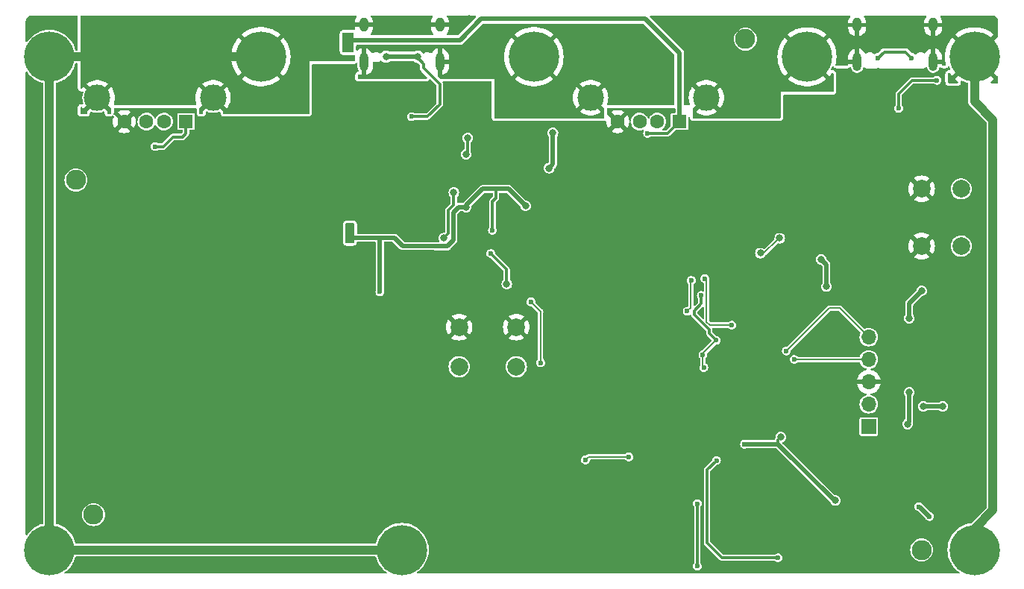
<source format=gbr>
%TF.GenerationSoftware,KiCad,Pcbnew,7.0.10*%
%TF.CreationDate,2024-01-15T00:01:57-05:00*%
%TF.ProjectId,Thinkpad-USB-keyboard-PCB,5468696e-6b70-4616-942d-5553422d6b65,rev?*%
%TF.SameCoordinates,Original*%
%TF.FileFunction,Copper,L2,Bot*%
%TF.FilePolarity,Positive*%
%FSLAX46Y46*%
G04 Gerber Fmt 4.6, Leading zero omitted, Abs format (unit mm)*
G04 Created by KiCad (PCBNEW 7.0.10) date 2024-01-15 00:01:57*
%MOMM*%
%LPD*%
G01*
G04 APERTURE LIST*
%TA.AperFunction,ComponentPad*%
%ADD10C,5.700000*%
%TD*%
%TA.AperFunction,ComponentPad*%
%ADD11R,1.600000X1.500000*%
%TD*%
%TA.AperFunction,ComponentPad*%
%ADD12C,1.600000*%
%TD*%
%TA.AperFunction,ComponentPad*%
%ADD13C,3.000000*%
%TD*%
%TA.AperFunction,ComponentPad*%
%ADD14O,1.000000X2.100000*%
%TD*%
%TA.AperFunction,ComponentPad*%
%ADD15O,1.000000X1.600000*%
%TD*%
%TA.AperFunction,WasherPad*%
%ADD16C,2.286000*%
%TD*%
%TA.AperFunction,ComponentPad*%
%ADD17R,1.700000X1.700000*%
%TD*%
%TA.AperFunction,ComponentPad*%
%ADD18O,1.700000X1.700000*%
%TD*%
%TA.AperFunction,ComponentPad*%
%ADD19C,2.000000*%
%TD*%
%TA.AperFunction,ViaPad*%
%ADD20C,0.800000*%
%TD*%
%TA.AperFunction,ViaPad*%
%ADD21C,0.600000*%
%TD*%
%TA.AperFunction,Conductor*%
%ADD22C,0.300000*%
%TD*%
%TA.AperFunction,Conductor*%
%ADD23C,0.200000*%
%TD*%
%TA.AperFunction,Conductor*%
%ADD24C,0.500000*%
%TD*%
%TA.AperFunction,Conductor*%
%ADD25C,1.000000*%
%TD*%
G04 APERTURE END LIST*
D10*
%TO.P,H8,1,1*%
%TO.N,GNDPWR*%
X0Y-58000000D03*
%TD*%
D11*
%TO.P,J2,1,VBUS*%
%TO.N,+5V*%
X-24500000Y-9360000D03*
D12*
%TO.P,J2,2,D-*%
%TO.N,D1-*%
X-27000000Y-9360000D03*
%TO.P,J2,3,D+*%
%TO.N,D1+*%
X-29000000Y-9360000D03*
%TO.P,J2,4,GND*%
%TO.N,GND*%
X-31500000Y-9360000D03*
D13*
%TO.P,J2,5,Shield*%
%TO.N,GNDPWR*%
X-21430000Y-6650000D03*
X-34570000Y-6650000D03*
%TD*%
D10*
%TO.P,H7,1,1*%
%TO.N,GNDPWR*%
X65000000Y-58000000D03*
%TD*%
D14*
%TO.P,J7,S1,SHIELD*%
%TO.N,GNDPWR*%
X60320000Y-2570000D03*
D15*
X60320000Y1610000D03*
D14*
X51680000Y-2570000D03*
D15*
X51680000Y1610000D03*
%TD*%
D16*
%TO.P,H12,*%
%TO.N,*%
X-35000000Y-54000000D03*
%TD*%
D10*
%TO.P,H6,1,1*%
%TO.N,GNDPWR*%
X-40000000Y-58000000D03*
%TD*%
%TO.P,H3,1,1*%
%TO.N,GNDPWR*%
X15000000Y-2000000D03*
%TD*%
%TO.P,H4,1,1*%
%TO.N,GNDPWR*%
X46000000Y-2000000D03*
%TD*%
D16*
%TO.P,H10,*%
%TO.N,*%
X59000000Y-58000000D03*
%TD*%
D11*
%TO.P,J3,1,VBUS*%
%TO.N,+5V*%
X31500000Y-9360000D03*
D12*
%TO.P,J3,2,D-*%
%TO.N,D4-*%
X29000000Y-9360000D03*
%TO.P,J3,3,D+*%
%TO.N,D4+*%
X27000000Y-9360000D03*
%TO.P,J3,4,GND*%
%TO.N,GND*%
X24500000Y-9360000D03*
D13*
%TO.P,J3,5,Shield*%
%TO.N,GNDPWR*%
X34570000Y-6650000D03*
X21430000Y-6650000D03*
%TD*%
D10*
%TO.P,H5,1,1*%
%TO.N,GNDPWR*%
X65000000Y-2000000D03*
%TD*%
%TO.P,H1,1,1*%
%TO.N,GNDPWR*%
X-40000000Y-2000000D03*
%TD*%
D14*
%TO.P,J1,S1,SHIELD*%
%TO.N,GNDPWR*%
X4320000Y-2570000D03*
D15*
X4320000Y1610000D03*
D14*
X-4320000Y-2570000D03*
D15*
X-4320000Y1610000D03*
%TD*%
D17*
%TO.P,J4,1,Pin_1*%
%TO.N,RESET*%
X53000000Y-44000000D03*
D18*
%TO.P,J4,2,Pin_2*%
%TO.N,+3V3*%
X53000000Y-41460000D03*
%TO.P,J4,3,Pin_3*%
%TO.N,GND*%
X53000000Y-38920000D03*
%TO.P,J4,4,Pin_4*%
%TO.N,SWD*%
X53000000Y-36380000D03*
%TO.P,J4,5,Pin_5*%
%TO.N,SWCLK*%
X53000000Y-33840000D03*
%TD*%
D16*
%TO.P,H9,*%
%TO.N,*%
X39000000Y0D03*
%TD*%
D10*
%TO.P,H2,1,1*%
%TO.N,GNDPWR*%
X-16000000Y-2000000D03*
%TD*%
D16*
%TO.P,H11,*%
%TO.N,*%
X-37000000Y-16000000D03*
%TD*%
D19*
%TO.P,SW3,1,1*%
%TO.N,GND*%
X13000000Y-32700000D03*
X6500000Y-32700000D03*
%TO.P,SW3,2,2*%
%TO.N,/~{USB_BOOT}*%
X13000000Y-37200000D03*
X6500000Y-37200000D03*
%TD*%
%TO.P,SW1,1,1*%
%TO.N,GND*%
X59000000Y-17000000D03*
X59000000Y-23500000D03*
%TO.P,SW1,2,2*%
%TO.N,RESET*%
X63500000Y-17000000D03*
X63500000Y-23500000D03*
%TD*%
D20*
%TO.N,GNDPWR*%
X2550000Y-1080000D03*
X-2510000Y-1080000D03*
%TO.N,GND*%
X65900000Y-9600000D03*
X43800000Y-16100000D03*
X38900000Y-19500000D03*
X57200000Y-13300000D03*
X53000000Y-12000000D03*
X50400000Y-7000000D03*
X48000000Y-6700000D03*
X49700000Y-5100000D03*
%TO.N,GNDPWR*%
X27700000Y700000D03*
X29100000Y2200000D03*
X9300000Y1100000D03*
X7600000Y2300000D03*
%TO.N,GND*%
X-27900000Y-17200000D03*
X-31000000Y-17500000D03*
X-4800000Y-7100000D03*
X-1700000Y-7200000D03*
X-900000Y-14700000D03*
X24130000Y-16730000D03*
%TO.N,+5V*%
X43000000Y-45200000D03*
%TO.N,GND*%
X14150000Y-27640000D03*
D21*
X24620000Y-56100000D03*
X34120000Y-60400000D03*
%TO.N,LED-CAPS-LOCK*%
X33540000Y-59840000D03*
X33540000Y-52750000D03*
%TO.N,GND*%
X21540000Y-48280000D03*
X25760000Y-48280000D03*
X22500000Y-51610000D03*
X21570000Y-46760000D03*
X26690000Y-47090000D03*
%TO.N,Net-(U2-GPIO9)*%
X25790000Y-47450000D03*
X20850000Y-47780000D03*
D20*
%TO.N,GND*%
X-24500000Y-18100000D03*
X34210000Y-41030000D03*
D21*
X11440000Y-17780000D03*
D20*
X59500000Y-29600000D03*
X19700000Y-32100000D03*
D21*
X47300000Y-27300000D03*
X30100000Y-8500000D03*
X59200000Y-54800000D03*
D20*
X22110000Y-25710000D03*
D21*
X49100000Y-25900000D03*
D20*
X43200000Y-23800000D03*
X10250000Y-16000000D03*
X49400000Y-16000000D03*
X62280000Y-50530000D03*
D21*
X34000000Y-31000000D03*
X31440000Y-23940000D03*
X32440000Y-32420000D03*
X50620000Y-35660000D03*
X48870000Y-31370000D03*
X9810000Y-17770000D03*
X11900000Y-20900000D03*
X13970000Y-29030000D03*
X58100000Y-53700000D03*
X42800000Y-47200000D03*
X41570000Y-58170000D03*
D20*
X24020000Y-38410000D03*
D21*
X41700000Y-46900000D03*
D20*
X61250000Y-3800000D03*
D21*
X35030000Y-59520000D03*
D20*
X-24900000Y-11950000D03*
X49550000Y-19450000D03*
X-41437500Y-16790000D03*
X9720000Y-5250000D03*
D21*
X-27900000Y-14700000D03*
D20*
X5250000Y-6910000D03*
D21*
X44000000Y-46000000D03*
D20*
X57000000Y-29400000D03*
D21*
X-3400000Y-24000000D03*
D20*
X21500000Y-37000000D03*
X29570000Y-58100000D03*
X16630000Y-33200000D03*
D21*
X47900000Y-49900000D03*
D20*
X3000000Y-12000000D03*
D21*
X50640000Y-37100000D03*
X40110000Y-59690000D03*
X19920000Y-29954843D03*
X39300000Y-46800000D03*
X47300000Y-26000000D03*
X47600000Y-52100000D03*
X59700000Y-42600000D03*
D20*
X15750000Y-13750000D03*
X-3000000Y-12000000D03*
X-10160000Y-20760000D03*
D21*
X35400000Y-31700000D03*
X25130000Y-33644843D03*
D20*
X17030000Y-36920000D03*
X46350000Y-11000000D03*
X55500000Y-23900000D03*
X32700000Y-43950000D03*
D21*
X46600000Y-51200000D03*
D20*
X32200000Y-13450000D03*
X-8560000Y-11220000D03*
X-19000000Y-25000000D03*
X16375000Y-15975000D03*
D21*
X15910000Y-29920000D03*
D20*
X-14100000Y-18050000D03*
D21*
X39300000Y-47600000D03*
D20*
X41900000Y-25100000D03*
X56350000Y-10500000D03*
D21*
X61100000Y-42600000D03*
D20*
X31050000Y-45750000D03*
X9100000Y-16000000D03*
X13325000Y-11475000D03*
X35763686Y-49678427D03*
X-22750000Y-10000000D03*
D21*
X-25900000Y-10300000D03*
X-1600000Y-27400000D03*
X36190000Y-57660000D03*
X47740000Y-30250000D03*
X100000Y-8800000D03*
X48800000Y-50900000D03*
X37100000Y-31700000D03*
D20*
X-14790000Y-14960000D03*
X42721573Y-35093270D03*
D21*
X-1600000Y-24000000D03*
X34770000Y-21240000D03*
X44810000Y-37150000D03*
X10020000Y-25450000D03*
X-3400000Y-27400000D03*
D20*
X51950000Y-4450000D03*
D21*
X56800000Y-40600000D03*
D20*
X3000000Y-20350000D03*
X-14110000Y-10590000D03*
D21*
X30000000Y-11400000D03*
X59700000Y-40700000D03*
D20*
X58600000Y-40600000D03*
X45400000Y-9250000D03*
X3250000Y-7200000D03*
X58500000Y-42600000D03*
D21*
X33150000Y-50244843D03*
X61100000Y-40700000D03*
D20*
X-3250000Y-17150000D03*
D21*
X27330000Y-32270000D03*
X28130000Y-27170000D03*
D20*
X-23050000Y-14970000D03*
D21*
X39960000Y-32810000D03*
X29990000Y-38280000D03*
D20*
X17200000Y-17650000D03*
D21*
X40400000Y-43800000D03*
X38500000Y-45200000D03*
D20*
X58100000Y-28200000D03*
D21*
X11890000Y-25070000D03*
X27900000Y-15000000D03*
D20*
X55250000Y-12000000D03*
X60900000Y-54450000D03*
X27540000Y-19390000D03*
X39100000Y-42300000D03*
D21*
X37951528Y-37075546D03*
D20*
X11175000Y-15200000D03*
X11860000Y-29020000D03*
D21*
X40870000Y-29814843D03*
X44850000Y-35450000D03*
D20*
X58600000Y-30900000D03*
X54900000Y-5670000D03*
D21*
X35520000Y-46950000D03*
D20*
X60270000Y-50210000D03*
X31850000Y-22400000D03*
X60890000Y-7320000D03*
D21*
X33860000Y-49120000D03*
X35600000Y-33100000D03*
X33320000Y-16270000D03*
D20*
X10590000Y-27680000D03*
D21*
X59900000Y-4050000D03*
X10970000Y-23410000D03*
X34180000Y-34060000D03*
X31100000Y-32000000D03*
X36830000Y-36850000D03*
D20*
X37200000Y-25750000D03*
D21*
X49000000Y-27300000D03*
D20*
X-7500000Y-3250000D03*
X-9700000Y-8300000D03*
X62150000Y-5880000D03*
D21*
%TO.N,+3V3*%
X35700000Y-34200000D03*
X-2500000Y-28700000D03*
D20*
X47600000Y-25000000D03*
X17150000Y-10650000D03*
X61400000Y-41700000D03*
X14040000Y-18950000D03*
D21*
X34280000Y-37294843D03*
X10300000Y-21700000D03*
X14665000Y-29835000D03*
D20*
X7320000Y-19060000D03*
D21*
X34000000Y-29100000D03*
D20*
X16725000Y-14650000D03*
X-5900000Y-21550000D03*
D21*
X34180000Y-35834843D03*
X15760000Y-36750000D03*
D20*
X-5900000Y-22575000D03*
X59200000Y-41700000D03*
X48200000Y-28100000D03*
D21*
%TO.N,VBUS*%
X1100000Y-8800000D03*
D20*
X1800000Y-2000000D03*
X-1800000Y-2000000D03*
%TO.N,GNDPWR*%
X54000000Y-1000000D03*
X-1300000Y900000D03*
X6000000Y-3000000D03*
X1300000Y900000D03*
X-7500000Y-250000D03*
X58000000Y-1000000D03*
D21*
X-100000Y-1000000D03*
D20*
X10000000Y-3000000D03*
D21*
%TO.N,D2+*%
X10100000Y-24340000D03*
D20*
X11910000Y-27820000D03*
%TO.N,Net-(U3-RBIAS)*%
X5900000Y-17425000D03*
X4750000Y-22600000D03*
%TO.N,Net-(U3-SUSP_IND{slash}LOCAL_PWR{slash}NON_REM0)*%
X7475000Y-11225000D03*
X7275000Y-13075000D03*
D21*
%TO.N,SWD*%
X44550000Y-36370000D03*
%TO.N,SWCLK*%
X43660000Y-35400000D03*
%TO.N,+5V*%
X38900000Y-46000000D03*
X56400000Y-7840000D03*
X-28000000Y-12200000D03*
D20*
X49200000Y-52400000D03*
X-6150000Y-900000D03*
D21*
X57860000Y-2140000D03*
X54070000Y-2170000D03*
D20*
X-6150000Y250000D03*
D21*
X27900000Y-10700000D03*
X59900000Y-54200000D03*
X60740000Y-4670000D03*
X58700000Y-53100000D03*
%TO.N,+1V1*%
X32855422Y-27390980D03*
X32400000Y-30900000D03*
%TO.N,RESET*%
X37470000Y-32474843D03*
D20*
X42900000Y-22600000D03*
X59000000Y-28600000D03*
X40700000Y-24300000D03*
X57600000Y-40100000D03*
X57400000Y-43700000D03*
X57600000Y-31700000D03*
D21*
X34400000Y-27200000D03*
%TO.N,TP4-RESET-5V*%
X35710000Y-47840000D03*
X42710000Y-58890000D03*
%TD*%
D22*
%TO.N,+5V*%
X42700000Y-45500000D02*
X43000000Y-45200000D01*
X42700000Y-46000000D02*
X42700000Y-45500000D01*
%TO.N,LED-CAPS-LOCK*%
X33540000Y-52750000D02*
X33540000Y-59840000D01*
D23*
%TO.N,Net-(U2-GPIO9)*%
X25790000Y-47450000D02*
X21180000Y-47450000D01*
X21180000Y-47450000D02*
X20850000Y-47780000D01*
%TO.N,+3V3*%
X34180000Y-37194843D02*
X34280000Y-37294843D01*
D22*
X33200000Y-31300000D02*
X34900000Y-33000000D01*
D24*
X48200000Y-25600000D02*
X47600000Y-25000000D01*
D22*
X10300000Y-18440000D02*
X10680000Y-18060000D01*
D24*
X7320000Y-18880000D02*
X9200000Y-17000000D01*
D22*
X10680000Y-18060000D02*
X10680000Y-17000000D01*
D24*
X7320000Y-19060000D02*
X7320000Y-18880000D01*
D23*
X34180000Y-35720000D02*
X34180000Y-35834843D01*
D24*
X-5900000Y-22575000D02*
X-2600000Y-22575000D01*
D22*
X34900000Y-33000000D02*
X34900000Y-33400000D01*
D24*
X5850000Y-22850000D02*
X5175000Y-23525000D01*
X10680000Y-17000000D02*
X12100000Y-17000000D01*
X48200000Y-28100000D02*
X48200000Y-25600000D01*
X7320000Y-19060000D02*
X6440000Y-19060000D01*
D23*
X35700000Y-34200000D02*
X34180000Y-35720000D01*
D22*
X34000000Y-30038077D02*
X33200000Y-30838077D01*
X7320000Y-19060000D02*
X7340000Y-19060000D01*
D24*
X5850000Y-19650000D02*
X5850000Y-22850000D01*
D22*
X10300000Y-21700000D02*
X10300000Y-18440000D01*
D24*
X12100000Y-17000000D02*
X12100000Y-17010000D01*
X3750000Y-23500000D02*
X100000Y-23500000D01*
X-2500000Y-22675000D02*
X-2600000Y-22575000D01*
D23*
X15760000Y-30930000D02*
X14665000Y-29835000D01*
D24*
X17150000Y-10650000D02*
X17150000Y-14225000D01*
X17150000Y-14225000D02*
X16725000Y-14650000D01*
X3775000Y-23525000D02*
X3750000Y-23500000D01*
D23*
X34180000Y-35834843D02*
X34180000Y-37194843D01*
D24*
X5175000Y-23525000D02*
X3775000Y-23525000D01*
X10300000Y-17000000D02*
X10680000Y-17000000D01*
X12100000Y-17010000D02*
X14040000Y-18950000D01*
X-2500000Y-28700000D02*
X-2500000Y-22675000D01*
X61400000Y-41700000D02*
X59200000Y-41700000D01*
D22*
X34900000Y-33400000D02*
X35700000Y-34200000D01*
D24*
X6440000Y-19060000D02*
X5850000Y-19650000D01*
X9200000Y-17000000D02*
X10300000Y-17000000D01*
X-2600000Y-22575000D02*
X-825000Y-22575000D01*
D23*
X15760000Y-36750000D02*
X15760000Y-30930000D01*
D22*
X33200000Y-30838077D02*
X33200000Y-31300000D01*
D24*
X-825000Y-22575000D02*
X100000Y-23500000D01*
D22*
X34000000Y-29100000D02*
X34000000Y-30038077D01*
%TO.N,VBUS*%
X2500000Y-3300000D02*
X2500000Y-2800000D01*
X4300000Y-5100000D02*
X2500000Y-3300000D01*
X2500000Y-2800000D02*
X1800000Y-2100000D01*
X4300000Y-7400000D02*
X4300000Y-5100000D01*
X2900000Y-8800000D02*
X4300000Y-7400000D01*
D24*
X-1800000Y-1950000D02*
X1750000Y-1950000D01*
D22*
X1800000Y-2100000D02*
X1800000Y-2000000D01*
X1100000Y-8800000D02*
X2900000Y-8800000D01*
D24*
X1750000Y-1950000D02*
X1800000Y-1900000D01*
D25*
%TO.N,GNDPWR*%
X65000000Y-55600000D02*
X67090000Y-53510000D01*
X-40000000Y-58000000D02*
X0Y-58000000D01*
X65000000Y-7110000D02*
X65000000Y-2000000D01*
X-40000000Y-2000000D02*
X-40000000Y-58000000D01*
X65000000Y-58000000D02*
X65000000Y-55600000D01*
X67090000Y-9200000D02*
X65000000Y-7110000D01*
X-40000000Y-2000000D02*
X-16000000Y-2000000D01*
X67090000Y-53510000D02*
X67090000Y-9200000D01*
D22*
%TO.N,D2+*%
X11910000Y-26150000D02*
X11910000Y-27820000D01*
X10100000Y-24340000D02*
X11910000Y-26150000D01*
%TO.N,Net-(U3-RBIAS)*%
X5900000Y-18800000D02*
X5450000Y-19250000D01*
X5450000Y-19250000D02*
X5275000Y-19425000D01*
X5275000Y-19425000D02*
X5275000Y-21850000D01*
X5275000Y-21850000D02*
X5275000Y-22075000D01*
X5275000Y-22075000D02*
X4750000Y-22600000D01*
X5900000Y-17425000D02*
X5900000Y-18800000D01*
%TO.N,Net-(U3-SUSP_IND{slash}LOCAL_PWR{slash}NON_REM0)*%
X7275000Y-13075000D02*
X7475000Y-12875000D01*
X7475000Y-12875000D02*
X7475000Y-11225000D01*
D23*
%TO.N,SWD*%
X45150000Y-36370000D02*
X45160000Y-36380000D01*
X45160000Y-36380000D02*
X53000000Y-36380000D01*
X44550000Y-36370000D02*
X45150000Y-36370000D01*
%TO.N,SWCLK*%
X48510000Y-30550000D02*
X49710000Y-30550000D01*
X43660000Y-35400000D02*
X48510000Y-30550000D01*
X49710000Y-30550000D02*
X53000000Y-33840000D01*
D22*
%TO.N,+5V*%
X56400000Y-6220000D02*
X57950000Y-4670000D01*
D24*
X-5800000Y-100000D02*
X-6150000Y250000D01*
D22*
X-24500000Y-10700000D02*
X-24500000Y-9360000D01*
X59200000Y-4680000D02*
X59210000Y-4670000D01*
D24*
X58700000Y-53100000D02*
X58800000Y-53100000D01*
D22*
X54770000Y-1470000D02*
X57190000Y-1470000D01*
X27900000Y-10700000D02*
X30160000Y-10700000D01*
D24*
X31500000Y-9360000D02*
X31500000Y-1600000D01*
D22*
X59190000Y-4670000D02*
X59200000Y-4680000D01*
D24*
X9000000Y2300000D02*
X6600000Y-100000D01*
X27600000Y2300000D02*
X9000000Y2300000D01*
X6600000Y-100000D02*
X-5800000Y-100000D01*
X42700000Y-46000000D02*
X49100000Y-52400000D01*
D22*
X-26000000Y-11100000D02*
X-24900000Y-11100000D01*
X-24900000Y-11100000D02*
X-24500000Y-10700000D01*
X57950000Y-4670000D02*
X59190000Y-4670000D01*
D24*
X49100000Y-52400000D02*
X49200000Y-52400000D01*
D22*
X57190000Y-1470000D02*
X57860000Y-2140000D01*
X54070000Y-2170000D02*
X54770000Y-1470000D01*
D24*
X58800000Y-53100000D02*
X59900000Y-54200000D01*
D22*
X-28000000Y-12200000D02*
X-27100000Y-12200000D01*
X56400000Y-7840000D02*
X56400000Y-6220000D01*
X30160000Y-10700000D02*
X31500000Y-9360000D01*
X-27100000Y-12200000D02*
X-26000000Y-11100000D01*
D24*
X38900000Y-46000000D02*
X42700000Y-46000000D01*
D22*
X59210000Y-4670000D02*
X60740000Y-4670000D01*
D24*
X31500000Y-1600000D02*
X27600000Y2300000D01*
D23*
%TO.N,+1V1*%
X32800000Y-30500000D02*
X32400000Y-30900000D01*
X32855422Y-27390980D02*
X32800000Y-27446402D01*
X32800000Y-27446402D02*
X32800000Y-30500000D01*
%TO.N,RESET*%
X34974843Y-32474843D02*
X37470000Y-32474843D01*
X34600000Y-32100000D02*
X34974843Y-32474843D01*
X42800000Y-22600000D02*
X42900000Y-22600000D01*
D24*
X57600000Y-40100000D02*
X57600000Y-43500000D01*
X57600000Y-43500000D02*
X57400000Y-43700000D01*
X57600000Y-30000000D02*
X57600000Y-31700000D01*
D23*
X41000000Y-24300000D02*
X41100000Y-24300000D01*
X41100000Y-24300000D02*
X42600000Y-22800000D01*
X42600000Y-22800000D02*
X42800000Y-22600000D01*
X34400000Y-27200000D02*
X34600000Y-27400000D01*
D24*
X59000000Y-28600000D02*
X57600000Y-30000000D01*
D23*
X34600000Y-27400000D02*
X34600000Y-32100000D01*
X41000000Y-24300000D02*
X40700000Y-24300000D01*
D22*
%TO.N,TP4-RESET-5V*%
X34650000Y-48900000D02*
X34650000Y-50570000D01*
X35990000Y-58540000D02*
X36340000Y-58890000D01*
X34650000Y-50570000D02*
X34650000Y-57200000D01*
X34650000Y-57200000D02*
X35990000Y-58540000D01*
X41780000Y-58890000D02*
X42710000Y-58890000D01*
X36340000Y-58890000D02*
X41780000Y-58890000D01*
X35710000Y-47840000D02*
X34650000Y-48900000D01*
%TD*%
%TA.AperFunction,Conductor*%
%TO.N,+5V*%
G36*
X-5557879Y729998D02*
G01*
X-5511386Y676342D01*
X-5500000Y624000D01*
X-5500000Y-1374000D01*
X-5520002Y-1442121D01*
X-5573658Y-1488614D01*
X-5626000Y-1500000D01*
X-6624000Y-1500000D01*
X-6692121Y-1479998D01*
X-6738614Y-1426342D01*
X-6750000Y-1374000D01*
X-6750000Y624000D01*
X-6729998Y692121D01*
X-6676342Y738614D01*
X-6624000Y750000D01*
X-5626000Y750000D01*
X-5557879Y729998D01*
G37*
%TD.AperFunction*%
%TD*%
%TA.AperFunction,Conductor*%
%TO.N,+3V3*%
G36*
X-5457879Y-20920002D02*
G01*
X-5411386Y-20973658D01*
X-5400000Y-21026000D01*
X-5400000Y-23024000D01*
X-5420002Y-23092121D01*
X-5473658Y-23138614D01*
X-5526000Y-23150000D01*
X-6274000Y-23150000D01*
X-6342121Y-23129998D01*
X-6388614Y-23076342D01*
X-6400000Y-23024000D01*
X-6400000Y-21026000D01*
X-6379998Y-20957879D01*
X-6326342Y-20911386D01*
X-6274000Y-20900000D01*
X-5526000Y-20900000D01*
X-5457879Y-20920002D01*
G37*
%TD.AperFunction*%
%TD*%
%TA.AperFunction,Conductor*%
%TO.N,GND*%
G36*
X-2989075Y-58719407D02*
G01*
X-2953111Y-58768907D01*
X-2952139Y-58772079D01*
X-2883853Y-59009104D01*
X-2752736Y-59325648D01*
X-2587002Y-59625521D01*
X-2388735Y-59904953D01*
X-2160428Y-60160428D01*
X-1904953Y-60388735D01*
X-1747003Y-60500806D01*
X-1720291Y-60519759D01*
X-1683774Y-60568853D01*
X-1683087Y-60630034D01*
X-1718493Y-60679935D01*
X-1776468Y-60699494D01*
X-1777579Y-60699500D01*
X-38222421Y-60699500D01*
X-38280612Y-60680593D01*
X-38316576Y-60631093D01*
X-38316576Y-60569907D01*
X-38280612Y-60520407D01*
X-38279709Y-60519759D01*
X-38252997Y-60500806D01*
X-38095047Y-60388735D01*
X-37908631Y-60222143D01*
X-37839578Y-60160434D01*
X-37839565Y-60160421D01*
X-37766280Y-60078415D01*
X-37611265Y-59904953D01*
X-37412998Y-59625521D01*
X-37380448Y-59566627D01*
X-37247265Y-59325652D01*
X-37116147Y-59009105D01*
X-37047865Y-58772093D01*
X-37013587Y-58721411D01*
X-36956066Y-58700556D01*
X-36952734Y-58700500D01*
X-3047266Y-58700500D01*
X-2989075Y-58719407D01*
G37*
%TD.AperFunction*%
%TA.AperFunction,Conductor*%
G36*
X-5068379Y-2694572D02*
G01*
X-5028310Y-2740812D01*
X-5020500Y-2779352D01*
X-5020500Y-3162372D01*
X-5005140Y-3288872D01*
X-4944818Y-3447930D01*
X-4897024Y-3517169D01*
X-4879500Y-3573407D01*
X-4879500Y-3593934D01*
X-4898407Y-3652125D01*
X-4947907Y-3688089D01*
X-4964409Y-3691926D01*
X-4969814Y-3692703D01*
X-4969815Y-3692703D01*
X-4969820Y-3692704D01*
X-4991906Y-3698193D01*
X-5029487Y-3707532D01*
X-5051302Y-3720291D01*
X-5126401Y-3764212D01*
X-5126404Y-3764215D01*
X-5126406Y-3764216D01*
X-5180056Y-3810704D01*
X-5180057Y-3810705D01*
X-5222238Y-3855441D01*
X-5273123Y-3955518D01*
X-5293125Y-4023639D01*
X-5293125Y-4023641D01*
X-5305500Y-4109703D01*
X-5305500Y-4109708D01*
X-5305500Y-4374000D01*
X-5298519Y-4438937D01*
X-5287133Y-4491279D01*
X-5276175Y-4529488D01*
X-5219496Y-4626401D01*
X-5173003Y-4680057D01*
X-5128267Y-4722238D01*
X-5028190Y-4773123D01*
X-4960069Y-4793125D01*
X-4923182Y-4798428D01*
X-4874004Y-4805500D01*
X-4874000Y-4805500D01*
X2758711Y-4805500D01*
X2759537Y-4805485D01*
X2769609Y-4805305D01*
X2778598Y-4804984D01*
X2874458Y-4785917D01*
X2940978Y-4761106D01*
X2996129Y-4733932D01*
X3078780Y-4657948D01*
X3121327Y-4601112D01*
X3125204Y-4594669D01*
X3171410Y-4554561D01*
X3232366Y-4549271D01*
X3280032Y-4575714D01*
X3920504Y-5216186D01*
X3948281Y-5270703D01*
X3949500Y-5286190D01*
X3949500Y-7213810D01*
X3930593Y-7272001D01*
X3920504Y-7283814D01*
X2783814Y-8420504D01*
X2729297Y-8448281D01*
X2713810Y-8449500D01*
X1503759Y-8449500D01*
X1445568Y-8430593D01*
X1436596Y-8422359D01*
X1436480Y-8422494D01*
X1431128Y-8417856D01*
X1310057Y-8340049D01*
X1310054Y-8340047D01*
X1310053Y-8340047D01*
X1310050Y-8340046D01*
X1171964Y-8299500D01*
X1171961Y-8299500D01*
X1028039Y-8299500D01*
X1028035Y-8299500D01*
X889949Y-8340046D01*
X889942Y-8340049D01*
X768873Y-8417855D01*
X674622Y-8526628D01*
X614834Y-8657543D01*
X594353Y-8799997D01*
X594353Y-8800002D01*
X614834Y-8942456D01*
X654581Y-9029488D01*
X674623Y-9073373D01*
X768872Y-9182143D01*
X768873Y-9182144D01*
X889942Y-9259950D01*
X889947Y-9259953D01*
X982501Y-9287129D01*
X1028035Y-9300499D01*
X1028036Y-9300499D01*
X1028039Y-9300500D01*
X1028041Y-9300500D01*
X1171959Y-9300500D01*
X1171961Y-9300500D01*
X1310053Y-9259953D01*
X1431128Y-9182143D01*
X1436480Y-9177506D01*
X1437968Y-9179223D01*
X1481341Y-9153072D01*
X1503759Y-9150500D01*
X2853381Y-9150500D01*
X2873696Y-9152607D01*
X2875606Y-9153007D01*
X2885315Y-9155043D01*
X2915662Y-9151259D01*
X2927907Y-9150500D01*
X2929043Y-9150500D01*
X2948521Y-9147249D01*
X2952552Y-9146661D01*
X3001393Y-9140573D01*
X3001396Y-9140571D01*
X3008429Y-9138477D01*
X3015375Y-9136092D01*
X3015381Y-9136092D01*
X3058655Y-9112671D01*
X3062279Y-9110807D01*
X3106482Y-9089199D01*
X3106482Y-9089198D01*
X3106484Y-9089198D01*
X3106485Y-9089196D01*
X3112470Y-9084923D01*
X3118255Y-9080420D01*
X3118255Y-9080419D01*
X3118258Y-9080418D01*
X3151579Y-9044220D01*
X3154364Y-9041316D01*
X4514884Y-7680796D01*
X4530734Y-7667926D01*
X4540669Y-7661437D01*
X4559451Y-7637303D01*
X4567577Y-7628104D01*
X4568375Y-7627307D01*
X4579886Y-7611182D01*
X4582288Y-7607962D01*
X4612517Y-7569126D01*
X4612517Y-7569123D01*
X4616023Y-7562645D01*
X4619237Y-7556071D01*
X4619237Y-7556069D01*
X4619240Y-7556066D01*
X4633287Y-7508881D01*
X4634512Y-7505054D01*
X4650500Y-7458488D01*
X4650500Y-7458483D01*
X4651707Y-7451254D01*
X4652617Y-7443954D01*
X4650585Y-7394823D01*
X4650500Y-7390732D01*
X4650500Y-5146613D01*
X4652607Y-5126297D01*
X4655042Y-5114685D01*
X4651260Y-5084342D01*
X4650500Y-5072098D01*
X4650500Y-5070959D01*
X4649414Y-5064452D01*
X4647243Y-5051447D01*
X4646658Y-5047429D01*
X4645114Y-5035042D01*
X4640573Y-4998607D01*
X4640571Y-4998604D01*
X4638477Y-4991569D01*
X4636092Y-4984620D01*
X4636092Y-4984619D01*
X4618232Y-4951618D01*
X4607165Y-4891445D01*
X4633580Y-4836256D01*
X4687391Y-4807133D01*
X4705300Y-4805500D01*
X10095500Y-4805500D01*
X10153691Y-4824407D01*
X10189655Y-4873907D01*
X10194500Y-4904500D01*
X10194500Y-8873996D01*
X10194499Y-8873996D01*
X10198470Y-8910930D01*
X10201481Y-8938937D01*
X10209384Y-8975269D01*
X10212870Y-8991291D01*
X10223823Y-9029484D01*
X10223824Y-9029486D01*
X10223825Y-9029488D01*
X10256246Y-9084923D01*
X10280506Y-9126404D01*
X10326274Y-9179223D01*
X10326997Y-9180057D01*
X10371733Y-9222238D01*
X10471810Y-9273123D01*
X10539931Y-9293125D01*
X10568620Y-9297250D01*
X10625996Y-9305500D01*
X10626000Y-9305500D01*
X22873996Y-9305500D01*
X22874000Y-9305500D01*
X22938937Y-9298519D01*
X22991279Y-9287133D01*
X23029488Y-9276175D01*
X23038024Y-9271182D01*
X23097797Y-9258125D01*
X23153832Y-9282696D01*
X23184723Y-9335510D01*
X23187004Y-9356639D01*
X23187004Y-9360003D01*
X23206949Y-9587991D01*
X23266187Y-9809069D01*
X23362910Y-10016495D01*
X23412899Y-10087888D01*
X24035779Y-9465007D01*
X24063481Y-9559351D01*
X24137327Y-9674258D01*
X24240555Y-9763705D01*
X24364801Y-9820446D01*
X24394493Y-9824715D01*
X23772110Y-10447099D01*
X23843503Y-10497088D01*
X24050930Y-10593812D01*
X24272008Y-10653050D01*
X24499997Y-10672996D01*
X24500003Y-10672996D01*
X24727991Y-10653050D01*
X24949069Y-10593812D01*
X25156498Y-10497087D01*
X25156499Y-10497087D01*
X25227888Y-10447099D01*
X24605504Y-9824715D01*
X24635199Y-9820446D01*
X24759445Y-9763705D01*
X24862673Y-9674258D01*
X24936519Y-9559351D01*
X24964219Y-9465008D01*
X25587099Y-10087888D01*
X25637087Y-10016499D01*
X25637087Y-10016498D01*
X25733812Y-9809069D01*
X25793050Y-9587991D01*
X25805662Y-9443826D01*
X25829568Y-9387505D01*
X25876337Y-9359402D01*
X25864611Y-9358248D01*
X25818874Y-9317605D01*
X25805662Y-9276173D01*
X25793050Y-9132008D01*
X25733812Y-8910930D01*
X25637088Y-8703503D01*
X25587099Y-8632110D01*
X24964219Y-9254989D01*
X24936519Y-9160649D01*
X24862673Y-9045742D01*
X24759445Y-8956295D01*
X24635199Y-8899554D01*
X24605502Y-8895284D01*
X25227888Y-8272899D01*
X25156495Y-8222910D01*
X24949069Y-8126187D01*
X24727991Y-8066949D01*
X24500003Y-8047004D01*
X24499997Y-8047004D01*
X24272008Y-8066949D01*
X24050925Y-8126188D01*
X23843510Y-8222907D01*
X23843493Y-8222917D01*
X23772110Y-8272899D01*
X24394495Y-8895284D01*
X24364801Y-8899554D01*
X24240555Y-8956295D01*
X24137327Y-9045742D01*
X24063481Y-9160649D01*
X24035780Y-9254991D01*
X23412803Y-8632014D01*
X23353510Y-8618325D01*
X23313370Y-8572147D01*
X23305500Y-8533466D01*
X23305500Y-7900779D01*
X23324407Y-7842588D01*
X23373907Y-7806624D01*
X23418589Y-7802787D01*
X23437456Y-7805500D01*
X23437457Y-7805500D01*
X30823496Y-7805500D01*
X30823500Y-7805500D01*
X30888437Y-7798519D01*
X30929456Y-7789596D01*
X30990336Y-7795701D01*
X31036000Y-7836425D01*
X31049500Y-7886333D01*
X31049500Y-8310500D01*
X31030593Y-8368691D01*
X30981093Y-8404655D01*
X30950500Y-8409500D01*
X30680252Y-8409500D01*
X30680251Y-8409500D01*
X30680241Y-8409501D01*
X30621772Y-8421132D01*
X30621766Y-8421134D01*
X30555451Y-8465445D01*
X30555445Y-8465451D01*
X30511134Y-8531766D01*
X30511132Y-8531772D01*
X30499501Y-8590241D01*
X30499500Y-8590253D01*
X30499500Y-9823810D01*
X30480593Y-9882001D01*
X30470504Y-9893814D01*
X30043814Y-10320504D01*
X29989297Y-10348281D01*
X29973810Y-10349500D01*
X29648075Y-10349500D01*
X29589884Y-10330593D01*
X29553920Y-10281093D01*
X29553920Y-10219907D01*
X29585270Y-10173972D01*
X29710878Y-10070887D01*
X29710877Y-10070887D01*
X29710883Y-10070883D01*
X29835910Y-9918538D01*
X29928814Y-9744727D01*
X29986024Y-9556132D01*
X29986024Y-9556127D01*
X29986025Y-9556126D01*
X30005341Y-9360003D01*
X30005341Y-9359996D01*
X29986025Y-9163873D01*
X29986024Y-9163870D01*
X29986024Y-9163868D01*
X29928814Y-8975273D01*
X29911273Y-8942457D01*
X29880562Y-8885000D01*
X29835910Y-8801462D01*
X29824464Y-8787515D01*
X29710887Y-8649121D01*
X29710878Y-8649112D01*
X29558542Y-8524093D01*
X29558540Y-8524092D01*
X29558538Y-8524090D01*
X29517618Y-8502218D01*
X29384732Y-8431188D01*
X29384730Y-8431187D01*
X29351583Y-8421132D01*
X29250911Y-8390593D01*
X29196129Y-8373975D01*
X29196126Y-8373974D01*
X29000003Y-8354659D01*
X28999997Y-8354659D01*
X28803873Y-8373974D01*
X28803870Y-8373975D01*
X28615269Y-8431187D01*
X28615267Y-8431188D01*
X28441467Y-8524087D01*
X28441457Y-8524093D01*
X28289121Y-8649112D01*
X28289112Y-8649121D01*
X28164093Y-8801457D01*
X28164089Y-8801463D01*
X28087310Y-8945107D01*
X28043204Y-8987513D01*
X27982596Y-8995896D01*
X27928635Y-8967053D01*
X27912690Y-8945107D01*
X27880562Y-8885000D01*
X27835910Y-8801462D01*
X27824464Y-8787515D01*
X27710887Y-8649121D01*
X27710878Y-8649112D01*
X27558542Y-8524093D01*
X27558540Y-8524092D01*
X27558538Y-8524090D01*
X27517618Y-8502218D01*
X27384732Y-8431188D01*
X27384730Y-8431187D01*
X27351583Y-8421132D01*
X27250911Y-8390593D01*
X27196129Y-8373975D01*
X27196126Y-8373974D01*
X27000003Y-8354659D01*
X26999997Y-8354659D01*
X26803873Y-8373974D01*
X26803870Y-8373975D01*
X26615269Y-8431187D01*
X26615267Y-8431188D01*
X26441467Y-8524087D01*
X26441457Y-8524093D01*
X26289121Y-8649112D01*
X26289112Y-8649121D01*
X26164093Y-8801457D01*
X26164087Y-8801467D01*
X26071188Y-8975267D01*
X26071187Y-8975269D01*
X26013975Y-9163870D01*
X26013974Y-9163873D01*
X26002808Y-9277249D01*
X25978288Y-9333306D01*
X25932105Y-9360373D01*
X25942967Y-9361324D01*
X25989144Y-9401465D01*
X26002808Y-9442750D01*
X26013974Y-9556127D01*
X26013975Y-9556129D01*
X26013976Y-9556132D01*
X26063445Y-9719210D01*
X26071187Y-9744730D01*
X26071188Y-9744732D01*
X26113457Y-9823810D01*
X26164090Y-9918538D01*
X26164092Y-9918540D01*
X26164093Y-9918542D01*
X26289112Y-10070878D01*
X26289121Y-10070887D01*
X26433143Y-10189083D01*
X26441462Y-10195910D01*
X26615273Y-10288814D01*
X26803868Y-10346024D01*
X26803870Y-10346024D01*
X26803873Y-10346025D01*
X26999997Y-10365341D01*
X27000000Y-10365341D01*
X27000003Y-10365341D01*
X27196126Y-10346025D01*
X27196127Y-10346024D01*
X27196132Y-10346024D01*
X27352219Y-10298675D01*
X27413391Y-10299876D01*
X27462175Y-10336805D01*
X27479937Y-10395355D01*
X27471009Y-10434538D01*
X27414834Y-10557541D01*
X27414834Y-10557543D01*
X27394353Y-10699997D01*
X27394353Y-10700002D01*
X27414834Y-10842456D01*
X27451235Y-10922161D01*
X27474623Y-10973373D01*
X27556826Y-11068241D01*
X27568873Y-11082144D01*
X27689942Y-11159950D01*
X27689947Y-11159953D01*
X27796403Y-11191211D01*
X27828035Y-11200499D01*
X27828036Y-11200499D01*
X27828039Y-11200500D01*
X27828041Y-11200500D01*
X27971959Y-11200500D01*
X27971961Y-11200500D01*
X28110053Y-11159953D01*
X28231128Y-11082143D01*
X28236480Y-11077506D01*
X28237968Y-11079223D01*
X28281341Y-11053072D01*
X28303759Y-11050500D01*
X30113381Y-11050500D01*
X30133696Y-11052607D01*
X30135606Y-11053007D01*
X30145315Y-11055043D01*
X30175662Y-11051259D01*
X30187907Y-11050500D01*
X30189043Y-11050500D01*
X30208521Y-11047249D01*
X30212552Y-11046661D01*
X30261393Y-11040573D01*
X30261396Y-11040571D01*
X30268429Y-11038477D01*
X30275375Y-11036092D01*
X30275381Y-11036092D01*
X30318655Y-11012671D01*
X30322279Y-11010807D01*
X30366482Y-10989199D01*
X30366482Y-10989198D01*
X30366484Y-10989198D01*
X30366485Y-10989196D01*
X30372470Y-10984923D01*
X30378255Y-10980420D01*
X30378255Y-10980419D01*
X30378258Y-10980418D01*
X30411578Y-10944220D01*
X30414389Y-10941292D01*
X31016187Y-10339496D01*
X31070703Y-10311719D01*
X31086190Y-10310500D01*
X32319747Y-10310500D01*
X32319748Y-10310500D01*
X32378231Y-10298867D01*
X32444552Y-10254552D01*
X32488867Y-10188231D01*
X32500500Y-10129748D01*
X32500500Y-8916511D01*
X32519407Y-8858320D01*
X32568907Y-8822356D01*
X32630093Y-8822356D01*
X32679593Y-8858320D01*
X32697932Y-8905927D01*
X32701481Y-8938937D01*
X32709384Y-8975269D01*
X32712870Y-8991291D01*
X32723823Y-9029484D01*
X32723824Y-9029486D01*
X32723825Y-9029488D01*
X32756246Y-9084923D01*
X32780506Y-9126404D01*
X32826274Y-9179223D01*
X32826997Y-9180057D01*
X32871733Y-9222238D01*
X32971810Y-9273123D01*
X33039931Y-9293125D01*
X33068620Y-9297250D01*
X33125996Y-9305500D01*
X33126000Y-9305500D01*
X42873996Y-9305500D01*
X42874000Y-9305500D01*
X42938937Y-9298519D01*
X42991279Y-9287133D01*
X43029488Y-9276175D01*
X43126401Y-9219496D01*
X43180057Y-9173003D01*
X43222238Y-9128267D01*
X43273123Y-9028190D01*
X43293125Y-8960069D01*
X43301826Y-8899554D01*
X43305500Y-8874004D01*
X43305500Y-7840002D01*
X55894353Y-7840002D01*
X55914834Y-7982456D01*
X55974622Y-8113371D01*
X55974623Y-8113373D01*
X56059728Y-8211590D01*
X56068873Y-8222144D01*
X56189242Y-8299500D01*
X56189947Y-8299953D01*
X56274937Y-8324908D01*
X56328035Y-8340499D01*
X56328036Y-8340499D01*
X56328039Y-8340500D01*
X56328041Y-8340500D01*
X56471959Y-8340500D01*
X56471961Y-8340500D01*
X56610053Y-8299953D01*
X56731128Y-8222143D01*
X56825377Y-8113373D01*
X56885165Y-7982457D01*
X56896908Y-7900779D01*
X56905647Y-7840002D01*
X56905647Y-7839997D01*
X56885165Y-7697543D01*
X56868675Y-7661436D01*
X56825377Y-7566627D01*
X56816226Y-7556066D01*
X56774680Y-7508117D01*
X56750863Y-7451757D01*
X56750500Y-7443287D01*
X56750500Y-6406190D01*
X56769407Y-6347999D01*
X56779496Y-6336186D01*
X58066186Y-5049496D01*
X58120703Y-5021719D01*
X58136190Y-5020500D01*
X59100923Y-5020500D01*
X59129170Y-5024615D01*
X59156046Y-5032617D01*
X59158493Y-5032515D01*
X59182907Y-5034538D01*
X59185315Y-5035043D01*
X59224904Y-5030107D01*
X59233050Y-5029431D01*
X59272922Y-5027783D01*
X59274226Y-5027273D01*
X59310218Y-5020500D01*
X60336241Y-5020500D01*
X60394432Y-5039407D01*
X60403403Y-5047640D01*
X60403520Y-5047506D01*
X60408871Y-5052143D01*
X60529942Y-5129950D01*
X60529947Y-5129953D01*
X60636403Y-5161211D01*
X60668035Y-5170499D01*
X60668036Y-5170499D01*
X60668039Y-5170500D01*
X60668041Y-5170500D01*
X60811959Y-5170500D01*
X60811961Y-5170500D01*
X60950053Y-5129953D01*
X61071128Y-5052143D01*
X61165377Y-4943373D01*
X61225165Y-4812457D01*
X61232549Y-4761099D01*
X61245647Y-4670002D01*
X61245647Y-4669997D01*
X61225165Y-4527543D01*
X61208609Y-4491291D01*
X61165377Y-4396627D01*
X61071128Y-4287857D01*
X61071127Y-4287856D01*
X61071126Y-4287855D01*
X60950057Y-4210049D01*
X60950054Y-4210047D01*
X60950053Y-4210047D01*
X60950050Y-4210046D01*
X60811964Y-4169500D01*
X60811961Y-4169500D01*
X60668039Y-4169500D01*
X60668035Y-4169500D01*
X60529949Y-4210046D01*
X60529942Y-4210049D01*
X60408871Y-4287856D01*
X60403520Y-4292494D01*
X60402031Y-4290776D01*
X60358659Y-4316928D01*
X60336241Y-4319500D01*
X59256614Y-4319500D01*
X59236299Y-4317393D01*
X59224685Y-4314957D01*
X59195022Y-4318654D01*
X59186898Y-4319328D01*
X59184832Y-4319414D01*
X59180715Y-4319500D01*
X57996619Y-4319500D01*
X57976304Y-4317393D01*
X57964685Y-4314957D01*
X57945144Y-4317393D01*
X57934338Y-4318740D01*
X57922093Y-4319500D01*
X57920960Y-4319500D01*
X57901470Y-4322751D01*
X57897431Y-4323339D01*
X57848607Y-4329426D01*
X57841581Y-4331517D01*
X57834616Y-4333908D01*
X57791361Y-4357317D01*
X57787724Y-4359189D01*
X57743520Y-4380799D01*
X57737542Y-4385066D01*
X57731744Y-4389580D01*
X57698431Y-4425765D01*
X57695601Y-4428715D01*
X56185118Y-5939198D01*
X56169265Y-5952071D01*
X56159335Y-5958559D01*
X56159332Y-5958561D01*
X56140548Y-5982695D01*
X56132437Y-5991880D01*
X56131627Y-5992689D01*
X56131619Y-5992698D01*
X56120133Y-6008786D01*
X56117690Y-6012063D01*
X56087482Y-6050874D01*
X56083981Y-6057343D01*
X56080759Y-6063934D01*
X56066718Y-6111096D01*
X56065470Y-6114990D01*
X56049500Y-6161510D01*
X56048293Y-6168743D01*
X56047383Y-6176045D01*
X56047383Y-6176046D01*
X56049187Y-6219675D01*
X56049415Y-6225175D01*
X56049500Y-6229266D01*
X56049500Y-7443287D01*
X56030593Y-7501478D01*
X56025320Y-7508117D01*
X55974623Y-7566626D01*
X55914834Y-7697543D01*
X55894353Y-7839997D01*
X55894353Y-7840002D01*
X43305500Y-7840002D01*
X43305500Y-6404500D01*
X43324407Y-6346309D01*
X43373907Y-6310345D01*
X43404500Y-6305500D01*
X47903321Y-6305500D01*
X47903325Y-6305500D01*
X47918382Y-6305045D01*
X47921371Y-6305000D01*
X48078629Y-6305000D01*
X48081618Y-6305045D01*
X48096675Y-6305500D01*
X48096679Y-6305500D01*
X48875996Y-6305500D01*
X48876000Y-6305500D01*
X48940941Y-6298518D01*
X48940949Y-6298516D01*
X48940951Y-6298516D01*
X48992425Y-6287318D01*
X48992426Y-6287317D01*
X48992452Y-6287312D01*
X49030658Y-6276354D01*
X49127571Y-6219675D01*
X49180375Y-6173920D01*
X49222553Y-6129187D01*
X49273439Y-6029111D01*
X49293124Y-5962072D01*
X49305500Y-5876000D01*
X49305500Y-5153991D01*
X49304943Y-5135548D01*
X49304039Y-5120601D01*
X49302981Y-5108962D01*
X49302981Y-5091038D01*
X49304039Y-5079398D01*
X49304943Y-5064452D01*
X49305500Y-5046008D01*
X49305500Y-3948666D01*
X49302903Y-3908913D01*
X49298704Y-3876918D01*
X49296529Y-3862887D01*
X49256793Y-3757884D01*
X49220477Y-3698193D01*
X49183393Y-3649145D01*
X49139116Y-3616329D01*
X49093193Y-3582294D01*
X49093188Y-3582291D01*
X49030375Y-3551716D01*
X49021113Y-3548312D01*
X48972665Y-3530505D01*
X48972662Y-3530504D01*
X48860646Y-3523030D01*
X48820104Y-3527844D01*
X48760090Y-3515928D01*
X48718542Y-3471013D01*
X48711328Y-3410254D01*
X48721784Y-3381649D01*
X48752736Y-3325648D01*
X48834677Y-3127824D01*
X48874412Y-3081300D01*
X48933907Y-3067016D01*
X48990435Y-3090431D01*
X49011596Y-3115729D01*
X49018522Y-3127571D01*
X49064277Y-3180375D01*
X49109010Y-3222553D01*
X49209086Y-3273439D01*
X49209088Y-3273439D01*
X49209089Y-3273440D01*
X49261641Y-3288871D01*
X49276125Y-3293124D01*
X49362197Y-3305500D01*
X49362198Y-3305500D01*
X50555996Y-3305500D01*
X50556000Y-3305500D01*
X50620941Y-3298518D01*
X50620949Y-3298516D01*
X50620951Y-3298516D01*
X50672425Y-3287318D01*
X50672426Y-3287317D01*
X50672452Y-3287312D01*
X50710658Y-3276354D01*
X50807571Y-3219675D01*
X50828755Y-3201318D01*
X50885112Y-3177500D01*
X50944708Y-3191358D01*
X50984777Y-3237598D01*
X50991864Y-3264201D01*
X50993628Y-3278723D01*
X50994860Y-3288872D01*
X51055182Y-3447930D01*
X51151817Y-3587929D01*
X51279148Y-3700734D01*
X51429775Y-3779790D01*
X51594944Y-3820500D01*
X51594947Y-3820500D01*
X51765053Y-3820500D01*
X51765056Y-3820500D01*
X51930225Y-3779790D01*
X52080852Y-3700734D01*
X52208183Y-3587929D01*
X52304818Y-3447930D01*
X52365140Y-3288872D01*
X52367818Y-3266810D01*
X52393600Y-3211324D01*
X52447073Y-3181588D01*
X52507813Y-3188961D01*
X52534010Y-3206711D01*
X52550812Y-3222552D01*
X52550811Y-3222552D01*
X52622356Y-3258931D01*
X52650889Y-3273439D01*
X52650891Y-3273439D01*
X52650892Y-3273440D01*
X52703444Y-3288871D01*
X52717928Y-3293124D01*
X52804000Y-3305500D01*
X52804001Y-3305500D01*
X53885628Y-3305500D01*
X53889098Y-3305480D01*
X53890824Y-3305459D01*
X53892128Y-3305444D01*
X53981528Y-3290958D01*
X54038592Y-3272716D01*
X54096697Y-3272990D01*
X54096944Y-3272150D01*
X54153890Y-3288871D01*
X54168374Y-3293124D01*
X54254446Y-3305500D01*
X54254447Y-3305500D01*
X59195996Y-3305500D01*
X59196000Y-3305500D01*
X59260941Y-3298518D01*
X59260949Y-3298516D01*
X59260951Y-3298516D01*
X59312425Y-3287318D01*
X59312426Y-3287317D01*
X59312452Y-3287312D01*
X59350658Y-3276354D01*
X59447571Y-3219675D01*
X59468755Y-3201318D01*
X59525112Y-3177500D01*
X59584708Y-3191358D01*
X59624777Y-3237598D01*
X59631864Y-3264201D01*
X59633628Y-3278723D01*
X59634860Y-3288872D01*
X59695182Y-3447930D01*
X59791817Y-3587929D01*
X59919148Y-3700734D01*
X60069775Y-3779790D01*
X60234944Y-3820500D01*
X60234947Y-3820500D01*
X60405053Y-3820500D01*
X60405056Y-3820500D01*
X60570225Y-3779790D01*
X60720852Y-3700734D01*
X60848183Y-3587929D01*
X60944818Y-3447930D01*
X61005140Y-3288872D01*
X61007818Y-3266810D01*
X61033600Y-3211324D01*
X61087073Y-3181588D01*
X61147813Y-3188961D01*
X61174010Y-3206711D01*
X61190812Y-3222552D01*
X61190811Y-3222552D01*
X61262356Y-3258931D01*
X61290889Y-3273439D01*
X61290891Y-3273439D01*
X61290892Y-3273440D01*
X61343444Y-3288871D01*
X61357928Y-3293124D01*
X61444000Y-3305500D01*
X61444001Y-3305500D01*
X61637814Y-3305500D01*
X61657337Y-3304875D01*
X61660306Y-3304684D01*
X61673181Y-3303859D01*
X61776425Y-3278722D01*
X61840403Y-3250639D01*
X61893932Y-3220385D01*
X61972150Y-3139844D01*
X61991352Y-3110913D01*
X62039282Y-3072885D01*
X62100413Y-3070293D01*
X62151392Y-3104127D01*
X62165301Y-3127773D01*
X62183085Y-3170707D01*
X62247264Y-3325648D01*
X62277557Y-3380459D01*
X62289157Y-3440534D01*
X62263230Y-3495955D01*
X62209680Y-3525551D01*
X62186754Y-3527260D01*
X62098163Y-3523537D01*
X62029009Y-3533481D01*
X61969343Y-3548311D01*
X61872426Y-3604993D01*
X61819625Y-3650745D01*
X61819624Y-3650746D01*
X61777446Y-3695480D01*
X61726562Y-3795551D01*
X61726559Y-3795558D01*
X61706877Y-3862587D01*
X61706875Y-3862597D01*
X61700215Y-3908921D01*
X61694500Y-3948666D01*
X61694500Y-4876000D01*
X61697278Y-4901836D01*
X61701483Y-4940951D01*
X61712681Y-4992425D01*
X61712685Y-4992441D01*
X61712688Y-4992452D01*
X61723646Y-5030658D01*
X61780325Y-5127571D01*
X61826080Y-5180375D01*
X61870813Y-5222553D01*
X61970889Y-5273439D01*
X61970891Y-5273439D01*
X61970892Y-5273440D01*
X62037921Y-5293122D01*
X62037928Y-5293124D01*
X62124000Y-5305500D01*
X62124001Y-5305500D01*
X63042818Y-5305500D01*
X63042819Y-5305500D01*
X63074348Y-5303869D01*
X63099811Y-5301227D01*
X63105712Y-5300556D01*
X63212713Y-5266561D01*
X63274281Y-5233529D01*
X63325256Y-5199160D01*
X63396892Y-5112713D01*
X63430829Y-5051639D01*
X63439059Y-5032515D01*
X63455131Y-4995169D01*
X63455131Y-4995168D01*
X63455133Y-4995164D01*
X63468661Y-4883711D01*
X63468033Y-4873907D01*
X63464033Y-4811494D01*
X63465192Y-4811419D01*
X63476473Y-4755532D01*
X63521519Y-4714126D01*
X63582301Y-4707106D01*
X63610598Y-4717500D01*
X63674352Y-4752736D01*
X63990896Y-4883853D01*
X63990897Y-4883853D01*
X63990899Y-4883854D01*
X64089937Y-4912386D01*
X64227906Y-4952134D01*
X64278589Y-4986412D01*
X64299444Y-5043933D01*
X64299500Y-5047265D01*
X64299500Y-7085844D01*
X64299319Y-7091823D01*
X64295641Y-7152604D01*
X64306622Y-7212529D01*
X64307521Y-7218437D01*
X64314860Y-7278873D01*
X64314861Y-7278875D01*
X64319255Y-7290461D01*
X64324067Y-7307723D01*
X64326303Y-7319926D01*
X64326305Y-7319932D01*
X64350508Y-7373710D01*
X64351302Y-7375473D01*
X64353581Y-7380974D01*
X64372140Y-7429909D01*
X64375183Y-7437933D01*
X64375183Y-7437934D01*
X64382229Y-7448141D01*
X64391029Y-7463743D01*
X64396120Y-7475055D01*
X64433676Y-7522992D01*
X64437218Y-7527806D01*
X64471814Y-7577925D01*
X64471818Y-7577930D01*
X64517389Y-7618302D01*
X64521744Y-7622401D01*
X66360504Y-9461161D01*
X66388281Y-9515678D01*
X66389500Y-9531165D01*
X66389500Y-53178834D01*
X66370593Y-53237025D01*
X66360504Y-53248838D01*
X64665196Y-54944145D01*
X64611775Y-54971742D01*
X64320142Y-55021293D01*
X64320123Y-55021297D01*
X63990897Y-55116146D01*
X63674347Y-55247265D01*
X63374483Y-55412995D01*
X63374479Y-55412998D01*
X63095047Y-55611265D01*
X63020031Y-55678302D01*
X62839578Y-55839565D01*
X62839565Y-55839578D01*
X62678302Y-56020031D01*
X62611265Y-56095047D01*
X62611263Y-56095050D01*
X62412995Y-56374483D01*
X62247265Y-56674347D01*
X62116146Y-56990897D01*
X62021297Y-57320123D01*
X62021293Y-57320141D01*
X61963905Y-57657903D01*
X61963902Y-57657923D01*
X61944693Y-57999995D01*
X61944693Y-58000004D01*
X61963902Y-58342076D01*
X61963905Y-58342096D01*
X62021293Y-58679858D01*
X62021297Y-58679876D01*
X62116146Y-59009102D01*
X62247265Y-59325652D01*
X62380448Y-59566627D01*
X62412998Y-59625521D01*
X62611265Y-59904953D01*
X62766280Y-60078415D01*
X62839565Y-60160421D01*
X62839578Y-60160434D01*
X62908631Y-60222143D01*
X63095047Y-60388735D01*
X63252997Y-60500806D01*
X63279709Y-60519759D01*
X63316226Y-60568853D01*
X63316913Y-60630034D01*
X63281507Y-60679935D01*
X63223532Y-60699494D01*
X63222421Y-60699500D01*
X1777579Y-60699500D01*
X1719388Y-60680593D01*
X1683424Y-60631093D01*
X1683424Y-60569907D01*
X1719388Y-60520407D01*
X1720291Y-60519759D01*
X1747003Y-60500806D01*
X1904953Y-60388735D01*
X2160428Y-60160428D01*
X2388735Y-59904953D01*
X2434820Y-59840002D01*
X33034353Y-59840002D01*
X33054834Y-59982456D01*
X33065058Y-60004842D01*
X33114623Y-60113373D01*
X33208872Y-60222143D01*
X33208873Y-60222144D01*
X33293123Y-60276288D01*
X33329947Y-60299953D01*
X33436403Y-60331211D01*
X33468035Y-60340499D01*
X33468036Y-60340499D01*
X33468039Y-60340500D01*
X33468041Y-60340500D01*
X33611959Y-60340500D01*
X33611961Y-60340500D01*
X33750053Y-60299953D01*
X33871128Y-60222143D01*
X33965377Y-60113373D01*
X34025165Y-59982457D01*
X34045647Y-59840000D01*
X34036672Y-59777579D01*
X34025165Y-59697543D01*
X33992271Y-59625516D01*
X33965377Y-59566627D01*
X33961019Y-59561597D01*
X33914680Y-59508117D01*
X33890863Y-59451757D01*
X33890500Y-59443287D01*
X33890500Y-57185313D01*
X34294957Y-57185313D01*
X34298740Y-57215662D01*
X34299500Y-57227907D01*
X34299500Y-57229042D01*
X34302751Y-57248528D01*
X34303337Y-57252547D01*
X34306584Y-57278589D01*
X34309427Y-57301393D01*
X34311527Y-57308448D01*
X34313907Y-57315380D01*
X34337322Y-57358646D01*
X34339195Y-57362285D01*
X34360801Y-57406482D01*
X34365078Y-57412472D01*
X34369581Y-57418258D01*
X34405764Y-57451567D01*
X34408717Y-57454399D01*
X36059197Y-59104879D01*
X36072068Y-59120729D01*
X36078563Y-59130669D01*
X36102694Y-59149451D01*
X36111878Y-59157560D01*
X36112689Y-59158370D01*
X36112693Y-59158374D01*
X36128773Y-59169856D01*
X36132051Y-59172300D01*
X36170874Y-59202517D01*
X36170878Y-59202518D01*
X36177354Y-59206022D01*
X36183934Y-59209240D01*
X36231102Y-59223282D01*
X36234964Y-59224520D01*
X36245311Y-59228072D01*
X36281512Y-59240500D01*
X36281514Y-59240500D01*
X36288733Y-59241705D01*
X36296039Y-59242615D01*
X36296046Y-59242617D01*
X36345186Y-59240584D01*
X36349276Y-59240500D01*
X41721512Y-59240500D01*
X42306241Y-59240500D01*
X42364432Y-59259407D01*
X42373403Y-59267640D01*
X42373520Y-59267506D01*
X42378871Y-59272143D01*
X42499942Y-59349950D01*
X42499947Y-59349953D01*
X42606403Y-59381211D01*
X42638035Y-59390499D01*
X42638036Y-59390499D01*
X42638039Y-59390500D01*
X42638041Y-59390500D01*
X42781959Y-59390500D01*
X42781961Y-59390500D01*
X42920053Y-59349953D01*
X43041128Y-59272143D01*
X43135377Y-59163373D01*
X43195165Y-59032457D01*
X43215647Y-58890000D01*
X43207907Y-58836170D01*
X43195165Y-58747543D01*
X43183231Y-58721411D01*
X43135377Y-58616627D01*
X43041128Y-58507857D01*
X43041127Y-58507856D01*
X43041126Y-58507855D01*
X42920057Y-58430049D01*
X42920054Y-58430047D01*
X42920053Y-58430047D01*
X42920050Y-58430046D01*
X42781964Y-58389500D01*
X42781961Y-58389500D01*
X42638039Y-58389500D01*
X42638035Y-58389500D01*
X42499949Y-58430046D01*
X42499942Y-58430049D01*
X42378871Y-58507856D01*
X42373520Y-58512494D01*
X42372031Y-58510776D01*
X42328659Y-58536928D01*
X42306241Y-58539500D01*
X36526188Y-58539500D01*
X36467997Y-58520593D01*
X36456184Y-58510503D01*
X36217307Y-58271624D01*
X36217307Y-58271625D01*
X35945685Y-58000003D01*
X57699150Y-58000003D01*
X57718911Y-58225882D01*
X57718912Y-58225889D01*
X57718913Y-58225890D01*
X57777601Y-58444917D01*
X57873431Y-58650425D01*
X58003491Y-58836170D01*
X58163830Y-58996509D01*
X58163833Y-58996511D01*
X58163834Y-58996512D01*
X58181819Y-59009105D01*
X58349575Y-59126569D01*
X58555083Y-59222399D01*
X58774110Y-59281087D01*
X58774114Y-59281087D01*
X58774117Y-59281088D01*
X58999997Y-59300850D01*
X59000000Y-59300850D01*
X59000003Y-59300850D01*
X59225882Y-59281088D01*
X59225883Y-59281087D01*
X59225890Y-59281087D01*
X59444917Y-59222399D01*
X59650425Y-59126569D01*
X59836170Y-58996509D01*
X59996509Y-58836170D01*
X60126569Y-58650425D01*
X60222399Y-58444917D01*
X60281087Y-58225890D01*
X60300850Y-58000000D01*
X60281087Y-57774110D01*
X60222399Y-57555083D01*
X60126569Y-57349575D01*
X59996509Y-57163830D01*
X59836170Y-57003491D01*
X59836166Y-57003488D01*
X59836165Y-57003487D01*
X59733117Y-56931333D01*
X59650425Y-56873431D01*
X59444917Y-56777601D01*
X59225890Y-56718913D01*
X59225889Y-56718912D01*
X59225882Y-56718911D01*
X59000003Y-56699150D01*
X58999997Y-56699150D01*
X58774117Y-56718911D01*
X58555083Y-56777601D01*
X58349576Y-56873430D01*
X58163834Y-57003487D01*
X58003487Y-57163834D01*
X57873430Y-57349576D01*
X57777601Y-57555083D01*
X57718911Y-57774117D01*
X57699150Y-57999996D01*
X57699150Y-58000003D01*
X35945685Y-58000003D01*
X35029496Y-57083814D01*
X35001719Y-57029297D01*
X35000500Y-57013810D01*
X35000500Y-53100002D01*
X58194353Y-53100002D01*
X58214834Y-53242456D01*
X58217749Y-53248838D01*
X58274623Y-53373373D01*
X58368872Y-53482143D01*
X58368873Y-53482144D01*
X58482369Y-53555083D01*
X58489947Y-53559953D01*
X58596403Y-53591211D01*
X58628035Y-53600499D01*
X58628036Y-53600499D01*
X58628039Y-53600500D01*
X58628042Y-53600500D01*
X58635046Y-53601507D01*
X58634619Y-53604474D01*
X58680579Y-53619407D01*
X58692392Y-53629496D01*
X59410175Y-54347278D01*
X59430224Y-54376155D01*
X59474623Y-54473373D01*
X59568872Y-54582143D01*
X59568873Y-54582144D01*
X59675118Y-54650423D01*
X59689947Y-54659953D01*
X59796403Y-54691211D01*
X59828035Y-54700499D01*
X59828036Y-54700499D01*
X59828039Y-54700500D01*
X59828041Y-54700500D01*
X59971959Y-54700500D01*
X59971961Y-54700500D01*
X60110053Y-54659953D01*
X60231128Y-54582143D01*
X60325377Y-54473373D01*
X60385165Y-54342457D01*
X60405647Y-54200000D01*
X60385165Y-54057543D01*
X60325377Y-53926627D01*
X60231128Y-53817857D01*
X60231127Y-53817856D01*
X60231126Y-53817855D01*
X60110054Y-53740047D01*
X60087719Y-53733489D01*
X60045607Y-53708503D01*
X59140366Y-52803263D01*
X59132978Y-52794995D01*
X59109879Y-52766030D01*
X59062258Y-52733562D01*
X59059241Y-52731421D01*
X59012881Y-52697206D01*
X59006322Y-52693740D01*
X59006527Y-52693350D01*
X59004546Y-52692350D01*
X59004356Y-52692746D01*
X58997676Y-52689529D01*
X58990184Y-52687218D01*
X58965847Y-52675903D01*
X58910053Y-52640047D01*
X58887218Y-52633342D01*
X58771964Y-52599500D01*
X58771961Y-52599500D01*
X58628039Y-52599500D01*
X58628035Y-52599500D01*
X58489949Y-52640046D01*
X58489942Y-52640049D01*
X58368873Y-52717855D01*
X58274622Y-52826628D01*
X58214834Y-52957543D01*
X58194353Y-53099997D01*
X58194353Y-53100002D01*
X35000500Y-53100002D01*
X35000500Y-49086190D01*
X35019407Y-49027999D01*
X35029496Y-49016186D01*
X35676186Y-48369496D01*
X35730703Y-48341719D01*
X35746190Y-48340500D01*
X35781959Y-48340500D01*
X35781961Y-48340500D01*
X35920053Y-48299953D01*
X36041128Y-48222143D01*
X36135377Y-48113373D01*
X36195165Y-47982457D01*
X36210769Y-47873929D01*
X36215647Y-47840002D01*
X36215647Y-47839997D01*
X36195165Y-47697543D01*
X36135377Y-47566627D01*
X36041128Y-47457857D01*
X36041127Y-47457856D01*
X36041126Y-47457855D01*
X35920057Y-47380049D01*
X35920054Y-47380047D01*
X35920053Y-47380047D01*
X35920050Y-47380046D01*
X35781964Y-47339500D01*
X35781961Y-47339500D01*
X35638039Y-47339500D01*
X35638035Y-47339500D01*
X35499949Y-47380046D01*
X35499942Y-47380049D01*
X35378873Y-47457855D01*
X35284622Y-47566628D01*
X35224834Y-47697544D01*
X35207368Y-47819021D01*
X35180372Y-47873929D01*
X35179380Y-47874936D01*
X34435118Y-48619198D01*
X34419265Y-48632071D01*
X34409335Y-48638559D01*
X34409332Y-48638561D01*
X34390548Y-48662695D01*
X34382437Y-48671880D01*
X34381627Y-48672689D01*
X34381619Y-48672698D01*
X34370133Y-48688786D01*
X34367690Y-48692063D01*
X34337482Y-48730874D01*
X34333981Y-48737343D01*
X34330759Y-48743934D01*
X34316718Y-48791096D01*
X34315470Y-48794990D01*
X34299500Y-48841510D01*
X34298293Y-48848743D01*
X34297383Y-48856047D01*
X34299415Y-48905175D01*
X34299500Y-48909266D01*
X34299500Y-57153381D01*
X34297393Y-57173696D01*
X34294957Y-57185313D01*
X33890500Y-57185313D01*
X33890500Y-53146710D01*
X33909407Y-53088519D01*
X33914666Y-53081896D01*
X33965377Y-53023373D01*
X34025165Y-52892457D01*
X34038553Y-52799339D01*
X34045647Y-52750002D01*
X34045647Y-52749997D01*
X34025165Y-52607543D01*
X34021492Y-52599500D01*
X33965377Y-52476627D01*
X33871128Y-52367857D01*
X33871127Y-52367856D01*
X33871126Y-52367855D01*
X33750057Y-52290049D01*
X33750054Y-52290047D01*
X33750053Y-52290047D01*
X33750050Y-52290046D01*
X33611964Y-52249500D01*
X33611961Y-52249500D01*
X33468039Y-52249500D01*
X33468035Y-52249500D01*
X33329949Y-52290046D01*
X33329942Y-52290049D01*
X33208873Y-52367855D01*
X33114622Y-52476628D01*
X33054834Y-52607543D01*
X33034353Y-52749997D01*
X33034353Y-52750002D01*
X33054834Y-52892456D01*
X33105541Y-53003487D01*
X33114623Y-53023373D01*
X33165320Y-53081880D01*
X33189137Y-53138238D01*
X33189500Y-53146710D01*
X33189500Y-59443287D01*
X33170593Y-59501478D01*
X33165320Y-59508117D01*
X33114623Y-59566626D01*
X33054834Y-59697543D01*
X33034353Y-59839997D01*
X33034353Y-59840002D01*
X2434820Y-59840002D01*
X2587002Y-59625521D01*
X2752736Y-59325648D01*
X2883853Y-59009104D01*
X2978704Y-58679870D01*
X3036096Y-58342086D01*
X3042622Y-58225890D01*
X3055307Y-58000004D01*
X3055307Y-57999995D01*
X3036097Y-57657923D01*
X3036094Y-57657903D01*
X2978706Y-57320141D01*
X2978702Y-57320123D01*
X2933676Y-57163834D01*
X2883853Y-56990896D01*
X2752736Y-56674352D01*
X2752734Y-56674347D01*
X2587004Y-56374483D01*
X2587002Y-56374479D01*
X2388735Y-56095047D01*
X2223249Y-55909868D01*
X2160434Y-55839578D01*
X2160421Y-55839565D01*
X2078415Y-55766280D01*
X1904953Y-55611265D01*
X1625521Y-55412998D01*
X1625516Y-55412995D01*
X1325651Y-55247265D01*
X1325652Y-55247265D01*
X1009102Y-55116146D01*
X679876Y-55021297D01*
X679858Y-55021293D01*
X342096Y-54963905D01*
X342076Y-54963902D01*
X5Y-54944693D01*
X-5Y-54944693D01*
X-342076Y-54963902D01*
X-342096Y-54963905D01*
X-679858Y-55021293D01*
X-679876Y-55021297D01*
X-1009102Y-55116146D01*
X-1325652Y-55247265D01*
X-1625516Y-55412995D01*
X-1625521Y-55412998D01*
X-1904953Y-55611265D01*
X-2078415Y-55766280D01*
X-2160421Y-55839565D01*
X-2160434Y-55839578D01*
X-2223249Y-55909868D01*
X-2388735Y-56095047D01*
X-2587002Y-56374479D01*
X-2587004Y-56374483D01*
X-2752734Y-56674347D01*
X-2752736Y-56674352D01*
X-2883853Y-56990896D01*
X-2952135Y-57227907D01*
X-2986413Y-57278589D01*
X-3043934Y-57299444D01*
X-3047266Y-57299500D01*
X-36952734Y-57299500D01*
X-37010925Y-57280593D01*
X-37046889Y-57231093D01*
X-37047865Y-57227907D01*
X-37116147Y-56990894D01*
X-37247265Y-56674347D01*
X-37412995Y-56374483D01*
X-37611263Y-56095050D01*
X-37611262Y-56095050D01*
X-37611265Y-56095047D01*
X-37678302Y-56020031D01*
X-37839565Y-55839578D01*
X-37839578Y-55839565D01*
X-38020031Y-55678302D01*
X-38095047Y-55611265D01*
X-38374479Y-55412998D01*
X-38374477Y-55412998D01*
X-38374483Y-55412995D01*
X-38674348Y-55247265D01*
X-38674347Y-55247265D01*
X-38990894Y-55116147D01*
X-39227907Y-55047864D01*
X-39278589Y-55013586D01*
X-39299444Y-54956064D01*
X-39299500Y-54952733D01*
X-39299500Y-54000003D01*
X-36300850Y-54000003D01*
X-36283353Y-54199997D01*
X-36281087Y-54225890D01*
X-36222399Y-54444917D01*
X-36126569Y-54650425D01*
X-35996509Y-54836170D01*
X-35836170Y-54996509D01*
X-35650425Y-55126569D01*
X-35444917Y-55222399D01*
X-35225890Y-55281087D01*
X-35225883Y-55281087D01*
X-35225882Y-55281088D01*
X-35000003Y-55300850D01*
X-35000000Y-55300850D01*
X-34999997Y-55300850D01*
X-34774117Y-55281088D01*
X-34774114Y-55281087D01*
X-34774110Y-55281087D01*
X-34555083Y-55222399D01*
X-34349575Y-55126569D01*
X-34199231Y-55021297D01*
X-34163834Y-54996512D01*
X-34163833Y-54996511D01*
X-34163830Y-54996509D01*
X-34003491Y-54836170D01*
X-33873431Y-54650425D01*
X-33777601Y-54444917D01*
X-33718913Y-54225890D01*
X-33718912Y-54225889D01*
X-33718911Y-54225882D01*
X-33699150Y-54000003D01*
X-33699150Y-53999996D01*
X-33718911Y-53774117D01*
X-33777601Y-53555083D01*
X-33873430Y-53349576D01*
X-34003487Y-53163834D01*
X-34163834Y-53003487D01*
X-34349576Y-52873430D01*
X-34555083Y-52777601D01*
X-34774117Y-52718911D01*
X-34999997Y-52699150D01*
X-35000003Y-52699150D01*
X-35225882Y-52718911D01*
X-35225889Y-52718912D01*
X-35225890Y-52718913D01*
X-35444917Y-52777601D01*
X-35650425Y-52873431D01*
X-35723412Y-52924537D01*
X-35836165Y-53003487D01*
X-35836166Y-53003488D01*
X-35836170Y-53003491D01*
X-35996509Y-53163830D01*
X-36126569Y-53349575D01*
X-36222399Y-53555083D01*
X-36281087Y-53774110D01*
X-36281087Y-53774114D01*
X-36281088Y-53774117D01*
X-36300850Y-53999996D01*
X-36300850Y-54000003D01*
X-39299500Y-54000003D01*
X-39299500Y-47780002D01*
X20344353Y-47780002D01*
X20364834Y-47922456D01*
X20377641Y-47950499D01*
X20424623Y-48053373D01*
X20476613Y-48113373D01*
X20518873Y-48162144D01*
X20639942Y-48239950D01*
X20639947Y-48239953D01*
X20746403Y-48271211D01*
X20778035Y-48280499D01*
X20778036Y-48280499D01*
X20778039Y-48280500D01*
X20778041Y-48280500D01*
X20921959Y-48280500D01*
X20921961Y-48280500D01*
X21060053Y-48239953D01*
X21181128Y-48162143D01*
X21275377Y-48053373D01*
X21335165Y-47922457D01*
X21337048Y-47909358D01*
X21347681Y-47835411D01*
X21374677Y-47780503D01*
X21428791Y-47751950D01*
X21445673Y-47750500D01*
X25342917Y-47750500D01*
X25401108Y-47769407D01*
X25417733Y-47784667D01*
X25458872Y-47832143D01*
X25579947Y-47909953D01*
X25686403Y-47941211D01*
X25718035Y-47950499D01*
X25718036Y-47950499D01*
X25718039Y-47950500D01*
X25718041Y-47950500D01*
X25861959Y-47950500D01*
X25861961Y-47950500D01*
X26000053Y-47909953D01*
X26121128Y-47832143D01*
X26215377Y-47723373D01*
X26275165Y-47592457D01*
X26287505Y-47506627D01*
X26295647Y-47450002D01*
X26295647Y-47449997D01*
X26275165Y-47307543D01*
X26215377Y-47176627D01*
X26121128Y-47067857D01*
X26121127Y-47067856D01*
X26121126Y-47067855D01*
X26000057Y-46990049D01*
X26000054Y-46990047D01*
X26000053Y-46990047D01*
X26000050Y-46990046D01*
X25861964Y-46949500D01*
X25861961Y-46949500D01*
X25718039Y-46949500D01*
X25718035Y-46949500D01*
X25579949Y-46990046D01*
X25579942Y-46990049D01*
X25458876Y-47067854D01*
X25458871Y-47067858D01*
X25417736Y-47115331D01*
X25365340Y-47146927D01*
X25342917Y-47149500D01*
X21245164Y-47149500D01*
X21231488Y-47147267D01*
X21231317Y-47148494D01*
X21222233Y-47147226D01*
X21175358Y-47149394D01*
X21170786Y-47149500D01*
X21152152Y-47149500D01*
X21152029Y-47149523D01*
X21138419Y-47151101D01*
X21110009Y-47152414D01*
X21101005Y-47156389D01*
X21079226Y-47163132D01*
X21069568Y-47164937D01*
X21069566Y-47164938D01*
X21045386Y-47179909D01*
X21033266Y-47186298D01*
X21007235Y-47197793D01*
X21007234Y-47197793D01*
X21000280Y-47204747D01*
X20982403Y-47218907D01*
X20974048Y-47224080D01*
X20961904Y-47240162D01*
X20911748Y-47275204D01*
X20882901Y-47279500D01*
X20778035Y-47279500D01*
X20639949Y-47320046D01*
X20639942Y-47320049D01*
X20518873Y-47397855D01*
X20424622Y-47506628D01*
X20364834Y-47637543D01*
X20344353Y-47779997D01*
X20344353Y-47780002D01*
X-39299500Y-47780002D01*
X-39299500Y-46000002D01*
X38394353Y-46000002D01*
X38414834Y-46142456D01*
X38474622Y-46273371D01*
X38474623Y-46273373D01*
X38568872Y-46382143D01*
X38568873Y-46382144D01*
X38689942Y-46459950D01*
X38689947Y-46459953D01*
X38796403Y-46491211D01*
X38828035Y-46500499D01*
X38828036Y-46500499D01*
X38828039Y-46500500D01*
X38828041Y-46500500D01*
X38971959Y-46500500D01*
X38971961Y-46500500D01*
X39110053Y-46459953D01*
X39110056Y-46459950D01*
X39111162Y-46459447D01*
X39113531Y-46458931D01*
X39116847Y-46457958D01*
X39116916Y-46458195D01*
X39152288Y-46450500D01*
X42472388Y-46450500D01*
X42530579Y-46469407D01*
X42542392Y-46479496D01*
X48597706Y-52534810D01*
X48619166Y-52566928D01*
X48671694Y-52693740D01*
X48675464Y-52702841D01*
X48730754Y-52774897D01*
X48770448Y-52826628D01*
X48771718Y-52828282D01*
X48897159Y-52924536D01*
X49043238Y-52985044D01*
X49160809Y-53000522D01*
X49199999Y-53005682D01*
X49200000Y-53005682D01*
X49200001Y-53005682D01*
X49231352Y-53001554D01*
X49356762Y-52985044D01*
X49502841Y-52924536D01*
X49628282Y-52828282D01*
X49724536Y-52702841D01*
X49785044Y-52556762D01*
X49805682Y-52400000D01*
X49785044Y-52243238D01*
X49724537Y-52097161D01*
X49724537Y-52097160D01*
X49628286Y-51971723D01*
X49628285Y-51971722D01*
X49628282Y-51971718D01*
X49628277Y-51971714D01*
X49628276Y-51971713D01*
X49502838Y-51875462D01*
X49356766Y-51814957D01*
X49356758Y-51814955D01*
X49200001Y-51794318D01*
X49200000Y-51794318D01*
X49195645Y-51794891D01*
X49187799Y-51795924D01*
X49127639Y-51784771D01*
X49104877Y-51767774D01*
X43237053Y-45899950D01*
X43209276Y-45845433D01*
X43218847Y-45785001D01*
X43262112Y-45741736D01*
X43269156Y-45738488D01*
X43302841Y-45724536D01*
X43428282Y-45628282D01*
X43524536Y-45502841D01*
X43585044Y-45356762D01*
X43605682Y-45200000D01*
X43585044Y-45043238D01*
X43585042Y-45043233D01*
X43524537Y-44897161D01*
X43524537Y-44897160D01*
X43503502Y-44869746D01*
X51949500Y-44869746D01*
X51949501Y-44869758D01*
X51961132Y-44928227D01*
X51961133Y-44928231D01*
X52005448Y-44994552D01*
X52071769Y-45038867D01*
X52116231Y-45047711D01*
X52130241Y-45050498D01*
X52130246Y-45050498D01*
X52130252Y-45050500D01*
X52130253Y-45050500D01*
X53869747Y-45050500D01*
X53869748Y-45050500D01*
X53928231Y-45038867D01*
X53994552Y-44994552D01*
X54038867Y-44928231D01*
X54050500Y-44869748D01*
X54050500Y-43700000D01*
X56794318Y-43700000D01*
X56814955Y-43856758D01*
X56814957Y-43856766D01*
X56875462Y-44002838D01*
X56875462Y-44002839D01*
X56875464Y-44002841D01*
X56971718Y-44128282D01*
X57097159Y-44224536D01*
X57243238Y-44285044D01*
X57360809Y-44300522D01*
X57399999Y-44305682D01*
X57400000Y-44305682D01*
X57400001Y-44305682D01*
X57431352Y-44301554D01*
X57556762Y-44285044D01*
X57702841Y-44224536D01*
X57828282Y-44128282D01*
X57924536Y-44002841D01*
X57985044Y-43856762D01*
X58002229Y-43726217D01*
X58008600Y-43704864D01*
X58008284Y-43704767D01*
X58010472Y-43697673D01*
X58027477Y-43642538D01*
X58028595Y-43639138D01*
X58047646Y-43584699D01*
X58047646Y-43584696D01*
X58047647Y-43584694D01*
X58049026Y-43577407D01*
X58049460Y-43577489D01*
X58049831Y-43575307D01*
X58049394Y-43575242D01*
X58050500Y-43567904D01*
X58050500Y-43510300D01*
X58050569Y-43506598D01*
X58050618Y-43505280D01*
X58052725Y-43448990D01*
X58052723Y-43448984D01*
X58051894Y-43441616D01*
X58052331Y-43441566D01*
X58050500Y-43427652D01*
X58050500Y-41700000D01*
X58594318Y-41700000D01*
X58614955Y-41856758D01*
X58614957Y-41856766D01*
X58675462Y-42002838D01*
X58675462Y-42002839D01*
X58771713Y-42128276D01*
X58771718Y-42128282D01*
X58897159Y-42224536D01*
X59043238Y-42285044D01*
X59160809Y-42300522D01*
X59199999Y-42305682D01*
X59200000Y-42305682D01*
X59200001Y-42305682D01*
X59231352Y-42301554D01*
X59356762Y-42285044D01*
X59502841Y-42224536D01*
X59572665Y-42170957D01*
X59630341Y-42150534D01*
X59632932Y-42150500D01*
X60967068Y-42150500D01*
X61025259Y-42169407D01*
X61027315Y-42170943D01*
X61097159Y-42224536D01*
X61243238Y-42285044D01*
X61360809Y-42300522D01*
X61399999Y-42305682D01*
X61400000Y-42305682D01*
X61400001Y-42305682D01*
X61431352Y-42301554D01*
X61556762Y-42285044D01*
X61702841Y-42224536D01*
X61828282Y-42128282D01*
X61924536Y-42002841D01*
X61985044Y-41856762D01*
X62005682Y-41700000D01*
X62001196Y-41665929D01*
X61985044Y-41543241D01*
X61985044Y-41543238D01*
X61924537Y-41397161D01*
X61924537Y-41397160D01*
X61828286Y-41271723D01*
X61828285Y-41271722D01*
X61828282Y-41271718D01*
X61828277Y-41271714D01*
X61828276Y-41271713D01*
X61702838Y-41175462D01*
X61556766Y-41114957D01*
X61556758Y-41114955D01*
X61400001Y-41094318D01*
X61399999Y-41094318D01*
X61243241Y-41114955D01*
X61243233Y-41114957D01*
X61097161Y-41175462D01*
X61058994Y-41204748D01*
X61027334Y-41229042D01*
X60969659Y-41249466D01*
X60967068Y-41249500D01*
X59632932Y-41249500D01*
X59574741Y-41230593D01*
X59572684Y-41229056D01*
X59502841Y-41175464D01*
X59502840Y-41175463D01*
X59502838Y-41175462D01*
X59356766Y-41114957D01*
X59356758Y-41114955D01*
X59200001Y-41094318D01*
X59199999Y-41094318D01*
X59043241Y-41114955D01*
X59043233Y-41114957D01*
X58897161Y-41175462D01*
X58897160Y-41175462D01*
X58771723Y-41271713D01*
X58771713Y-41271723D01*
X58675462Y-41397160D01*
X58675462Y-41397161D01*
X58614957Y-41543233D01*
X58614955Y-41543241D01*
X58594318Y-41699999D01*
X58594318Y-41700000D01*
X58050500Y-41700000D01*
X58050500Y-40532932D01*
X58069407Y-40474741D01*
X58070936Y-40472693D01*
X58124536Y-40402841D01*
X58185044Y-40256762D01*
X58205682Y-40100000D01*
X58185044Y-39943238D01*
X58124537Y-39797161D01*
X58124537Y-39797160D01*
X58028286Y-39671723D01*
X58028285Y-39671722D01*
X58028282Y-39671718D01*
X58028277Y-39671714D01*
X58028276Y-39671713D01*
X57902838Y-39575462D01*
X57756766Y-39514957D01*
X57756758Y-39514955D01*
X57600001Y-39494318D01*
X57599999Y-39494318D01*
X57443241Y-39514955D01*
X57443233Y-39514957D01*
X57297161Y-39575462D01*
X57297160Y-39575462D01*
X57171723Y-39671713D01*
X57171713Y-39671723D01*
X57075462Y-39797160D01*
X57075462Y-39797161D01*
X57014957Y-39943233D01*
X57014955Y-39943241D01*
X56994318Y-40099999D01*
X56994318Y-40100000D01*
X57014955Y-40256758D01*
X57014957Y-40256766D01*
X57075462Y-40402838D01*
X57075463Y-40402840D01*
X57075464Y-40402841D01*
X57129042Y-40472665D01*
X57149466Y-40530340D01*
X57149500Y-40532932D01*
X57149500Y-43088086D01*
X57130593Y-43146277D01*
X57100008Y-43173818D01*
X57097160Y-43175462D01*
X56971723Y-43271713D01*
X56971713Y-43271723D01*
X56875462Y-43397160D01*
X56875462Y-43397161D01*
X56814957Y-43543233D01*
X56814955Y-43543241D01*
X56794318Y-43699999D01*
X56794318Y-43700000D01*
X54050500Y-43700000D01*
X54050500Y-43130252D01*
X54038867Y-43071769D01*
X53994552Y-43005448D01*
X53994548Y-43005445D01*
X53928233Y-42961134D01*
X53928231Y-42961133D01*
X53928228Y-42961132D01*
X53928227Y-42961132D01*
X53869758Y-42949501D01*
X53869748Y-42949500D01*
X52130252Y-42949500D01*
X52130251Y-42949500D01*
X52130241Y-42949501D01*
X52071772Y-42961132D01*
X52071766Y-42961134D01*
X52005451Y-43005445D01*
X52005445Y-43005451D01*
X51961134Y-43071766D01*
X51961132Y-43071772D01*
X51949501Y-43130241D01*
X51949500Y-43130253D01*
X51949500Y-44869746D01*
X43503502Y-44869746D01*
X43428286Y-44771723D01*
X43428285Y-44771722D01*
X43428282Y-44771718D01*
X43428277Y-44771714D01*
X43428276Y-44771713D01*
X43302838Y-44675462D01*
X43156766Y-44614957D01*
X43156758Y-44614955D01*
X43000001Y-44594318D01*
X42999999Y-44594318D01*
X42843241Y-44614955D01*
X42843233Y-44614957D01*
X42697161Y-44675462D01*
X42697160Y-44675462D01*
X42571723Y-44771713D01*
X42571713Y-44771723D01*
X42475462Y-44897160D01*
X42475462Y-44897161D01*
X42414957Y-45043233D01*
X42414955Y-45043241D01*
X42394318Y-45199999D01*
X42394318Y-45200000D01*
X42402661Y-45263375D01*
X42391511Y-45323536D01*
X42391177Y-45324046D01*
X42383990Y-45337326D01*
X42380759Y-45343934D01*
X42366718Y-45391096D01*
X42365470Y-45394990D01*
X42349500Y-45441510D01*
X42348291Y-45448751D01*
X42346549Y-45462740D01*
X42320592Y-45518147D01*
X42267026Y-45547715D01*
X42248309Y-45549500D01*
X39152288Y-45549500D01*
X39116916Y-45541804D01*
X39116847Y-45542042D01*
X39113531Y-45541068D01*
X39111162Y-45540553D01*
X39110056Y-45540048D01*
X39110049Y-45540046D01*
X39093605Y-45535217D01*
X38971964Y-45499500D01*
X38971961Y-45499500D01*
X38828039Y-45499500D01*
X38828035Y-45499500D01*
X38689949Y-45540046D01*
X38689942Y-45540049D01*
X38568873Y-45617855D01*
X38474622Y-45726628D01*
X38414834Y-45857543D01*
X38394353Y-45999997D01*
X38394353Y-46000002D01*
X-39299500Y-46000002D01*
X-39299500Y-37200000D01*
X5294357Y-37200000D01*
X5314885Y-37421536D01*
X5375771Y-37635528D01*
X5474942Y-37834689D01*
X5609019Y-38012236D01*
X5773438Y-38162124D01*
X5962599Y-38279247D01*
X6170060Y-38359618D01*
X6388757Y-38400500D01*
X6611243Y-38400500D01*
X6829940Y-38359618D01*
X7037401Y-38279247D01*
X7226562Y-38162124D01*
X7390981Y-38012236D01*
X7525058Y-37834689D01*
X7624229Y-37635528D01*
X7685115Y-37421536D01*
X7705643Y-37200000D01*
X11794357Y-37200000D01*
X11814885Y-37421536D01*
X11875771Y-37635528D01*
X11974942Y-37834689D01*
X12109019Y-38012236D01*
X12273438Y-38162124D01*
X12462599Y-38279247D01*
X12670060Y-38359618D01*
X12888757Y-38400500D01*
X13111243Y-38400500D01*
X13329940Y-38359618D01*
X13537401Y-38279247D01*
X13726562Y-38162124D01*
X13890981Y-38012236D01*
X14025058Y-37834689D01*
X14124229Y-37635528D01*
X14185115Y-37421536D01*
X14205643Y-37200000D01*
X14185115Y-36978464D01*
X14124229Y-36764472D01*
X14025058Y-36565311D01*
X13890981Y-36387764D01*
X13726562Y-36237876D01*
X13537401Y-36120753D01*
X13329940Y-36040382D01*
X13329939Y-36040381D01*
X13329937Y-36040381D01*
X13111243Y-35999500D01*
X12888757Y-35999500D01*
X12670062Y-36040381D01*
X12643702Y-36050593D01*
X12462599Y-36120753D01*
X12285278Y-36230545D01*
X12273438Y-36237876D01*
X12109020Y-36387763D01*
X11974943Y-36565309D01*
X11974938Y-36565318D01*
X11881909Y-36752145D01*
X11875771Y-36764472D01*
X11814885Y-36978464D01*
X11794357Y-37200000D01*
X7705643Y-37200000D01*
X7685115Y-36978464D01*
X7624229Y-36764472D01*
X7525058Y-36565311D01*
X7390981Y-36387764D01*
X7226562Y-36237876D01*
X7037401Y-36120753D01*
X6829940Y-36040382D01*
X6829939Y-36040381D01*
X6829937Y-36040381D01*
X6611243Y-35999500D01*
X6388757Y-35999500D01*
X6170062Y-36040381D01*
X6143702Y-36050593D01*
X5962599Y-36120753D01*
X5785278Y-36230545D01*
X5773438Y-36237876D01*
X5609020Y-36387763D01*
X5474943Y-36565309D01*
X5474938Y-36565318D01*
X5381909Y-36752145D01*
X5375771Y-36764472D01*
X5314885Y-36978464D01*
X5294357Y-37200000D01*
X-39299500Y-37200000D01*
X-39299500Y-32700000D01*
X4987337Y-32700000D01*
X5005959Y-32936631D01*
X5061372Y-33167440D01*
X5152205Y-33386732D01*
X5152208Y-33386738D01*
X5266896Y-33573890D01*
X5973096Y-32867689D01*
X5976884Y-32885915D01*
X6046442Y-33020156D01*
X6149638Y-33130652D01*
X6278819Y-33209209D01*
X6334421Y-33224788D01*
X5626108Y-33933102D01*
X5813262Y-34047791D01*
X5813267Y-34047794D01*
X6032559Y-34138627D01*
X6032558Y-34138627D01*
X6263368Y-34194040D01*
X6500000Y-34212662D01*
X6736631Y-34194040D01*
X6967440Y-34138627D01*
X7186732Y-34047794D01*
X7186737Y-34047791D01*
X7373890Y-33933102D01*
X6667623Y-33226835D01*
X6788458Y-33174349D01*
X6905739Y-33078934D01*
X6992928Y-32955415D01*
X7024838Y-32865626D01*
X7733102Y-33573890D01*
X7847791Y-33386737D01*
X7847794Y-33386732D01*
X7938627Y-33167440D01*
X7994040Y-32936631D01*
X8012662Y-32700000D01*
X11487337Y-32700000D01*
X11505959Y-32936631D01*
X11561372Y-33167440D01*
X11652205Y-33386732D01*
X11652208Y-33386738D01*
X11766896Y-33573890D01*
X12473096Y-32867689D01*
X12476884Y-32885915D01*
X12546442Y-33020156D01*
X12649638Y-33130652D01*
X12778819Y-33209209D01*
X12834421Y-33224788D01*
X12126108Y-33933102D01*
X12313262Y-34047791D01*
X12313267Y-34047794D01*
X12532559Y-34138627D01*
X12532558Y-34138627D01*
X12763368Y-34194040D01*
X13000000Y-34212662D01*
X13236631Y-34194040D01*
X13467440Y-34138627D01*
X13686732Y-34047794D01*
X13686737Y-34047791D01*
X13873890Y-33933102D01*
X13167623Y-33226835D01*
X13288458Y-33174349D01*
X13405739Y-33078934D01*
X13492928Y-32955415D01*
X13524838Y-32865626D01*
X14233102Y-33573890D01*
X14347791Y-33386737D01*
X14347794Y-33386732D01*
X14438627Y-33167440D01*
X14494040Y-32936631D01*
X14512662Y-32700000D01*
X14494040Y-32463368D01*
X14438627Y-32232559D01*
X14347794Y-32013267D01*
X14347791Y-32013262D01*
X14233102Y-31826108D01*
X13526902Y-32532307D01*
X13523116Y-32514085D01*
X13453558Y-32379844D01*
X13350362Y-32269348D01*
X13221181Y-32190791D01*
X13165575Y-32175210D01*
X13873890Y-31466896D01*
X13873891Y-31466896D01*
X13686738Y-31352208D01*
X13686732Y-31352205D01*
X13467440Y-31261372D01*
X13467441Y-31261372D01*
X13236631Y-31205959D01*
X13000000Y-31187337D01*
X12763368Y-31205959D01*
X12532559Y-31261372D01*
X12313267Y-31352205D01*
X12313255Y-31352211D01*
X12126108Y-31466896D01*
X12832376Y-32173164D01*
X12711542Y-32225651D01*
X12594261Y-32321066D01*
X12507072Y-32444585D01*
X12475161Y-32534373D01*
X11766896Y-31826108D01*
X11652211Y-32013255D01*
X11652205Y-32013267D01*
X11561372Y-32232559D01*
X11505959Y-32463368D01*
X11487337Y-32700000D01*
X8012662Y-32700000D01*
X7994040Y-32463368D01*
X7938627Y-32232559D01*
X7847794Y-32013267D01*
X7847791Y-32013262D01*
X7733102Y-31826108D01*
X7026902Y-32532307D01*
X7023116Y-32514085D01*
X6953558Y-32379844D01*
X6850362Y-32269348D01*
X6721181Y-32190791D01*
X6665575Y-32175210D01*
X7373890Y-31466896D01*
X7373891Y-31466896D01*
X7186738Y-31352208D01*
X7186732Y-31352205D01*
X6967440Y-31261372D01*
X6967441Y-31261372D01*
X6736631Y-31205959D01*
X6500000Y-31187337D01*
X6263368Y-31205959D01*
X6032559Y-31261372D01*
X5813267Y-31352205D01*
X5813255Y-31352211D01*
X5626108Y-31466896D01*
X6332376Y-32173164D01*
X6211542Y-32225651D01*
X6094261Y-32321066D01*
X6007072Y-32444585D01*
X5975161Y-32534373D01*
X5266896Y-31826108D01*
X5152211Y-32013255D01*
X5152205Y-32013267D01*
X5061372Y-32232559D01*
X5005959Y-32463368D01*
X4987337Y-32700000D01*
X-39299500Y-32700000D01*
X-39299500Y-29835002D01*
X14159353Y-29835002D01*
X14179834Y-29977456D01*
X14187123Y-29993416D01*
X14239623Y-30108373D01*
X14307409Y-30186603D01*
X14333873Y-30217144D01*
X14448947Y-30291097D01*
X14454947Y-30294953D01*
X14536521Y-30318905D01*
X14593035Y-30335499D01*
X14593036Y-30335499D01*
X14593039Y-30335500D01*
X14593041Y-30335500D01*
X14699521Y-30335500D01*
X14757712Y-30354407D01*
X14769525Y-30364496D01*
X15430504Y-31025475D01*
X15458281Y-31079992D01*
X15459500Y-31095479D01*
X15459500Y-36296105D01*
X15440593Y-36354296D01*
X15433258Y-36362289D01*
X15433509Y-36362506D01*
X15428872Y-36367856D01*
X15428872Y-36367857D01*
X15411623Y-36387764D01*
X15334622Y-36476628D01*
X15274834Y-36607543D01*
X15254353Y-36749997D01*
X15254353Y-36750002D01*
X15274834Y-36892456D01*
X15320642Y-36992760D01*
X15334623Y-37023373D01*
X15423908Y-37126414D01*
X15428873Y-37132144D01*
X15549942Y-37209950D01*
X15549947Y-37209953D01*
X15656403Y-37241211D01*
X15688035Y-37250499D01*
X15688036Y-37250499D01*
X15688039Y-37250500D01*
X15688041Y-37250500D01*
X15831959Y-37250500D01*
X15831961Y-37250500D01*
X15970053Y-37209953D01*
X16091128Y-37132143D01*
X16185377Y-37023373D01*
X16245165Y-36892457D01*
X16260765Y-36783954D01*
X16265647Y-36750002D01*
X16265647Y-36749997D01*
X16245165Y-36607543D01*
X16201740Y-36512457D01*
X16185377Y-36476627D01*
X16091128Y-36367857D01*
X16091127Y-36367856D01*
X16086491Y-36362506D01*
X16088524Y-36360743D01*
X16063067Y-36318505D01*
X16060500Y-36296105D01*
X16060500Y-30995169D01*
X16062731Y-30981496D01*
X16061505Y-30981325D01*
X16062773Y-30972233D01*
X16060606Y-30925358D01*
X16060500Y-30920786D01*
X16060500Y-30902160D01*
X16060500Y-30902156D01*
X16060478Y-30902042D01*
X16060241Y-30900002D01*
X31894353Y-30900002D01*
X31914834Y-31042456D01*
X31954494Y-31129297D01*
X31974623Y-31173373D01*
X31986723Y-31187337D01*
X32068873Y-31282144D01*
X32189942Y-31359950D01*
X32189947Y-31359953D01*
X32296403Y-31391211D01*
X32328035Y-31400499D01*
X32328036Y-31400499D01*
X32328039Y-31400500D01*
X32328041Y-31400500D01*
X32471959Y-31400500D01*
X32471961Y-31400500D01*
X32610053Y-31359953D01*
X32703840Y-31299680D01*
X32763015Y-31284125D01*
X32820031Y-31306324D01*
X32853111Y-31357796D01*
X32855603Y-31370717D01*
X32859427Y-31401393D01*
X32861527Y-31408448D01*
X32863907Y-31415380D01*
X32887322Y-31458646D01*
X32889195Y-31462285D01*
X32910801Y-31506482D01*
X32915078Y-31512472D01*
X32919581Y-31518258D01*
X32955764Y-31551567D01*
X32958717Y-31554399D01*
X34520504Y-33116186D01*
X34548281Y-33170703D01*
X34549500Y-33186190D01*
X34549500Y-33353381D01*
X34547393Y-33373696D01*
X34544957Y-33385315D01*
X34547253Y-33403733D01*
X34548740Y-33415662D01*
X34549500Y-33427907D01*
X34549500Y-33429042D01*
X34552751Y-33448528D01*
X34553337Y-33452547D01*
X34559427Y-33501393D01*
X34561527Y-33508448D01*
X34563907Y-33515380D01*
X34587322Y-33558646D01*
X34589195Y-33562285D01*
X34610801Y-33606482D01*
X34615078Y-33612472D01*
X34619581Y-33618258D01*
X34655764Y-33651567D01*
X34658717Y-33654399D01*
X35169380Y-34165062D01*
X35197157Y-34219579D01*
X35197354Y-34220875D01*
X35197427Y-34221379D01*
X35187056Y-34281679D01*
X35169453Y-34305574D01*
X34169467Y-35305561D01*
X34114950Y-35333338D01*
X34113558Y-35333548D01*
X34108045Y-35334340D01*
X33969949Y-35374889D01*
X33969942Y-35374892D01*
X33848873Y-35452698D01*
X33754622Y-35561471D01*
X33694834Y-35692386D01*
X33674353Y-35834840D01*
X33674353Y-35834845D01*
X33694834Y-35977299D01*
X33735741Y-36066870D01*
X33754623Y-36108216D01*
X33811685Y-36174070D01*
X33853509Y-36222337D01*
X33851471Y-36224102D01*
X33876925Y-36266301D01*
X33879500Y-36288736D01*
X33879500Y-36955835D01*
X33860593Y-37014026D01*
X33855321Y-37020664D01*
X33854623Y-37021469D01*
X33794834Y-37152386D01*
X33774353Y-37294840D01*
X33774353Y-37294845D01*
X33794834Y-37437299D01*
X33851501Y-37561380D01*
X33854623Y-37568216D01*
X33944655Y-37672119D01*
X33948873Y-37676987D01*
X34069942Y-37754793D01*
X34069947Y-37754796D01*
X34176403Y-37786054D01*
X34208035Y-37795342D01*
X34208036Y-37795342D01*
X34208039Y-37795343D01*
X34208041Y-37795343D01*
X34351959Y-37795343D01*
X34351961Y-37795343D01*
X34490053Y-37754796D01*
X34611128Y-37676986D01*
X34705377Y-37568216D01*
X34765165Y-37437300D01*
X34771992Y-37389814D01*
X34785647Y-37294845D01*
X34785647Y-37294840D01*
X34765165Y-37152386D01*
X34705377Y-37021471D01*
X34705377Y-37021470D01*
X34611128Y-36912700D01*
X34525976Y-36857976D01*
X34487245Y-36810610D01*
X34480500Y-36774692D01*
X34480500Y-36370002D01*
X44044353Y-36370002D01*
X44064834Y-36512456D01*
X44088972Y-36565309D01*
X44124623Y-36643373D01*
X44217015Y-36750000D01*
X44218873Y-36752144D01*
X44339942Y-36829950D01*
X44339947Y-36829953D01*
X44435386Y-36857976D01*
X44478035Y-36870499D01*
X44478036Y-36870499D01*
X44478039Y-36870500D01*
X44478041Y-36870500D01*
X44621959Y-36870500D01*
X44621961Y-36870500D01*
X44760053Y-36829953D01*
X44881128Y-36752143D01*
X44922264Y-36704668D01*
X44974660Y-36673073D01*
X44997083Y-36670500D01*
X45059507Y-36670500D01*
X45095271Y-36677186D01*
X45103020Y-36680187D01*
X45103827Y-36680500D01*
X45113652Y-36680500D01*
X45136316Y-36683129D01*
X45145881Y-36685379D01*
X45170958Y-36681880D01*
X45174054Y-36681449D01*
X45187731Y-36680500D01*
X51919963Y-36680500D01*
X51978154Y-36699407D01*
X52014118Y-36748907D01*
X52014692Y-36750739D01*
X52015119Y-36752144D01*
X52024767Y-36783952D01*
X52024768Y-36783954D01*
X52122316Y-36966452D01*
X52169030Y-37023373D01*
X52253590Y-37126410D01*
X52253595Y-37126414D01*
X52413547Y-37257683D01*
X52413548Y-37257683D01*
X52413550Y-37257685D01*
X52596046Y-37355232D01*
X52734468Y-37397221D01*
X52784665Y-37432206D01*
X52804711Y-37490014D01*
X52786950Y-37548565D01*
X52738166Y-37585494D01*
X52722026Y-37589608D01*
X52665490Y-37599042D01*
X52452624Y-37672119D01*
X52254698Y-37779232D01*
X52254695Y-37779234D01*
X52077103Y-37917460D01*
X51924671Y-38083045D01*
X51801584Y-38271443D01*
X51801581Y-38271448D01*
X51711176Y-38477552D01*
X51663455Y-38665999D01*
X51663456Y-38666000D01*
X52568884Y-38666000D01*
X52540507Y-38710156D01*
X52500000Y-38848111D01*
X52500000Y-38991889D01*
X52540507Y-39129844D01*
X52568884Y-39174000D01*
X51663456Y-39174000D01*
X51711176Y-39362447D01*
X51801581Y-39568551D01*
X51801584Y-39568556D01*
X51924671Y-39756954D01*
X52077103Y-39922539D01*
X52254695Y-40060765D01*
X52254698Y-40060767D01*
X52452624Y-40167880D01*
X52665492Y-40240957D01*
X52722024Y-40250391D01*
X52776310Y-40278618D01*
X52803636Y-40333362D01*
X52793565Y-40393713D01*
X52749945Y-40436619D01*
X52734468Y-40442778D01*
X52596045Y-40484768D01*
X52413547Y-40582316D01*
X52253595Y-40713585D01*
X52253585Y-40713595D01*
X52122316Y-40873547D01*
X52024768Y-41056045D01*
X51964699Y-41254065D01*
X51964698Y-41254070D01*
X51944417Y-41459996D01*
X51944417Y-41460003D01*
X51964698Y-41665929D01*
X51964699Y-41665934D01*
X52024768Y-41863954D01*
X52122316Y-42046452D01*
X52224495Y-42170958D01*
X52253590Y-42206410D01*
X52253595Y-42206414D01*
X52413547Y-42337683D01*
X52413548Y-42337683D01*
X52413550Y-42337685D01*
X52596046Y-42435232D01*
X52733997Y-42477078D01*
X52794065Y-42495300D01*
X52794070Y-42495301D01*
X52999997Y-42515583D01*
X53000000Y-42515583D01*
X53000003Y-42515583D01*
X53205929Y-42495301D01*
X53205934Y-42495300D01*
X53403954Y-42435232D01*
X53586450Y-42337685D01*
X53746410Y-42206410D01*
X53877685Y-42046450D01*
X53975232Y-41863954D01*
X54035300Y-41665934D01*
X54035301Y-41665929D01*
X54055583Y-41460003D01*
X54055583Y-41459996D01*
X54035301Y-41254070D01*
X54035300Y-41254065D01*
X53993102Y-41114956D01*
X53975232Y-41056046D01*
X53877685Y-40873550D01*
X53746410Y-40713590D01*
X53746404Y-40713585D01*
X53586452Y-40582316D01*
X53403954Y-40484768D01*
X53265531Y-40442778D01*
X53215334Y-40407793D01*
X53195288Y-40349985D01*
X53213049Y-40291434D01*
X53261834Y-40254505D01*
X53277975Y-40250391D01*
X53334507Y-40240957D01*
X53547375Y-40167880D01*
X53745301Y-40060767D01*
X53745304Y-40060765D01*
X53922896Y-39922539D01*
X54075328Y-39756954D01*
X54198415Y-39568556D01*
X54198418Y-39568551D01*
X54288823Y-39362447D01*
X54336544Y-39174000D01*
X53431116Y-39174000D01*
X53459493Y-39129844D01*
X53500000Y-38991889D01*
X53500000Y-38848111D01*
X53459493Y-38710156D01*
X53431116Y-38666000D01*
X54336544Y-38666000D01*
X54336544Y-38665999D01*
X54288823Y-38477552D01*
X54198418Y-38271448D01*
X54198415Y-38271443D01*
X54075328Y-38083045D01*
X53922896Y-37917460D01*
X53745304Y-37779234D01*
X53745301Y-37779232D01*
X53547375Y-37672119D01*
X53334509Y-37599042D01*
X53277973Y-37589608D01*
X53223689Y-37561380D01*
X53196363Y-37506635D01*
X53206434Y-37446285D01*
X53250055Y-37403379D01*
X53265524Y-37397223D01*
X53403954Y-37355232D01*
X53586450Y-37257685D01*
X53746410Y-37126410D01*
X53877685Y-36966450D01*
X53975232Y-36783954D01*
X54035300Y-36585934D01*
X54035301Y-36585929D01*
X54055583Y-36380003D01*
X54055583Y-36379996D01*
X54035301Y-36174070D01*
X54035300Y-36174065D01*
X54003581Y-36069501D01*
X53975232Y-35976046D01*
X53877685Y-35793550D01*
X53868324Y-35782144D01*
X53746414Y-35633595D01*
X53746410Y-35633590D01*
X53740645Y-35628859D01*
X53586452Y-35502316D01*
X53403954Y-35404768D01*
X53205934Y-35344699D01*
X53205929Y-35344698D01*
X53000003Y-35324417D01*
X52999997Y-35324417D01*
X52794070Y-35344698D01*
X52794065Y-35344699D01*
X52596045Y-35404768D01*
X52413547Y-35502316D01*
X52253595Y-35633585D01*
X52253585Y-35633595D01*
X52122316Y-35793547D01*
X52024768Y-35976045D01*
X52024767Y-35976047D01*
X52014700Y-36009237D01*
X51979716Y-36059434D01*
X51921908Y-36079481D01*
X51919963Y-36079500D01*
X45250493Y-36079500D01*
X45214729Y-36072814D01*
X45206177Y-36069501D01*
X45206174Y-36069500D01*
X45206173Y-36069500D01*
X45206172Y-36069500D01*
X45196348Y-36069500D01*
X45173683Y-36066870D01*
X45164119Y-36064621D01*
X45164118Y-36064621D01*
X45135946Y-36068551D01*
X45122269Y-36069500D01*
X44997083Y-36069500D01*
X44938892Y-36050593D01*
X44922264Y-36035331D01*
X44881128Y-35987857D01*
X44848182Y-35966684D01*
X44760057Y-35910049D01*
X44760054Y-35910047D01*
X44760053Y-35910047D01*
X44760050Y-35910046D01*
X44621964Y-35869500D01*
X44621961Y-35869500D01*
X44478039Y-35869500D01*
X44478035Y-35869500D01*
X44339949Y-35910046D01*
X44339942Y-35910049D01*
X44218873Y-35987855D01*
X44124622Y-36096628D01*
X44064834Y-36227543D01*
X44044353Y-36369997D01*
X44044353Y-36370002D01*
X34480500Y-36370002D01*
X34480500Y-36288736D01*
X34499407Y-36230545D01*
X34506741Y-36222554D01*
X34506491Y-36222337D01*
X34511128Y-36216986D01*
X34605377Y-36108216D01*
X34665165Y-35977300D01*
X34685647Y-35834843D01*
X34668122Y-35712952D01*
X34678555Y-35652663D01*
X34696111Y-35628859D01*
X34924969Y-35400002D01*
X43154353Y-35400002D01*
X43174834Y-35542456D01*
X43216457Y-35633595D01*
X43234623Y-35673373D01*
X43328872Y-35782143D01*
X43328873Y-35782144D01*
X43410870Y-35834840D01*
X43449947Y-35859953D01*
X43556403Y-35891211D01*
X43588035Y-35900499D01*
X43588036Y-35900499D01*
X43588039Y-35900500D01*
X43588041Y-35900500D01*
X43731959Y-35900500D01*
X43731961Y-35900500D01*
X43870053Y-35859953D01*
X43991128Y-35782143D01*
X44085377Y-35673373D01*
X44145165Y-35542457D01*
X44158070Y-35452698D01*
X44165647Y-35400002D01*
X44165647Y-35400000D01*
X44162558Y-35378518D01*
X44172990Y-35318228D01*
X44190543Y-35294426D01*
X48605475Y-30879496D01*
X48659992Y-30851719D01*
X48675479Y-30850500D01*
X49544521Y-30850500D01*
X49602712Y-30869407D01*
X49614525Y-30879496D01*
X52023812Y-33288784D01*
X52051589Y-33343301D01*
X52042018Y-33403733D01*
X52041118Y-33405456D01*
X52024770Y-33436040D01*
X52024768Y-33436045D01*
X51964699Y-33634065D01*
X51964698Y-33634070D01*
X51944417Y-33839996D01*
X51944417Y-33840003D01*
X51964698Y-34045929D01*
X51964699Y-34045934D01*
X52024768Y-34243954D01*
X52122316Y-34426452D01*
X52160823Y-34473373D01*
X52253590Y-34586410D01*
X52253595Y-34586414D01*
X52413547Y-34717683D01*
X52413548Y-34717683D01*
X52413550Y-34717685D01*
X52596046Y-34815232D01*
X52733997Y-34857078D01*
X52794065Y-34875300D01*
X52794070Y-34875301D01*
X52999997Y-34895583D01*
X53000000Y-34895583D01*
X53000003Y-34895583D01*
X53205929Y-34875301D01*
X53205934Y-34875300D01*
X53221744Y-34870504D01*
X53403954Y-34815232D01*
X53586450Y-34717685D01*
X53746410Y-34586410D01*
X53877685Y-34426450D01*
X53975232Y-34243954D01*
X54035300Y-34045934D01*
X54035301Y-34045929D01*
X54055583Y-33840003D01*
X54055583Y-33839996D01*
X54035301Y-33634070D01*
X54035300Y-33634065D01*
X54012422Y-33558646D01*
X53975232Y-33436046D01*
X53877685Y-33253550D01*
X53857781Y-33229297D01*
X53746414Y-33093595D01*
X53746410Y-33093590D01*
X53689174Y-33046618D01*
X53586452Y-32962316D01*
X53403954Y-32864768D01*
X53205934Y-32804699D01*
X53205929Y-32804698D01*
X53000003Y-32784417D01*
X52999997Y-32784417D01*
X52794070Y-32804698D01*
X52794065Y-32804699D01*
X52596052Y-32864766D01*
X52596049Y-32864766D01*
X52596046Y-32864768D01*
X52596044Y-32864768D01*
X52596044Y-32864769D01*
X52565453Y-32881120D01*
X52505220Y-32891874D01*
X52450169Y-32865171D01*
X52448783Y-32863812D01*
X51284971Y-31700000D01*
X56994318Y-31700000D01*
X57014955Y-31856758D01*
X57014957Y-31856766D01*
X57075462Y-32002838D01*
X57075462Y-32002839D01*
X57171713Y-32128276D01*
X57171718Y-32128282D01*
X57297159Y-32224536D01*
X57297160Y-32224536D01*
X57297161Y-32224537D01*
X57443233Y-32285042D01*
X57443238Y-32285044D01*
X57560809Y-32300522D01*
X57599999Y-32305682D01*
X57600000Y-32305682D01*
X57600001Y-32305682D01*
X57631352Y-32301554D01*
X57756762Y-32285044D01*
X57902841Y-32224536D01*
X58028282Y-32128282D01*
X58124536Y-32002841D01*
X58185044Y-31856762D01*
X58205682Y-31700000D01*
X58185044Y-31543238D01*
X58132084Y-31415381D01*
X58124537Y-31397161D01*
X58124537Y-31397160D01*
X58070958Y-31327334D01*
X58050534Y-31269658D01*
X58050500Y-31267067D01*
X58050500Y-30227611D01*
X58069407Y-30169420D01*
X58079496Y-30157607D01*
X58544560Y-29692543D01*
X59012424Y-29224678D01*
X59066939Y-29196903D01*
X59069474Y-29196535D01*
X59156762Y-29185044D01*
X59302841Y-29124536D01*
X59428282Y-29028282D01*
X59524536Y-28902841D01*
X59585044Y-28756762D01*
X59605682Y-28600000D01*
X59585044Y-28443238D01*
X59524537Y-28297161D01*
X59524537Y-28297160D01*
X59428286Y-28171723D01*
X59428285Y-28171722D01*
X59428282Y-28171718D01*
X59428277Y-28171714D01*
X59428276Y-28171713D01*
X59302838Y-28075462D01*
X59156766Y-28014957D01*
X59156758Y-28014955D01*
X59000001Y-27994318D01*
X58999999Y-27994318D01*
X58843241Y-28014955D01*
X58843233Y-28014957D01*
X58697161Y-28075462D01*
X58697160Y-28075462D01*
X58571723Y-28171713D01*
X58571713Y-28171723D01*
X58475462Y-28297160D01*
X58475462Y-28297161D01*
X58414956Y-28443236D01*
X58403467Y-28530496D01*
X58377125Y-28585720D01*
X58375318Y-28587576D01*
X57303265Y-29659630D01*
X57294988Y-29667026D01*
X57266030Y-29690119D01*
X57266029Y-29690120D01*
X57233556Y-29737748D01*
X57231416Y-29740764D01*
X57197207Y-29787116D01*
X57193742Y-29793674D01*
X57193353Y-29793468D01*
X57192350Y-29795455D01*
X57192746Y-29795646D01*
X57189526Y-29802332D01*
X57172536Y-29857410D01*
X57171380Y-29860923D01*
X57152355Y-29915295D01*
X57150976Y-29922587D01*
X57150544Y-29922505D01*
X57150171Y-29924700D01*
X57150605Y-29924766D01*
X57149500Y-29932099D01*
X57149500Y-29989715D01*
X57149431Y-29993416D01*
X57147276Y-30051010D01*
X57148107Y-30058385D01*
X57147668Y-30058434D01*
X57149500Y-30072344D01*
X57149500Y-31267067D01*
X57130593Y-31325258D01*
X57129042Y-31327334D01*
X57075462Y-31397160D01*
X57075462Y-31397161D01*
X57014957Y-31543233D01*
X57014955Y-31543241D01*
X56994318Y-31699999D01*
X56994318Y-31700000D01*
X51284971Y-31700000D01*
X49968565Y-30383594D01*
X49960479Y-30372344D01*
X49959487Y-30373094D01*
X49953958Y-30365772D01*
X49919272Y-30334151D01*
X49915968Y-30330996D01*
X49902800Y-30317828D01*
X49902796Y-30317825D01*
X49902693Y-30317755D01*
X49891962Y-30309255D01*
X49870933Y-30290084D01*
X49861762Y-30286531D01*
X49841586Y-30275895D01*
X49833484Y-30270345D01*
X49833479Y-30270343D01*
X49805797Y-30263832D01*
X49792703Y-30259777D01*
X49766177Y-30249500D01*
X49766173Y-30249500D01*
X49756348Y-30249500D01*
X49733683Y-30246870D01*
X49724119Y-30244621D01*
X49724118Y-30244621D01*
X49695946Y-30248551D01*
X49682269Y-30249500D01*
X48575165Y-30249500D01*
X48561489Y-30247267D01*
X48561318Y-30248494D01*
X48552234Y-30247226D01*
X48505359Y-30249394D01*
X48500787Y-30249500D01*
X48482152Y-30249500D01*
X48482029Y-30249523D01*
X48468419Y-30251101D01*
X48440011Y-30252414D01*
X48440007Y-30252415D01*
X48431013Y-30256386D01*
X48409228Y-30263132D01*
X48399571Y-30264937D01*
X48399565Y-30264939D01*
X48375381Y-30279913D01*
X48363259Y-30286302D01*
X48337238Y-30297792D01*
X48337231Y-30297796D01*
X48330286Y-30304742D01*
X48312406Y-30318905D01*
X48304048Y-30324080D01*
X48286907Y-30346778D01*
X48277909Y-30357118D01*
X43764524Y-34870504D01*
X43710007Y-34898281D01*
X43694520Y-34899500D01*
X43588035Y-34899500D01*
X43449949Y-34940046D01*
X43449942Y-34940049D01*
X43328873Y-35017855D01*
X43234622Y-35126628D01*
X43174834Y-35257543D01*
X43154353Y-35399997D01*
X43154353Y-35400002D01*
X34924969Y-35400002D01*
X35595476Y-34729496D01*
X35649992Y-34701719D01*
X35665479Y-34700500D01*
X35771959Y-34700500D01*
X35771961Y-34700500D01*
X35910053Y-34659953D01*
X36031128Y-34582143D01*
X36125377Y-34473373D01*
X36185165Y-34342457D01*
X36191992Y-34294971D01*
X36205647Y-34200002D01*
X36205647Y-34199997D01*
X36185165Y-34057543D01*
X36125377Y-33926628D01*
X36125377Y-33926627D01*
X36031128Y-33817857D01*
X36031127Y-33817856D01*
X36031126Y-33817855D01*
X35910057Y-33740049D01*
X35910054Y-33740047D01*
X35910053Y-33740047D01*
X35910050Y-33740046D01*
X35771964Y-33699500D01*
X35771961Y-33699500D01*
X35736190Y-33699500D01*
X35677999Y-33680593D01*
X35666186Y-33670504D01*
X35279496Y-33283814D01*
X35251719Y-33229297D01*
X35250500Y-33213810D01*
X35250500Y-33046618D01*
X35252607Y-33026302D01*
X35252617Y-33026253D01*
X35255043Y-33014685D01*
X35251260Y-32984336D01*
X35250500Y-32972092D01*
X35250500Y-32970959D01*
X35247249Y-32951478D01*
X35246659Y-32947430D01*
X35239558Y-32890467D01*
X35242067Y-32890154D01*
X35243279Y-32841420D01*
X35280462Y-32792829D01*
X35336644Y-32775343D01*
X37022917Y-32775343D01*
X37081108Y-32794250D01*
X37097733Y-32809510D01*
X37138872Y-32856986D01*
X37259947Y-32934796D01*
X37330170Y-32955415D01*
X37398035Y-32975342D01*
X37398036Y-32975342D01*
X37398039Y-32975343D01*
X37398041Y-32975343D01*
X37541959Y-32975343D01*
X37541961Y-32975343D01*
X37680053Y-32934796D01*
X37801128Y-32856986D01*
X37895377Y-32748216D01*
X37955165Y-32617300D01*
X37975647Y-32474843D01*
X37973997Y-32463368D01*
X37955165Y-32332386D01*
X37949995Y-32321066D01*
X37895377Y-32201470D01*
X37801128Y-32092700D01*
X37801127Y-32092699D01*
X37801126Y-32092698D01*
X37680057Y-32014892D01*
X37680054Y-32014890D01*
X37680053Y-32014890D01*
X37674526Y-32013267D01*
X37541964Y-31974343D01*
X37541961Y-31974343D01*
X37398039Y-31974343D01*
X37398035Y-31974343D01*
X37259949Y-32014889D01*
X37259942Y-32014892D01*
X37138876Y-32092697D01*
X37138875Y-32092698D01*
X37138872Y-32092700D01*
X37108046Y-32128276D01*
X37097736Y-32140174D01*
X37045340Y-32171770D01*
X37022917Y-32174343D01*
X35140322Y-32174343D01*
X35082131Y-32155436D01*
X35070318Y-32145347D01*
X34929496Y-32004525D01*
X34901719Y-31950008D01*
X34900500Y-31934521D01*
X34900500Y-27465169D01*
X34902731Y-27451496D01*
X34901505Y-27451325D01*
X34902773Y-27442233D01*
X34900606Y-27395358D01*
X34900500Y-27390786D01*
X34900500Y-27372160D01*
X34900500Y-27372156D01*
X34900478Y-27372042D01*
X34898898Y-27358430D01*
X34897585Y-27330009D01*
X34897584Y-27330006D01*
X34897584Y-27330005D01*
X34895484Y-27321075D01*
X34898644Y-27320331D01*
X34893606Y-27283740D01*
X34905647Y-27200000D01*
X34885165Y-27057543D01*
X34825377Y-26926627D01*
X34731128Y-26817857D01*
X34731127Y-26817856D01*
X34731126Y-26817855D01*
X34610057Y-26740049D01*
X34610054Y-26740047D01*
X34610053Y-26740047D01*
X34610050Y-26740046D01*
X34471964Y-26699500D01*
X34471961Y-26699500D01*
X34328039Y-26699500D01*
X34328035Y-26699500D01*
X34189949Y-26740046D01*
X34189942Y-26740049D01*
X34068873Y-26817855D01*
X33974622Y-26926628D01*
X33914834Y-27057543D01*
X33894353Y-27199997D01*
X33894353Y-27200002D01*
X33914834Y-27342456D01*
X33960403Y-27442236D01*
X33974623Y-27473373D01*
X34068872Y-27582143D01*
X34068873Y-27582144D01*
X34189942Y-27659950D01*
X34189947Y-27659953D01*
X34228389Y-27671240D01*
X34278897Y-27705774D01*
X34299460Y-27763401D01*
X34299500Y-27766230D01*
X34299500Y-28534062D01*
X34280593Y-28592253D01*
X34231093Y-28628217D01*
X34172609Y-28629052D01*
X34071964Y-28599500D01*
X34071961Y-28599500D01*
X33928039Y-28599500D01*
X33928035Y-28599500D01*
X33789949Y-28640046D01*
X33789942Y-28640049D01*
X33668873Y-28717855D01*
X33574622Y-28826628D01*
X33514834Y-28957543D01*
X33494353Y-29099997D01*
X33494353Y-29100002D01*
X33514834Y-29242456D01*
X33556870Y-29334500D01*
X33574623Y-29373373D01*
X33625320Y-29431880D01*
X33649137Y-29488238D01*
X33649500Y-29496710D01*
X33649500Y-29851887D01*
X33630593Y-29910078D01*
X33620504Y-29921891D01*
X33269504Y-30272891D01*
X33214987Y-30300668D01*
X33154555Y-30291097D01*
X33111290Y-30247832D01*
X33100500Y-30202887D01*
X33100500Y-27882481D01*
X33119407Y-27824290D01*
X33145976Y-27799197D01*
X33186550Y-27773123D01*
X33280799Y-27664353D01*
X33340587Y-27533437D01*
X33360963Y-27391716D01*
X33361069Y-27390982D01*
X33361069Y-27390977D01*
X33340587Y-27248523D01*
X33280799Y-27117608D01*
X33280799Y-27117607D01*
X33186550Y-27008837D01*
X33186549Y-27008836D01*
X33186548Y-27008835D01*
X33065479Y-26931029D01*
X33065476Y-26931027D01*
X33065475Y-26931027D01*
X33065472Y-26931026D01*
X32927386Y-26890480D01*
X32927383Y-26890480D01*
X32783461Y-26890480D01*
X32783457Y-26890480D01*
X32645371Y-26931026D01*
X32645364Y-26931029D01*
X32524295Y-27008835D01*
X32430044Y-27117608D01*
X32370256Y-27248523D01*
X32349775Y-27390977D01*
X32349775Y-27390982D01*
X32370256Y-27533436D01*
X32392501Y-27582144D01*
X32430045Y-27664353D01*
X32475318Y-27716601D01*
X32499137Y-27772959D01*
X32499500Y-27781432D01*
X32499500Y-30300500D01*
X32480593Y-30358691D01*
X32431093Y-30394655D01*
X32400500Y-30399500D01*
X32328035Y-30399500D01*
X32189949Y-30440046D01*
X32189942Y-30440049D01*
X32068873Y-30517855D01*
X31974622Y-30626628D01*
X31914834Y-30757543D01*
X31894353Y-30899997D01*
X31894353Y-30900002D01*
X16060241Y-30900002D01*
X16058898Y-30888430D01*
X16057585Y-30860009D01*
X16053613Y-30851014D01*
X16046865Y-30829220D01*
X16045061Y-30819567D01*
X16030087Y-30795383D01*
X16023692Y-30783250D01*
X16012207Y-30757236D01*
X16005257Y-30750286D01*
X15991088Y-30732396D01*
X15985920Y-30724049D01*
X15985919Y-30724048D01*
X15963221Y-30706907D01*
X15952879Y-30697908D01*
X15195546Y-29940575D01*
X15167769Y-29886058D01*
X15167558Y-29856482D01*
X15170647Y-29835000D01*
X15165949Y-29802327D01*
X15150165Y-29692543D01*
X15090377Y-29561628D01*
X15090377Y-29561627D01*
X14996128Y-29452857D01*
X14996127Y-29452856D01*
X14996126Y-29452855D01*
X14875057Y-29375049D01*
X14875054Y-29375047D01*
X14875053Y-29375047D01*
X14869352Y-29373373D01*
X14736964Y-29334500D01*
X14736961Y-29334500D01*
X14593039Y-29334500D01*
X14593035Y-29334500D01*
X14454949Y-29375046D01*
X14454942Y-29375049D01*
X14333873Y-29452855D01*
X14239622Y-29561628D01*
X14179834Y-29692543D01*
X14159353Y-29834997D01*
X14159353Y-29835002D01*
X-39299500Y-29835002D01*
X-39299500Y-23024000D01*
X-6705500Y-23024000D01*
X-6698519Y-23088937D01*
X-6687133Y-23141279D01*
X-6676175Y-23179488D01*
X-6619496Y-23276401D01*
X-6573003Y-23330057D01*
X-6528267Y-23372238D01*
X-6428190Y-23423123D01*
X-6360069Y-23443125D01*
X-6323182Y-23448428D01*
X-6274004Y-23455500D01*
X-6274000Y-23455500D01*
X-5526004Y-23455500D01*
X-5526000Y-23455500D01*
X-5461063Y-23448519D01*
X-5408721Y-23437133D01*
X-5370512Y-23426175D01*
X-5273599Y-23369496D01*
X-5273596Y-23369493D01*
X-5273595Y-23369493D01*
X-5219943Y-23323003D01*
X-5219942Y-23323002D01*
X-5211534Y-23314085D01*
X-5177762Y-23278267D01*
X-5126877Y-23178190D01*
X-5120004Y-23154784D01*
X-5106874Y-23110066D01*
X-5106124Y-23106616D01*
X-5105161Y-23106825D01*
X-5079929Y-23055504D01*
X-5025815Y-23026950D01*
X-5008932Y-23025500D01*
X-3049500Y-23025500D01*
X-2991309Y-23044407D01*
X-2955345Y-23093907D01*
X-2950500Y-23124500D01*
X-2950500Y-28460102D01*
X-2959447Y-28501229D01*
X-2985165Y-28557543D01*
X-3003496Y-28685042D01*
X-3005647Y-28700000D01*
X-2985165Y-28842457D01*
X-2925377Y-28973373D01*
X-2831128Y-29082143D01*
X-2710053Y-29159953D01*
X-2571961Y-29200500D01*
X-2571959Y-29200500D01*
X-2428041Y-29200500D01*
X-2428039Y-29200500D01*
X-2428036Y-29200499D01*
X-2428035Y-29200499D01*
X-2375400Y-29185044D01*
X-2289947Y-29159953D01*
X-2289942Y-29159950D01*
X-2168873Y-29082144D01*
X-2122202Y-29028282D01*
X-2074623Y-28973373D01*
X-2074622Y-28973371D01*
X-2014834Y-28842456D01*
X-1994353Y-28700002D01*
X-1994353Y-28699997D01*
X-2014834Y-28557543D01*
X-2040553Y-28501229D01*
X-2049500Y-28460102D01*
X-2049500Y-24340002D01*
X9594353Y-24340002D01*
X9614834Y-24482456D01*
X9674622Y-24613371D01*
X9674623Y-24613373D01*
X9768872Y-24722143D01*
X9768873Y-24722144D01*
X9889942Y-24799950D01*
X9889947Y-24799953D01*
X9996403Y-24831211D01*
X10028035Y-24840499D01*
X10028036Y-24840499D01*
X10028039Y-24840500D01*
X10063810Y-24840500D01*
X10122001Y-24859407D01*
X10133814Y-24869496D01*
X11530504Y-26266186D01*
X11558281Y-26320703D01*
X11559500Y-26336190D01*
X11559500Y-27283211D01*
X11540593Y-27341402D01*
X11520768Y-27361752D01*
X11481721Y-27391714D01*
X11481718Y-27391716D01*
X11385462Y-27517160D01*
X11385462Y-27517161D01*
X11324957Y-27663233D01*
X11324955Y-27663241D01*
X11304318Y-27819999D01*
X11304318Y-27820000D01*
X11324955Y-27976758D01*
X11324957Y-27976766D01*
X11385462Y-28122838D01*
X11385462Y-28122839D01*
X11422972Y-28171723D01*
X11481718Y-28248282D01*
X11481722Y-28248285D01*
X11481723Y-28248286D01*
X11511082Y-28270813D01*
X11607159Y-28344536D01*
X11607160Y-28344536D01*
X11607161Y-28344537D01*
X11747919Y-28402841D01*
X11753238Y-28405044D01*
X11870809Y-28420522D01*
X11909999Y-28425682D01*
X11910000Y-28425682D01*
X11910001Y-28425682D01*
X11941352Y-28421554D01*
X12066762Y-28405044D01*
X12212841Y-28344536D01*
X12338282Y-28248282D01*
X12434536Y-28122841D01*
X12495044Y-27976762D01*
X12515682Y-27820000D01*
X12495044Y-27663238D01*
X12434537Y-27517161D01*
X12434537Y-27517160D01*
X12338281Y-27391716D01*
X12338278Y-27391714D01*
X12299232Y-27361752D01*
X12264577Y-27311328D01*
X12260500Y-27283211D01*
X12260500Y-26196619D01*
X12262607Y-26176303D01*
X12262617Y-26176254D01*
X12265043Y-26164686D01*
X12261260Y-26134337D01*
X12260500Y-26122093D01*
X12260500Y-26120956D01*
X12257250Y-26101490D01*
X12256662Y-26097458D01*
X12250573Y-26048608D01*
X12250571Y-26048605D01*
X12248476Y-26041566D01*
X12246092Y-26034622D01*
X12246092Y-26034619D01*
X12222683Y-25991363D01*
X12220810Y-25987723D01*
X12199200Y-25943518D01*
X12194951Y-25937567D01*
X12190419Y-25931743D01*
X12190418Y-25931742D01*
X12154221Y-25898420D01*
X12151294Y-25895612D01*
X11255682Y-25000000D01*
X46994318Y-25000000D01*
X47014955Y-25156758D01*
X47014957Y-25156766D01*
X47075462Y-25302838D01*
X47075462Y-25302839D01*
X47147665Y-25396936D01*
X47171718Y-25428282D01*
X47297159Y-25524536D01*
X47297160Y-25524536D01*
X47297161Y-25524537D01*
X47438219Y-25582965D01*
X47443238Y-25585044D01*
X47530496Y-25596531D01*
X47585720Y-25622872D01*
X47587576Y-25624680D01*
X47720503Y-25757606D01*
X47748281Y-25812123D01*
X47749500Y-25827610D01*
X47749500Y-27667067D01*
X47730593Y-27725258D01*
X47729042Y-27727334D01*
X47675462Y-27797160D01*
X47675462Y-27797161D01*
X47614957Y-27943233D01*
X47614955Y-27943241D01*
X47594318Y-28099999D01*
X47594318Y-28100000D01*
X47614955Y-28256758D01*
X47614957Y-28256766D01*
X47675462Y-28402838D01*
X47675462Y-28402839D01*
X47771713Y-28528276D01*
X47771718Y-28528282D01*
X47897159Y-28624536D01*
X47897160Y-28624536D01*
X47897161Y-28624537D01*
X48043233Y-28685042D01*
X48043238Y-28685044D01*
X48156818Y-28699997D01*
X48199999Y-28705682D01*
X48200000Y-28705682D01*
X48200001Y-28705682D01*
X48243182Y-28699997D01*
X48356762Y-28685044D01*
X48502841Y-28624536D01*
X48628282Y-28528282D01*
X48724536Y-28402841D01*
X48785044Y-28256762D01*
X48805682Y-28100000D01*
X48785044Y-27943238D01*
X48724537Y-27797161D01*
X48724537Y-27797160D01*
X48670958Y-27727334D01*
X48650534Y-27669658D01*
X48650500Y-27667067D01*
X48650500Y-25630862D01*
X48651122Y-25619779D01*
X48653741Y-25596531D01*
X48655270Y-25582965D01*
X48644553Y-25526326D01*
X48643933Y-25522675D01*
X48635348Y-25465715D01*
X48635348Y-25465713D01*
X48635346Y-25465709D01*
X48633160Y-25458622D01*
X48633582Y-25458491D01*
X48632890Y-25456388D01*
X48632474Y-25456534D01*
X48630023Y-25449528D01*
X48603081Y-25398554D01*
X48601425Y-25395274D01*
X48576425Y-25343358D01*
X48576424Y-25343357D01*
X48576424Y-25343356D01*
X48572244Y-25337225D01*
X48572607Y-25336977D01*
X48571324Y-25335169D01*
X48570970Y-25335431D01*
X48566565Y-25329461D01*
X48525811Y-25288707D01*
X48523242Y-25286040D01*
X48484056Y-25243806D01*
X48478258Y-25239183D01*
X48478532Y-25238839D01*
X48467397Y-25230294D01*
X48224680Y-24987577D01*
X48196903Y-24933060D01*
X48196531Y-24930495D01*
X48193264Y-24905682D01*
X48185044Y-24843238D01*
X48183910Y-24840500D01*
X48124537Y-24697161D01*
X48124537Y-24697160D01*
X48028286Y-24571723D01*
X48028285Y-24571722D01*
X48028282Y-24571718D01*
X48028277Y-24571714D01*
X48028276Y-24571713D01*
X47957104Y-24517101D01*
X47902841Y-24475464D01*
X47902840Y-24475463D01*
X47902838Y-24475462D01*
X47756766Y-24414957D01*
X47756758Y-24414955D01*
X47600001Y-24394318D01*
X47599999Y-24394318D01*
X47443241Y-24414955D01*
X47443233Y-24414957D01*
X47297161Y-24475462D01*
X47297160Y-24475462D01*
X47171723Y-24571713D01*
X47171713Y-24571723D01*
X47075462Y-24697160D01*
X47075462Y-24697161D01*
X47014957Y-24843233D01*
X47014955Y-24843241D01*
X46994318Y-24999999D01*
X46994318Y-25000000D01*
X11255682Y-25000000D01*
X10630619Y-24374937D01*
X10602842Y-24320420D01*
X10602631Y-24319022D01*
X10599896Y-24300000D01*
X40094318Y-24300000D01*
X40114955Y-24456758D01*
X40114957Y-24456766D01*
X40175462Y-24602838D01*
X40175462Y-24602839D01*
X40247837Y-24697160D01*
X40271718Y-24728282D01*
X40271722Y-24728285D01*
X40271723Y-24728286D01*
X40301082Y-24750813D01*
X40397159Y-24824536D01*
X40397160Y-24824536D01*
X40397161Y-24824537D01*
X40481345Y-24859407D01*
X40543238Y-24885044D01*
X40660809Y-24900522D01*
X40699999Y-24905682D01*
X40700000Y-24905682D01*
X40700001Y-24905682D01*
X40731352Y-24901554D01*
X40856762Y-24885044D01*
X41002841Y-24824536D01*
X41128282Y-24728282D01*
X41224536Y-24602841D01*
X41224537Y-24602838D01*
X41227781Y-24597220D01*
X41229044Y-24597949D01*
X41263952Y-24557068D01*
X41271258Y-24553238D01*
X41272762Y-24552208D01*
X41272763Y-24552206D01*
X41272765Y-24552206D01*
X41279709Y-24545260D01*
X41297601Y-24531089D01*
X41305952Y-24525919D01*
X41323089Y-24503223D01*
X41332082Y-24492887D01*
X42324969Y-23500000D01*
X57487337Y-23500000D01*
X57505959Y-23736631D01*
X57561372Y-23967440D01*
X57652205Y-24186732D01*
X57652208Y-24186738D01*
X57766896Y-24373890D01*
X58473096Y-23667689D01*
X58476884Y-23685915D01*
X58546442Y-23820156D01*
X58649638Y-23930652D01*
X58778819Y-24009209D01*
X58834421Y-24024788D01*
X58126108Y-24733102D01*
X58313262Y-24847791D01*
X58313267Y-24847794D01*
X58532559Y-24938627D01*
X58532558Y-24938627D01*
X58763368Y-24994040D01*
X59000000Y-25012662D01*
X59236631Y-24994040D01*
X59467440Y-24938627D01*
X59686732Y-24847794D01*
X59686737Y-24847791D01*
X59873890Y-24733102D01*
X59167623Y-24026835D01*
X59288458Y-23974349D01*
X59405739Y-23878934D01*
X59492928Y-23755415D01*
X59524838Y-23665626D01*
X60233102Y-24373890D01*
X60347791Y-24186737D01*
X60347794Y-24186732D01*
X60438627Y-23967440D01*
X60494040Y-23736631D01*
X60512662Y-23500000D01*
X62294357Y-23500000D01*
X62314885Y-23721536D01*
X62375771Y-23935528D01*
X62474942Y-24134689D01*
X62609019Y-24312236D01*
X62773438Y-24462124D01*
X62962599Y-24579247D01*
X63170060Y-24659618D01*
X63388757Y-24700500D01*
X63611243Y-24700500D01*
X63829940Y-24659618D01*
X64037401Y-24579247D01*
X64226562Y-24462124D01*
X64390981Y-24312236D01*
X64525058Y-24134689D01*
X64624229Y-23935528D01*
X64685115Y-23721536D01*
X64705643Y-23500000D01*
X64685115Y-23278464D01*
X64624229Y-23064472D01*
X64525058Y-22865311D01*
X64390981Y-22687764D01*
X64226562Y-22537876D01*
X64037401Y-22420753D01*
X63829940Y-22340382D01*
X63829939Y-22340381D01*
X63829937Y-22340381D01*
X63611243Y-22299500D01*
X63388757Y-22299500D01*
X63170062Y-22340381D01*
X63093797Y-22369926D01*
X62962599Y-22420753D01*
X62773438Y-22537876D01*
X62609020Y-22687763D01*
X62474943Y-22865309D01*
X62474938Y-22865318D01*
X62375772Y-23064469D01*
X62375771Y-23064472D01*
X62314885Y-23278464D01*
X62294357Y-23500000D01*
X60512662Y-23500000D01*
X60494040Y-23263368D01*
X60438627Y-23032559D01*
X60347794Y-22813267D01*
X60347791Y-22813262D01*
X60233102Y-22626108D01*
X59526902Y-23332307D01*
X59523116Y-23314085D01*
X59453558Y-23179844D01*
X59350362Y-23069348D01*
X59221181Y-22990791D01*
X59165575Y-22975210D01*
X59873890Y-22266896D01*
X59873891Y-22266896D01*
X59686738Y-22152208D01*
X59686732Y-22152205D01*
X59467440Y-22061372D01*
X59467441Y-22061372D01*
X59236631Y-22005959D01*
X59000000Y-21987337D01*
X58763368Y-22005959D01*
X58532559Y-22061372D01*
X58313267Y-22152205D01*
X58313255Y-22152211D01*
X58126108Y-22266896D01*
X58832376Y-22973164D01*
X58711542Y-23025651D01*
X58594261Y-23121066D01*
X58507072Y-23244585D01*
X58475161Y-23334373D01*
X57766896Y-22626108D01*
X57652211Y-22813255D01*
X57652205Y-22813267D01*
X57561372Y-23032559D01*
X57505959Y-23263368D01*
X57487337Y-23500000D01*
X42324969Y-23500000D01*
X42623412Y-23201557D01*
X42677927Y-23173782D01*
X42731299Y-23180099D01*
X42736406Y-23182214D01*
X42743237Y-23185043D01*
X42743237Y-23185044D01*
X42899999Y-23205682D01*
X42900000Y-23205682D01*
X42900001Y-23205682D01*
X42931352Y-23201554D01*
X43056762Y-23185044D01*
X43202841Y-23124536D01*
X43328282Y-23028282D01*
X43424536Y-22902841D01*
X43485044Y-22756762D01*
X43505682Y-22600000D01*
X43485044Y-22443238D01*
X43424537Y-22297161D01*
X43424537Y-22297160D01*
X43328286Y-22171723D01*
X43328285Y-22171722D01*
X43328282Y-22171718D01*
X43328277Y-22171714D01*
X43328276Y-22171713D01*
X43242106Y-22105593D01*
X43202841Y-22075464D01*
X43202840Y-22075463D01*
X43202838Y-22075462D01*
X43056766Y-22014957D01*
X43056758Y-22014955D01*
X42900001Y-21994318D01*
X42899999Y-21994318D01*
X42743241Y-22014955D01*
X42743233Y-22014957D01*
X42597161Y-22075462D01*
X42597160Y-22075462D01*
X42471723Y-22171713D01*
X42471713Y-22171723D01*
X42375462Y-22297160D01*
X42375462Y-22297161D01*
X42314957Y-22443233D01*
X42314955Y-22443241D01*
X42294318Y-22599999D01*
X42294318Y-22600004D01*
X42297334Y-22622918D01*
X42286183Y-22683078D01*
X42269185Y-22705841D01*
X41175543Y-23799484D01*
X41121026Y-23827261D01*
X41060594Y-23817690D01*
X41045271Y-23808022D01*
X41002838Y-23775462D01*
X40856766Y-23714957D01*
X40856758Y-23714955D01*
X40700001Y-23694318D01*
X40699999Y-23694318D01*
X40543241Y-23714955D01*
X40543233Y-23714957D01*
X40397161Y-23775462D01*
X40397160Y-23775462D01*
X40271723Y-23871713D01*
X40271713Y-23871723D01*
X40175462Y-23997160D01*
X40175462Y-23997161D01*
X40114957Y-24143233D01*
X40114955Y-24143241D01*
X40094318Y-24299999D01*
X40094318Y-24300000D01*
X10599896Y-24300000D01*
X10585165Y-24197543D01*
X10560362Y-24143233D01*
X10525377Y-24066627D01*
X10431128Y-23957857D01*
X10431127Y-23957856D01*
X10431126Y-23957855D01*
X10310057Y-23880049D01*
X10310054Y-23880047D01*
X10310053Y-23880047D01*
X10310050Y-23880046D01*
X10171964Y-23839500D01*
X10171961Y-23839500D01*
X10028039Y-23839500D01*
X10028035Y-23839500D01*
X9889949Y-23880046D01*
X9889942Y-23880049D01*
X9768873Y-23957855D01*
X9674622Y-24066628D01*
X9614834Y-24197543D01*
X9594353Y-24339997D01*
X9594353Y-24340002D01*
X-2049500Y-24340002D01*
X-2049500Y-23124500D01*
X-2030593Y-23066309D01*
X-1981093Y-23030345D01*
X-1950500Y-23025500D01*
X-1052611Y-23025500D01*
X-994420Y-23044407D01*
X-982607Y-23054496D01*
X-240363Y-23796738D01*
X-232982Y-23804998D01*
X-209879Y-23833970D01*
X-162227Y-23866457D01*
X-159266Y-23868559D01*
X-112882Y-23902793D01*
X-112876Y-23902795D01*
X-106316Y-23906263D01*
X-106523Y-23906655D01*
X-104550Y-23907651D01*
X-104358Y-23907252D01*
X-97675Y-23910470D01*
X-97673Y-23910472D01*
X-42538Y-23927477D01*
X-39138Y-23928595D01*
X15301Y-23947646D01*
X15304Y-23947646D01*
X22593Y-23949026D01*
X22510Y-23949460D01*
X24697Y-23949831D01*
X24763Y-23949394D01*
X32096Y-23950499D01*
X32098Y-23950500D01*
X89700Y-23950500D01*
X93402Y-23950569D01*
X94768Y-23950620D01*
X151010Y-23952725D01*
X151016Y-23952723D01*
X158384Y-23951894D01*
X158433Y-23952332D01*
X172347Y-23950500D01*
X3610192Y-23950500D01*
X3642888Y-23956055D01*
X3690300Y-23972646D01*
X3690301Y-23972646D01*
X3697592Y-23974026D01*
X3697509Y-23974460D01*
X3699697Y-23974831D01*
X3699763Y-23974394D01*
X3707096Y-23975499D01*
X3707098Y-23975500D01*
X3764715Y-23975500D01*
X3768416Y-23975569D01*
X3770580Y-23975649D01*
X3826010Y-23977724D01*
X3826016Y-23977722D01*
X3833385Y-23976893D01*
X3833434Y-23977331D01*
X3847344Y-23975500D01*
X5144136Y-23975500D01*
X5155219Y-23976122D01*
X5157595Y-23976389D01*
X5192035Y-23980270D01*
X5248684Y-23969550D01*
X5252267Y-23968941D01*
X5309287Y-23960348D01*
X5309296Y-23960343D01*
X5316381Y-23958159D01*
X5316512Y-23958584D01*
X5318613Y-23957892D01*
X5318467Y-23957473D01*
X5325463Y-23955024D01*
X5325472Y-23955023D01*
X5376444Y-23928082D01*
X5379740Y-23926419D01*
X5389677Y-23921633D01*
X5431642Y-23901425D01*
X5431646Y-23901421D01*
X5437778Y-23897242D01*
X5438028Y-23897609D01*
X5439832Y-23896329D01*
X5439568Y-23895971D01*
X5445525Y-23891572D01*
X5445538Y-23891566D01*
X5486316Y-23850786D01*
X5488927Y-23848271D01*
X5531194Y-23809055D01*
X5531197Y-23809048D01*
X5535820Y-23803253D01*
X5536166Y-23803529D01*
X5544703Y-23792399D01*
X6146743Y-23190358D01*
X6155003Y-23182978D01*
X6183970Y-23159879D01*
X6216457Y-23112227D01*
X6218559Y-23109266D01*
X6252793Y-23062882D01*
X6252795Y-23062876D01*
X6256263Y-23056316D01*
X6256655Y-23056523D01*
X6257651Y-23054550D01*
X6257252Y-23054358D01*
X6260472Y-23047672D01*
X6277477Y-22992538D01*
X6278595Y-22989138D01*
X6297646Y-22934699D01*
X6297646Y-22934694D01*
X6299026Y-22927407D01*
X6299460Y-22927489D01*
X6299832Y-22925303D01*
X6299394Y-22925237D01*
X6300500Y-22917900D01*
X6300500Y-22860283D01*
X6300569Y-22856582D01*
X6300570Y-22856553D01*
X6302724Y-22798990D01*
X6302722Y-22798982D01*
X6301893Y-22791618D01*
X6302331Y-22791568D01*
X6300500Y-22777657D01*
X6300500Y-19877611D01*
X6319407Y-19819420D01*
X6329496Y-19807607D01*
X6597607Y-19539496D01*
X6652124Y-19511719D01*
X6667611Y-19510500D01*
X6887068Y-19510500D01*
X6945259Y-19529407D01*
X6947315Y-19530943D01*
X7017159Y-19584536D01*
X7163238Y-19645044D01*
X7280809Y-19660522D01*
X7319999Y-19665682D01*
X7320000Y-19665682D01*
X7320001Y-19665682D01*
X7351352Y-19661554D01*
X7476762Y-19645044D01*
X7622841Y-19584536D01*
X7748282Y-19488282D01*
X7844536Y-19362841D01*
X7905044Y-19216762D01*
X7925682Y-19060000D01*
X7914769Y-18977109D01*
X7925919Y-18916950D01*
X7942914Y-18894188D01*
X9357608Y-17479496D01*
X9412125Y-17451719D01*
X9427612Y-17450500D01*
X10230500Y-17450500D01*
X10288691Y-17469407D01*
X10324655Y-17518907D01*
X10329500Y-17549500D01*
X10329500Y-17873810D01*
X10310593Y-17932001D01*
X10300503Y-17943814D01*
X10085120Y-18159196D01*
X10069269Y-18172069D01*
X10059332Y-18178561D01*
X10040548Y-18202695D01*
X10032437Y-18211880D01*
X10031627Y-18212689D01*
X10031619Y-18212698D01*
X10020133Y-18228786D01*
X10017690Y-18232063D01*
X9987482Y-18270874D01*
X9983981Y-18277343D01*
X9980759Y-18283934D01*
X9966718Y-18331096D01*
X9965470Y-18334990D01*
X9949500Y-18381510D01*
X9948293Y-18388743D01*
X9947383Y-18396047D01*
X9949415Y-18445175D01*
X9949500Y-18449266D01*
X9949500Y-21303287D01*
X9930593Y-21361478D01*
X9925320Y-21368117D01*
X9874623Y-21426626D01*
X9814834Y-21557543D01*
X9794353Y-21699997D01*
X9794353Y-21700002D01*
X9814834Y-21842456D01*
X9836004Y-21888810D01*
X9874623Y-21973373D01*
X9919791Y-22025500D01*
X9968873Y-22082144D01*
X10077900Y-22152211D01*
X10089947Y-22159953D01*
X10196403Y-22191211D01*
X10228035Y-22200499D01*
X10228036Y-22200499D01*
X10228039Y-22200500D01*
X10228041Y-22200500D01*
X10371959Y-22200500D01*
X10371961Y-22200500D01*
X10510053Y-22159953D01*
X10631128Y-22082143D01*
X10725377Y-21973373D01*
X10785165Y-21842457D01*
X10805647Y-21700000D01*
X10785165Y-21557543D01*
X10725377Y-21426627D01*
X10721019Y-21421597D01*
X10674680Y-21368117D01*
X10650863Y-21311757D01*
X10650500Y-21303287D01*
X10650500Y-18626188D01*
X10669407Y-18567997D01*
X10679490Y-18556191D01*
X10894881Y-18340799D01*
X10910732Y-18327928D01*
X10920669Y-18321437D01*
X10939451Y-18297303D01*
X10947577Y-18288104D01*
X10948375Y-18287307D01*
X10959886Y-18271182D01*
X10962288Y-18267962D01*
X10992517Y-18229126D01*
X10992517Y-18229123D01*
X10996023Y-18222645D01*
X10999237Y-18216071D01*
X10999237Y-18216069D01*
X10999240Y-18216066D01*
X11013287Y-18168881D01*
X11014512Y-18165054D01*
X11030500Y-18118488D01*
X11030500Y-18118483D01*
X11031707Y-18111254D01*
X11032617Y-18103954D01*
X11030585Y-18054824D01*
X11030500Y-18050733D01*
X11030500Y-17549500D01*
X11049407Y-17491309D01*
X11098907Y-17455345D01*
X11129500Y-17450500D01*
X11862388Y-17450500D01*
X11920579Y-17469407D01*
X11932392Y-17479496D01*
X13415318Y-18962421D01*
X13443095Y-19016938D01*
X13443467Y-19019502D01*
X13454956Y-19106762D01*
X13515462Y-19252838D01*
X13515462Y-19252839D01*
X13608235Y-19373743D01*
X13611718Y-19378282D01*
X13737159Y-19474536D01*
X13737160Y-19474536D01*
X13737161Y-19474537D01*
X13883233Y-19535042D01*
X13883238Y-19535044D01*
X14000809Y-19550522D01*
X14039999Y-19555682D01*
X14040000Y-19555682D01*
X14040001Y-19555682D01*
X14071352Y-19551554D01*
X14196762Y-19535044D01*
X14342841Y-19474536D01*
X14468282Y-19378282D01*
X14564536Y-19252841D01*
X14625044Y-19106762D01*
X14645682Y-18950000D01*
X14625044Y-18793238D01*
X14574826Y-18672001D01*
X14564537Y-18647161D01*
X14564537Y-18647160D01*
X14468286Y-18521723D01*
X14468285Y-18521722D01*
X14468282Y-18521718D01*
X14468277Y-18521714D01*
X14468276Y-18521713D01*
X14342838Y-18425462D01*
X14196762Y-18364956D01*
X14109502Y-18353467D01*
X14054277Y-18327125D01*
X14052421Y-18325318D01*
X12727103Y-17000000D01*
X57487337Y-17000000D01*
X57505959Y-17236631D01*
X57561372Y-17467440D01*
X57652205Y-17686732D01*
X57652208Y-17686738D01*
X57766896Y-17873890D01*
X58473096Y-17167689D01*
X58476884Y-17185915D01*
X58546442Y-17320156D01*
X58649638Y-17430652D01*
X58778819Y-17509209D01*
X58834421Y-17524788D01*
X58126108Y-18233102D01*
X58313262Y-18347791D01*
X58313267Y-18347794D01*
X58532559Y-18438627D01*
X58532558Y-18438627D01*
X58763368Y-18494040D01*
X59000000Y-18512662D01*
X59236631Y-18494040D01*
X59467440Y-18438627D01*
X59686732Y-18347794D01*
X59686737Y-18347791D01*
X59873890Y-18233102D01*
X59167623Y-17526835D01*
X59288458Y-17474349D01*
X59405739Y-17378934D01*
X59492928Y-17255415D01*
X59524838Y-17165626D01*
X60233102Y-17873890D01*
X60347791Y-17686737D01*
X60347794Y-17686732D01*
X60438627Y-17467440D01*
X60494040Y-17236631D01*
X60512662Y-17000000D01*
X62294357Y-17000000D01*
X62314885Y-17221536D01*
X62375771Y-17435528D01*
X62474942Y-17634689D01*
X62609019Y-17812236D01*
X62773438Y-17962124D01*
X62962599Y-18079247D01*
X63170060Y-18159618D01*
X63388757Y-18200500D01*
X63611243Y-18200500D01*
X63829940Y-18159618D01*
X64037401Y-18079247D01*
X64226562Y-17962124D01*
X64390981Y-17812236D01*
X64525058Y-17634689D01*
X64624229Y-17435528D01*
X64685115Y-17221536D01*
X64705643Y-17000000D01*
X64685115Y-16778464D01*
X64624229Y-16564472D01*
X64525058Y-16365311D01*
X64390981Y-16187764D01*
X64226562Y-16037876D01*
X64037401Y-15920753D01*
X63829940Y-15840382D01*
X63829939Y-15840381D01*
X63829937Y-15840381D01*
X63611243Y-15799500D01*
X63388757Y-15799500D01*
X63170062Y-15840381D01*
X63093797Y-15869926D01*
X62962599Y-15920753D01*
X62773438Y-16037876D01*
X62609020Y-16187763D01*
X62474943Y-16365309D01*
X62474938Y-16365318D01*
X62375772Y-16564469D01*
X62375771Y-16564472D01*
X62314885Y-16778464D01*
X62294357Y-17000000D01*
X60512662Y-17000000D01*
X60494040Y-16763368D01*
X60438627Y-16532559D01*
X60347794Y-16313267D01*
X60347791Y-16313262D01*
X60233102Y-16126108D01*
X59526902Y-16832307D01*
X59523116Y-16814085D01*
X59453558Y-16679844D01*
X59350362Y-16569348D01*
X59221181Y-16490791D01*
X59165575Y-16475210D01*
X59873890Y-15766896D01*
X59873891Y-15766896D01*
X59686738Y-15652208D01*
X59686732Y-15652205D01*
X59467440Y-15561372D01*
X59467441Y-15561372D01*
X59236631Y-15505959D01*
X59000000Y-15487337D01*
X58763368Y-15505959D01*
X58532559Y-15561372D01*
X58313267Y-15652205D01*
X58313255Y-15652211D01*
X58126108Y-15766896D01*
X58832376Y-16473164D01*
X58711542Y-16525651D01*
X58594261Y-16621066D01*
X58507072Y-16744585D01*
X58475161Y-16834373D01*
X57766896Y-16126108D01*
X57652211Y-16313255D01*
X57652205Y-16313267D01*
X57561372Y-16532559D01*
X57505959Y-16763368D01*
X57487337Y-17000000D01*
X12727103Y-17000000D01*
X12493858Y-16766755D01*
X12481281Y-16749027D01*
X12480605Y-16749489D01*
X12476426Y-16743361D01*
X12476425Y-16743358D01*
X12444228Y-16708658D01*
X12439398Y-16703046D01*
X12409879Y-16666030D01*
X12409876Y-16666027D01*
X12404928Y-16662653D01*
X12388136Y-16648203D01*
X12384058Y-16643809D01*
X12384057Y-16643808D01*
X12384055Y-16643806D01*
X12343058Y-16620136D01*
X12336790Y-16616198D01*
X12309766Y-16597773D01*
X12297673Y-16589528D01*
X12297672Y-16589527D01*
X12297671Y-16589527D01*
X12291943Y-16587760D01*
X12271632Y-16578898D01*
X12266448Y-16575905D01*
X12266439Y-16575902D01*
X12220286Y-16565367D01*
X12213138Y-16563452D01*
X12167907Y-16549500D01*
X12167902Y-16549500D01*
X12161916Y-16549500D01*
X12139887Y-16547018D01*
X12134044Y-16545684D01*
X12086836Y-16549223D01*
X12079437Y-16549500D01*
X9230864Y-16549500D01*
X9219781Y-16548878D01*
X9182966Y-16544730D01*
X9182965Y-16544730D01*
X9161042Y-16548878D01*
X9126337Y-16555444D01*
X9122690Y-16556063D01*
X9065713Y-16564651D01*
X9058628Y-16566837D01*
X9058498Y-16566418D01*
X9056381Y-16567115D01*
X9056526Y-16567529D01*
X9049529Y-16569976D01*
X9049528Y-16569977D01*
X9049526Y-16569977D01*
X9049523Y-16569979D01*
X8998583Y-16596902D01*
X8995279Y-16598570D01*
X8943360Y-16623573D01*
X8937229Y-16627754D01*
X8936982Y-16627392D01*
X8935169Y-16628678D01*
X8935430Y-16629031D01*
X8929458Y-16633438D01*
X8888732Y-16674163D01*
X8886069Y-16676729D01*
X8843802Y-16715947D01*
X8839181Y-16721743D01*
X8838837Y-16721469D01*
X8830295Y-16732600D01*
X7048619Y-18514276D01*
X7022493Y-18531734D01*
X7022775Y-18532221D01*
X7017159Y-18535462D01*
X6947334Y-18589042D01*
X6889658Y-18609466D01*
X6887067Y-18609500D01*
X6470864Y-18609500D01*
X6459781Y-18608878D01*
X6422966Y-18604730D01*
X6422960Y-18604730D01*
X6367903Y-18615147D01*
X6307212Y-18607387D01*
X6262673Y-18565435D01*
X6250500Y-18517873D01*
X6250500Y-17961787D01*
X6269407Y-17903596D01*
X6289233Y-17883245D01*
X6328282Y-17853282D01*
X6424536Y-17727841D01*
X6485044Y-17581762D01*
X6505682Y-17425000D01*
X6485044Y-17268238D01*
X6466057Y-17222399D01*
X6424537Y-17122161D01*
X6424537Y-17122160D01*
X6328286Y-16996723D01*
X6328285Y-16996722D01*
X6328282Y-16996718D01*
X6328277Y-16996714D01*
X6328276Y-16996713D01*
X6202838Y-16900462D01*
X6056766Y-16839957D01*
X6056758Y-16839955D01*
X5900001Y-16819318D01*
X5899999Y-16819318D01*
X5743241Y-16839955D01*
X5743233Y-16839957D01*
X5597161Y-16900462D01*
X5597160Y-16900462D01*
X5471723Y-16996713D01*
X5471713Y-16996723D01*
X5375462Y-17122160D01*
X5375462Y-17122161D01*
X5314957Y-17268233D01*
X5314955Y-17268241D01*
X5294318Y-17424999D01*
X5294318Y-17425000D01*
X5314955Y-17581758D01*
X5314957Y-17581766D01*
X5375462Y-17727838D01*
X5375462Y-17727839D01*
X5375464Y-17727841D01*
X5471718Y-17853282D01*
X5471722Y-17853285D01*
X5510767Y-17883245D01*
X5545423Y-17933669D01*
X5549500Y-17961787D01*
X5549500Y-18613810D01*
X5530593Y-18672001D01*
X5520504Y-18683814D01*
X5243516Y-18960802D01*
X5243515Y-18960802D01*
X5060120Y-19144196D01*
X5044269Y-19157069D01*
X5034332Y-19163561D01*
X5015548Y-19187695D01*
X5007437Y-19196880D01*
X5006627Y-19197689D01*
X5006619Y-19197698D01*
X4995133Y-19213786D01*
X4992690Y-19217063D01*
X4962482Y-19255874D01*
X4958981Y-19262343D01*
X4955759Y-19268934D01*
X4941718Y-19316096D01*
X4940470Y-19319990D01*
X4924500Y-19366510D01*
X4923293Y-19373743D01*
X4922383Y-19381047D01*
X4924415Y-19430175D01*
X4924500Y-19434266D01*
X4924500Y-21888810D01*
X4905593Y-21947001D01*
X4895506Y-21958811D01*
X4881723Y-21972593D01*
X4827208Y-22000370D01*
X4798800Y-22000742D01*
X4750001Y-21994318D01*
X4749999Y-21994318D01*
X4593241Y-22014955D01*
X4593233Y-22014957D01*
X4447161Y-22075462D01*
X4447160Y-22075462D01*
X4321723Y-22171713D01*
X4321713Y-22171723D01*
X4225462Y-22297160D01*
X4225462Y-22297161D01*
X4164957Y-22443233D01*
X4164955Y-22443241D01*
X4144318Y-22599999D01*
X4144318Y-22600000D01*
X4164955Y-22756758D01*
X4164957Y-22756766D01*
X4225461Y-22902836D01*
X4225463Y-22902838D01*
X4225464Y-22902841D01*
X4234973Y-22915234D01*
X4255397Y-22972908D01*
X4238020Y-23031574D01*
X4189478Y-23068821D01*
X4156431Y-23074500D01*
X3914811Y-23074500D01*
X3882114Y-23068945D01*
X3834700Y-23052354D01*
X3827414Y-23050976D01*
X3827495Y-23050544D01*
X3825302Y-23050171D01*
X3825237Y-23050605D01*
X3817903Y-23049500D01*
X3817902Y-23049500D01*
X3760284Y-23049500D01*
X3756583Y-23049431D01*
X3721198Y-23048107D01*
X3698990Y-23047276D01*
X3698989Y-23047276D01*
X3691615Y-23048107D01*
X3691565Y-23047668D01*
X3677656Y-23049500D01*
X327611Y-23049500D01*
X269420Y-23030593D01*
X257607Y-23020503D01*
X-484630Y-22278264D01*
X-492026Y-22269988D01*
X-515119Y-22241030D01*
X-515120Y-22241029D01*
X-562748Y-22208556D01*
X-565764Y-22206416D01*
X-612116Y-22172207D01*
X-618674Y-22168742D01*
X-618468Y-22168353D01*
X-620455Y-22167350D01*
X-620646Y-22167746D01*
X-627324Y-22164529D01*
X-627327Y-22164528D01*
X-627329Y-22164527D01*
X-627332Y-22164526D01*
X-682410Y-22147536D01*
X-685923Y-22146380D01*
X-740295Y-22127355D01*
X-747587Y-22125976D01*
X-747505Y-22125544D01*
X-749700Y-22125171D01*
X-749766Y-22125605D01*
X-757096Y-22124500D01*
X-757098Y-22124500D01*
X-757100Y-22124500D01*
X-814716Y-22124500D01*
X-818417Y-22124431D01*
X-876010Y-22122276D01*
X-883385Y-22123107D01*
X-883434Y-22122668D01*
X-897344Y-22124500D01*
X-2589716Y-22124500D01*
X-2593417Y-22124431D01*
X-2651010Y-22122276D01*
X-2658385Y-22123107D01*
X-2658434Y-22122668D01*
X-2672344Y-22124500D01*
X-4995500Y-22124500D01*
X-5053691Y-22105593D01*
X-5089655Y-22056093D01*
X-5094500Y-22025500D01*
X-5094500Y-21026003D01*
X-5094499Y-21026003D01*
X-5101481Y-20961061D01*
X-5112870Y-20908708D01*
X-5123823Y-20870515D01*
X-5123825Y-20870512D01*
X-5180506Y-20773595D01*
X-5226996Y-20719943D01*
X-5226997Y-20719942D01*
X-5271733Y-20677762D01*
X-5371809Y-20626877D01*
X-5439933Y-20606874D01*
X-5525996Y-20594500D01*
X-5526000Y-20594500D01*
X-6274000Y-20594500D01*
X-6325949Y-20600084D01*
X-6338938Y-20601481D01*
X-6357694Y-20605561D01*
X-6391279Y-20612867D01*
X-6391284Y-20612868D01*
X-6391291Y-20612870D01*
X-6429484Y-20623823D01*
X-6429486Y-20623824D01*
X-6429488Y-20623825D01*
X-6526401Y-20680504D01*
X-6526404Y-20680506D01*
X-6571915Y-20719942D01*
X-6580057Y-20726997D01*
X-6622238Y-20771733D01*
X-6673123Y-20871810D01*
X-6693125Y-20939931D01*
X-6693125Y-20939933D01*
X-6705500Y-21025995D01*
X-6705500Y-21026000D01*
X-6705500Y-23024000D01*
X-39299500Y-23024000D01*
X-39299500Y-16000003D01*
X-38300850Y-16000003D01*
X-38297537Y-16037876D01*
X-38281087Y-16225890D01*
X-38222399Y-16444917D01*
X-38126569Y-16650425D01*
X-37996509Y-16836170D01*
X-37836170Y-16996509D01*
X-37650425Y-17126569D01*
X-37444917Y-17222399D01*
X-37225890Y-17281087D01*
X-37225883Y-17281087D01*
X-37225882Y-17281088D01*
X-37000003Y-17300850D01*
X-37000000Y-17300850D01*
X-36999997Y-17300850D01*
X-36774117Y-17281088D01*
X-36774114Y-17281087D01*
X-36774110Y-17281087D01*
X-36555083Y-17222399D01*
X-36349575Y-17126569D01*
X-36204967Y-17025313D01*
X-36163834Y-16996512D01*
X-36163833Y-16996511D01*
X-36163830Y-16996509D01*
X-36003491Y-16836170D01*
X-35952514Y-16763368D01*
X-35910277Y-16703046D01*
X-35873431Y-16650425D01*
X-35870344Y-16643806D01*
X-35842678Y-16584474D01*
X-35777601Y-16444917D01*
X-35718913Y-16225890D01*
X-35718912Y-16225889D01*
X-35718911Y-16225882D01*
X-35699150Y-16000003D01*
X-35699150Y-15999996D01*
X-35718911Y-15774117D01*
X-35777601Y-15555083D01*
X-35873430Y-15349576D01*
X-36003487Y-15163834D01*
X-36163834Y-15003487D01*
X-36349576Y-14873430D01*
X-36555083Y-14777601D01*
X-36774117Y-14718911D01*
X-36999997Y-14699150D01*
X-37000003Y-14699150D01*
X-37225882Y-14718911D01*
X-37225889Y-14718912D01*
X-37225890Y-14718913D01*
X-37444917Y-14777601D01*
X-37650425Y-14873431D01*
X-37733117Y-14931333D01*
X-37836165Y-15003487D01*
X-37836166Y-15003488D01*
X-37836170Y-15003491D01*
X-37996509Y-15163830D01*
X-37996511Y-15163833D01*
X-37996512Y-15163834D01*
X-38004006Y-15174537D01*
X-38126569Y-15349575D01*
X-38222399Y-15555083D01*
X-38281087Y-15774110D01*
X-38281087Y-15774114D01*
X-38281088Y-15774117D01*
X-38300850Y-15999996D01*
X-38300850Y-16000003D01*
X-39299500Y-16000003D01*
X-39299500Y-14650000D01*
X16119318Y-14650000D01*
X16139955Y-14806758D01*
X16139957Y-14806766D01*
X16200462Y-14952838D01*
X16200462Y-14952839D01*
X16239329Y-15003491D01*
X16296718Y-15078282D01*
X16422159Y-15174536D01*
X16568238Y-15235044D01*
X16685809Y-15250522D01*
X16724999Y-15255682D01*
X16725000Y-15255682D01*
X16725001Y-15255682D01*
X16756352Y-15251554D01*
X16881762Y-15235044D01*
X17027841Y-15174536D01*
X17153282Y-15078282D01*
X17249536Y-14952841D01*
X17310044Y-14806762D01*
X17321531Y-14719502D01*
X17347871Y-14664278D01*
X17349648Y-14662453D01*
X17446738Y-14565363D01*
X17454998Y-14557982D01*
X17483970Y-14534879D01*
X17516457Y-14487227D01*
X17518559Y-14484266D01*
X17552793Y-14437882D01*
X17552795Y-14437876D01*
X17556263Y-14431316D01*
X17556655Y-14431523D01*
X17557651Y-14429550D01*
X17557252Y-14429358D01*
X17560472Y-14422672D01*
X17577477Y-14367538D01*
X17578595Y-14364138D01*
X17597646Y-14309699D01*
X17597646Y-14309696D01*
X17597647Y-14309694D01*
X17599026Y-14302407D01*
X17599460Y-14302489D01*
X17599831Y-14300307D01*
X17599394Y-14300242D01*
X17600500Y-14292904D01*
X17600500Y-14235300D01*
X17600569Y-14231598D01*
X17600618Y-14230280D01*
X17602725Y-14173990D01*
X17602723Y-14173984D01*
X17601894Y-14166616D01*
X17602331Y-14166566D01*
X17600500Y-14152652D01*
X17600500Y-11082932D01*
X17619407Y-11024741D01*
X17620936Y-11022693D01*
X17674536Y-10952841D01*
X17735044Y-10806762D01*
X17755682Y-10650000D01*
X17735044Y-10493238D01*
X17700359Y-10409500D01*
X17674537Y-10347161D01*
X17674537Y-10347160D01*
X17578286Y-10221723D01*
X17578285Y-10221722D01*
X17578282Y-10221718D01*
X17578277Y-10221714D01*
X17578276Y-10221713D01*
X17452838Y-10125462D01*
X17306766Y-10064957D01*
X17306758Y-10064955D01*
X17150001Y-10044318D01*
X17149999Y-10044318D01*
X16993241Y-10064955D01*
X16993233Y-10064957D01*
X16847161Y-10125462D01*
X16847160Y-10125462D01*
X16721723Y-10221713D01*
X16721713Y-10221723D01*
X16625462Y-10347160D01*
X16625462Y-10347161D01*
X16564957Y-10493233D01*
X16564955Y-10493241D01*
X16544318Y-10649999D01*
X16544318Y-10650000D01*
X16564955Y-10806758D01*
X16564957Y-10806766D01*
X16625462Y-10952838D01*
X16625463Y-10952840D01*
X16625464Y-10952841D01*
X16679042Y-11022665D01*
X16699466Y-11080340D01*
X16699500Y-11082932D01*
X16699500Y-13960854D01*
X16680593Y-14019045D01*
X16631093Y-14055009D01*
X16613423Y-14059007D01*
X16568237Y-14064956D01*
X16422161Y-14125462D01*
X16422160Y-14125462D01*
X16296723Y-14221713D01*
X16296713Y-14221723D01*
X16200462Y-14347160D01*
X16200462Y-14347161D01*
X16139957Y-14493233D01*
X16139955Y-14493241D01*
X16119318Y-14649999D01*
X16119318Y-14650000D01*
X-39299500Y-14650000D01*
X-39299500Y-13075000D01*
X6669318Y-13075000D01*
X6689955Y-13231758D01*
X6689957Y-13231766D01*
X6750462Y-13377838D01*
X6750462Y-13377839D01*
X6750464Y-13377841D01*
X6846718Y-13503282D01*
X6972159Y-13599536D01*
X7118238Y-13660044D01*
X7235809Y-13675522D01*
X7274999Y-13680682D01*
X7275000Y-13680682D01*
X7275001Y-13680682D01*
X7306352Y-13676554D01*
X7431762Y-13660044D01*
X7577841Y-13599536D01*
X7703282Y-13503282D01*
X7799536Y-13377841D01*
X7860044Y-13231762D01*
X7880682Y-13075000D01*
X7860044Y-12918238D01*
X7860042Y-12918232D01*
X7833036Y-12853033D01*
X7825500Y-12815148D01*
X7825500Y-11761787D01*
X7844407Y-11703596D01*
X7864233Y-11683245D01*
X7903282Y-11653282D01*
X7999536Y-11527841D01*
X8060044Y-11381762D01*
X8080682Y-11225000D01*
X8060044Y-11068238D01*
X8060042Y-11068233D01*
X7999537Y-10922161D01*
X7999537Y-10922160D01*
X7903286Y-10796723D01*
X7903285Y-10796722D01*
X7903282Y-10796718D01*
X7903277Y-10796714D01*
X7903276Y-10796713D01*
X7777838Y-10700462D01*
X7631766Y-10639957D01*
X7631758Y-10639955D01*
X7475001Y-10619318D01*
X7474999Y-10619318D01*
X7318241Y-10639955D01*
X7318233Y-10639957D01*
X7172161Y-10700462D01*
X7172160Y-10700462D01*
X7046723Y-10796713D01*
X7046713Y-10796723D01*
X6950462Y-10922160D01*
X6950462Y-10922161D01*
X6889957Y-11068233D01*
X6889955Y-11068241D01*
X6869318Y-11224999D01*
X6869318Y-11225000D01*
X6889955Y-11381758D01*
X6889957Y-11381766D01*
X6950462Y-11527838D01*
X6950462Y-11527839D01*
X6950464Y-11527841D01*
X7046718Y-11653282D01*
X7046722Y-11653285D01*
X7085767Y-11683245D01*
X7120423Y-11733669D01*
X7124500Y-11761787D01*
X7124500Y-12421212D01*
X7105593Y-12479403D01*
X7063386Y-12512676D01*
X6972160Y-12550463D01*
X6846723Y-12646713D01*
X6846713Y-12646723D01*
X6750462Y-12772160D01*
X6750462Y-12772161D01*
X6689957Y-12918233D01*
X6689955Y-12918241D01*
X6669318Y-13074999D01*
X6669318Y-13075000D01*
X-39299500Y-13075000D01*
X-39299500Y-12200000D01*
X-28505647Y-12200000D01*
X-28485165Y-12342457D01*
X-28425377Y-12473373D01*
X-28331128Y-12582143D01*
X-28210053Y-12659953D01*
X-28071961Y-12700500D01*
X-28071959Y-12700500D01*
X-27928041Y-12700500D01*
X-27928039Y-12700500D01*
X-27928036Y-12700499D01*
X-27928035Y-12700499D01*
X-27896403Y-12691211D01*
X-27789947Y-12659953D01*
X-27789942Y-12659950D01*
X-27668871Y-12582143D01*
X-27663520Y-12577506D01*
X-27662031Y-12579223D01*
X-27618659Y-12553072D01*
X-27596241Y-12550500D01*
X-27146619Y-12550500D01*
X-27126304Y-12552607D01*
X-27124739Y-12552934D01*
X-27114685Y-12555043D01*
X-27084337Y-12551259D01*
X-27072093Y-12550500D01*
X-27070960Y-12550500D01*
X-27051478Y-12547249D01*
X-27047433Y-12546659D01*
X-26998607Y-12540573D01*
X-26998605Y-12540572D01*
X-26998603Y-12540572D01*
X-26991575Y-12538479D01*
X-26984616Y-12536091D01*
X-26941371Y-12512687D01*
X-26937730Y-12510813D01*
X-26893517Y-12489199D01*
X-26887562Y-12484948D01*
X-26881743Y-12480419D01*
X-26875255Y-12473371D01*
X-26848420Y-12444221D01*
X-26845612Y-12441294D01*
X-25883815Y-11479496D01*
X-25829298Y-11451719D01*
X-25813811Y-11450500D01*
X-24946619Y-11450500D01*
X-24926304Y-11452607D01*
X-24924739Y-11452934D01*
X-24914685Y-11455043D01*
X-24884337Y-11451259D01*
X-24872093Y-11450500D01*
X-24870960Y-11450500D01*
X-24851478Y-11447249D01*
X-24847433Y-11446659D01*
X-24798607Y-11440573D01*
X-24798605Y-11440572D01*
X-24798603Y-11440572D01*
X-24791575Y-11438479D01*
X-24784616Y-11436091D01*
X-24741371Y-11412687D01*
X-24737730Y-11410813D01*
X-24693517Y-11389199D01*
X-24687562Y-11384948D01*
X-24681743Y-11380419D01*
X-24681742Y-11380418D01*
X-24648420Y-11344221D01*
X-24645612Y-11341294D01*
X-24285119Y-10980801D01*
X-24269262Y-10967925D01*
X-24259331Y-10961437D01*
X-24240548Y-10937304D01*
X-24232437Y-10928119D01*
X-24231625Y-10927307D01*
X-24220135Y-10911215D01*
X-24217702Y-10907952D01*
X-24187483Y-10869126D01*
X-24187482Y-10869124D01*
X-24183993Y-10862678D01*
X-24180761Y-10856066D01*
X-24166723Y-10808917D01*
X-24165475Y-10805023D01*
X-24149499Y-10758487D01*
X-24148292Y-10751252D01*
X-24147382Y-10743954D01*
X-24149415Y-10694824D01*
X-24149500Y-10690733D01*
X-24149500Y-10409500D01*
X-24130593Y-10351309D01*
X-24081093Y-10315345D01*
X-24050500Y-10310500D01*
X-23680253Y-10310500D01*
X-23680252Y-10310500D01*
X-23680246Y-10310498D01*
X-23680241Y-10310498D01*
X-23666231Y-10307711D01*
X-23621769Y-10298867D01*
X-23555448Y-10254552D01*
X-23545755Y-10240046D01*
X-23511134Y-10188233D01*
X-23511132Y-10188227D01*
X-23499501Y-10129758D01*
X-23499500Y-10129746D01*
X-23499500Y-8590253D01*
X-23499501Y-8590241D01*
X-23511132Y-8531772D01*
X-23511134Y-8531766D01*
X-23555445Y-8465451D01*
X-23555451Y-8465445D01*
X-23621766Y-8421134D01*
X-23621772Y-8421132D01*
X-23680241Y-8409501D01*
X-23680251Y-8409500D01*
X-23680252Y-8409500D01*
X-25319748Y-8409500D01*
X-25319758Y-8409501D01*
X-25378227Y-8421132D01*
X-25378228Y-8421132D01*
X-25378231Y-8421133D01*
X-25378233Y-8421134D01*
X-25444548Y-8465445D01*
X-25444552Y-8465448D01*
X-25488867Y-8531769D01*
X-25500500Y-8590252D01*
X-25500500Y-10129748D01*
X-25488867Y-10188231D01*
X-25444552Y-10254552D01*
X-25378231Y-10298867D01*
X-25319748Y-10310500D01*
X-24949500Y-10310500D01*
X-24891309Y-10329407D01*
X-24855345Y-10378907D01*
X-24850500Y-10409500D01*
X-24850500Y-10513810D01*
X-24869407Y-10572001D01*
X-24879496Y-10583814D01*
X-25016186Y-10720504D01*
X-25070703Y-10748281D01*
X-25086190Y-10749500D01*
X-25953381Y-10749500D01*
X-25973696Y-10747393D01*
X-25985313Y-10744957D01*
X-25985314Y-10744957D01*
X-25985315Y-10744957D01*
X-26011980Y-10748281D01*
X-26015662Y-10748740D01*
X-26027907Y-10749500D01*
X-26029042Y-10749500D01*
X-26048528Y-10752751D01*
X-26052547Y-10753337D01*
X-26093853Y-10758487D01*
X-26101393Y-10759427D01*
X-26108448Y-10761527D01*
X-26115380Y-10763907D01*
X-26158646Y-10787322D01*
X-26162284Y-10789194D01*
X-26206484Y-10810802D01*
X-26206485Y-10810803D01*
X-26212472Y-10815078D01*
X-26218258Y-10819581D01*
X-26251567Y-10855764D01*
X-26254399Y-10858717D01*
X-27216186Y-11820504D01*
X-27270703Y-11848281D01*
X-27286190Y-11849500D01*
X-27596241Y-11849500D01*
X-27654432Y-11830593D01*
X-27663403Y-11822359D01*
X-27663520Y-11822494D01*
X-27668871Y-11817856D01*
X-27789942Y-11740049D01*
X-27789949Y-11740046D01*
X-27928035Y-11699500D01*
X-27928039Y-11699500D01*
X-28071961Y-11699500D01*
X-28071964Y-11699500D01*
X-28210050Y-11740046D01*
X-28210053Y-11740047D01*
X-28210054Y-11740047D01*
X-28210057Y-11740049D01*
X-28331126Y-11817855D01*
X-28331127Y-11817856D01*
X-28331128Y-11817857D01*
X-28425377Y-11926627D01*
X-28485165Y-12057543D01*
X-28505647Y-12200000D01*
X-39299500Y-12200000D01*
X-39299500Y-5047265D01*
X-39280593Y-4989074D01*
X-39231093Y-4953110D01*
X-39227916Y-4952137D01*
X-39089937Y-4912386D01*
X-38990899Y-4883854D01*
X-38990897Y-4883853D01*
X-38990896Y-4883853D01*
X-38729869Y-4775732D01*
X-38674347Y-4752734D01*
X-38400009Y-4601112D01*
X-38374479Y-4587002D01*
X-38095047Y-4388735D01*
X-37895098Y-4210049D01*
X-37839578Y-4160434D01*
X-37839565Y-4160421D01*
X-37766280Y-4078415D01*
X-37611265Y-3904953D01*
X-37412998Y-3625521D01*
X-37412995Y-3625516D01*
X-37247265Y-3325652D01*
X-37116147Y-3009105D01*
X-37049041Y-2776175D01*
X-37047864Y-2772092D01*
X-37013587Y-2721411D01*
X-36956066Y-2700556D01*
X-36952734Y-2700500D01*
X-36904500Y-2700500D01*
X-36846309Y-2719407D01*
X-36810345Y-2768907D01*
X-36805500Y-2799500D01*
X-36805500Y-5505196D01*
X-36803263Y-5542095D01*
X-36799587Y-5572307D01*
X-36798012Y-5583515D01*
X-36760262Y-5689249D01*
X-36724510Y-5750587D01*
X-36688357Y-5800325D01*
X-36599434Y-5868863D01*
X-36536195Y-5901134D01*
X-36478896Y-5923428D01*
X-36367035Y-5933011D01*
X-36296389Y-5925970D01*
X-36278475Y-5922336D01*
X-36275029Y-5921637D01*
X-36214241Y-5928598D01*
X-36169154Y-5969960D01*
X-36156990Y-6029924D01*
X-36163190Y-6054827D01*
X-36199508Y-6147363D01*
X-36256222Y-6395843D01*
X-36275268Y-6650000D01*
X-36256222Y-6904157D01*
X-36199508Y-7152637D01*
X-36174851Y-7215462D01*
X-36164372Y-7242160D01*
X-36160712Y-7303236D01*
X-36193651Y-7354799D01*
X-36250606Y-7377153D01*
X-36280306Y-7373152D01*
X-36280411Y-7373710D01*
X-36287372Y-7372408D01*
X-36332242Y-7370522D01*
X-36399546Y-7367695D01*
X-36399549Y-7367695D01*
X-36453643Y-7375473D01*
X-36469820Y-7377799D01*
X-36499413Y-7385153D01*
X-36529487Y-7392627D01*
X-36541317Y-7399546D01*
X-36626401Y-7449307D01*
X-36626404Y-7449310D01*
X-36626406Y-7449311D01*
X-36643061Y-7463743D01*
X-36680057Y-7495800D01*
X-36722238Y-7540536D01*
X-36773123Y-7640613D01*
X-36793125Y-7708734D01*
X-36793125Y-7708736D01*
X-36805500Y-7794798D01*
X-36805500Y-7794803D01*
X-36805500Y-8374000D01*
X-36798519Y-8438937D01*
X-36787133Y-8491279D01*
X-36776175Y-8529488D01*
X-36719496Y-8626401D01*
X-36673003Y-8680057D01*
X-36628267Y-8722238D01*
X-36528190Y-8773123D01*
X-36460069Y-8793125D01*
X-36423182Y-8798428D01*
X-36374004Y-8805500D01*
X-36374000Y-8805500D01*
X-35832391Y-8805500D01*
X-35832381Y-8805500D01*
X-35805860Y-8804347D01*
X-35784068Y-8802448D01*
X-35783185Y-8802369D01*
X-35766686Y-8797720D01*
X-35675124Y-8771925D01*
X-35675123Y-8771924D01*
X-35675121Y-8771924D01*
X-35611486Y-8740442D01*
X-35559399Y-8707769D01*
X-35543398Y-8689708D01*
X-35487317Y-8626404D01*
X-35484950Y-8623732D01*
X-35448438Y-8562844D01*
X-35448435Y-8562838D01*
X-35448426Y-8562823D01*
X-35422287Y-8507206D01*
X-35415814Y-8465451D01*
X-35405089Y-8396256D01*
X-35405089Y-8396255D01*
X-35405088Y-8396253D01*
X-35407368Y-8322799D01*
X-35405954Y-8322755D01*
X-35392898Y-8268061D01*
X-35378424Y-8249677D01*
X-35366135Y-8237388D01*
X-35359529Y-8230782D01*
X-35305011Y-8203005D01*
X-35246574Y-8211590D01*
X-35193004Y-8237389D01*
X-34949458Y-8312513D01*
X-34697435Y-8350500D01*
X-34697430Y-8350500D01*
X-34442570Y-8350500D01*
X-34442565Y-8350500D01*
X-34190542Y-8312513D01*
X-33946996Y-8237389D01*
X-33916924Y-8222907D01*
X-33893423Y-8211590D01*
X-33832791Y-8203377D01*
X-33780467Y-8230780D01*
X-33760497Y-8250750D01*
X-33732722Y-8305265D01*
X-33731590Y-8324907D01*
X-33733651Y-8373974D01*
X-33734726Y-8399549D01*
X-33733295Y-8409500D01*
X-33724622Y-8469820D01*
X-33709793Y-8529488D01*
X-33653114Y-8626401D01*
X-33606621Y-8680057D01*
X-33561885Y-8722238D01*
X-33461808Y-8773123D01*
X-33393687Y-8793125D01*
X-33356800Y-8798428D01*
X-33307622Y-8805500D01*
X-33307618Y-8805500D01*
X-33126004Y-8805500D01*
X-33126000Y-8805500D01*
X-33061063Y-8798519D01*
X-33008721Y-8787133D01*
X-32970512Y-8776175D01*
X-32873599Y-8719496D01*
X-32873596Y-8719493D01*
X-32873595Y-8719493D01*
X-32839873Y-8690273D01*
X-32783514Y-8666455D01*
X-32723919Y-8680313D01*
X-32683851Y-8726554D01*
X-32678615Y-8787515D01*
X-32685318Y-8806931D01*
X-32733811Y-8910925D01*
X-32793050Y-9132008D01*
X-32812996Y-9359996D01*
X-32812996Y-9360003D01*
X-32793050Y-9587991D01*
X-32733812Y-9809069D01*
X-32637087Y-10016498D01*
X-32637087Y-10016499D01*
X-32587099Y-10087888D01*
X-31964219Y-9465008D01*
X-31936519Y-9559351D01*
X-31862673Y-9674258D01*
X-31759445Y-9763705D01*
X-31635199Y-9820446D01*
X-31605504Y-9824715D01*
X-32227888Y-10447099D01*
X-32156499Y-10497087D01*
X-31949069Y-10593812D01*
X-31727991Y-10653050D01*
X-31500003Y-10672996D01*
X-31499997Y-10672996D01*
X-31272008Y-10653050D01*
X-31050930Y-10593812D01*
X-30843503Y-10497088D01*
X-30772110Y-10447099D01*
X-31394493Y-9824715D01*
X-31364801Y-9820446D01*
X-31240555Y-9763705D01*
X-31137327Y-9674258D01*
X-31063481Y-9559351D01*
X-31035779Y-9465007D01*
X-30412899Y-10087888D01*
X-30362910Y-10016495D01*
X-30266187Y-9809069D01*
X-30206949Y-9587991D01*
X-30194337Y-9443826D01*
X-30170430Y-9387504D01*
X-30125278Y-9360373D01*
X-30067892Y-9360373D01*
X-30057032Y-9361324D01*
X-30010855Y-9401465D01*
X-29997191Y-9442751D01*
X-29986025Y-9556126D01*
X-29986024Y-9556127D01*
X-29986024Y-9556132D01*
X-29928814Y-9744727D01*
X-29835910Y-9918538D01*
X-29710883Y-10070883D01*
X-29558538Y-10195910D01*
X-29384727Y-10288814D01*
X-29196132Y-10346024D01*
X-29196127Y-10346024D01*
X-29196126Y-10346025D01*
X-29000003Y-10365341D01*
X-29000000Y-10365341D01*
X-28999997Y-10365341D01*
X-28803873Y-10346025D01*
X-28803870Y-10346024D01*
X-28803868Y-10346024D01*
X-28615273Y-10288814D01*
X-28441462Y-10195910D01*
X-28433143Y-10189083D01*
X-28289121Y-10070887D01*
X-28289112Y-10070878D01*
X-28164093Y-9918542D01*
X-28164092Y-9918540D01*
X-28164090Y-9918538D01*
X-28087310Y-9774893D01*
X-28043204Y-9732486D01*
X-27982596Y-9724103D01*
X-27928635Y-9752945D01*
X-27912689Y-9774893D01*
X-27835910Y-9918538D01*
X-27710883Y-10070883D01*
X-27558538Y-10195910D01*
X-27384727Y-10288814D01*
X-27196132Y-10346024D01*
X-27196127Y-10346024D01*
X-27196126Y-10346025D01*
X-27000003Y-10365341D01*
X-27000000Y-10365341D01*
X-26999997Y-10365341D01*
X-26803873Y-10346025D01*
X-26803870Y-10346024D01*
X-26803868Y-10346024D01*
X-26615273Y-10288814D01*
X-26441462Y-10195910D01*
X-26433143Y-10189083D01*
X-26289121Y-10070887D01*
X-26289112Y-10070878D01*
X-26164093Y-9918542D01*
X-26164092Y-9918540D01*
X-26164090Y-9918538D01*
X-26113457Y-9823810D01*
X-26071188Y-9744732D01*
X-26071187Y-9744730D01*
X-26063445Y-9719210D01*
X-26013976Y-9556132D01*
X-26013975Y-9556129D01*
X-26013974Y-9556126D01*
X-25994659Y-9360003D01*
X-25994659Y-9359996D01*
X-26013974Y-9163873D01*
X-26013975Y-9163870D01*
X-26071187Y-8975269D01*
X-26071188Y-8975267D01*
X-26164087Y-8801467D01*
X-26164093Y-8801457D01*
X-26289112Y-8649121D01*
X-26289121Y-8649112D01*
X-26441457Y-8524093D01*
X-26441467Y-8524087D01*
X-26615267Y-8431188D01*
X-26615269Y-8431187D01*
X-26803870Y-8373975D01*
X-26803873Y-8373974D01*
X-26999997Y-8354659D01*
X-27000003Y-8354659D01*
X-27196126Y-8373974D01*
X-27196129Y-8373975D01*
X-27250911Y-8390593D01*
X-27351583Y-8421132D01*
X-27384730Y-8431187D01*
X-27384732Y-8431188D01*
X-27517618Y-8502218D01*
X-27558538Y-8524090D01*
X-27558540Y-8524092D01*
X-27558542Y-8524093D01*
X-27710878Y-8649112D01*
X-27710887Y-8649121D01*
X-27824464Y-8787515D01*
X-27835910Y-8801462D01*
X-27880562Y-8885000D01*
X-27912690Y-8945107D01*
X-27956796Y-8987513D01*
X-28017404Y-8995896D01*
X-28071365Y-8967053D01*
X-28087310Y-8945107D01*
X-28164089Y-8801463D01*
X-28164093Y-8801457D01*
X-28289112Y-8649121D01*
X-28289121Y-8649112D01*
X-28441457Y-8524093D01*
X-28441467Y-8524087D01*
X-28615267Y-8431188D01*
X-28615269Y-8431187D01*
X-28803870Y-8373975D01*
X-28803873Y-8373974D01*
X-28999997Y-8354659D01*
X-29000003Y-8354659D01*
X-29196126Y-8373974D01*
X-29196129Y-8373975D01*
X-29250911Y-8390593D01*
X-29351583Y-8421132D01*
X-29384730Y-8431187D01*
X-29384732Y-8431188D01*
X-29517618Y-8502218D01*
X-29558538Y-8524090D01*
X-29558540Y-8524092D01*
X-29558542Y-8524093D01*
X-29710878Y-8649112D01*
X-29710887Y-8649121D01*
X-29824464Y-8787515D01*
X-29835910Y-8801462D01*
X-29880562Y-8885000D01*
X-29911273Y-8942457D01*
X-29928814Y-8975273D01*
X-29986024Y-9163868D01*
X-29986024Y-9163870D01*
X-29986025Y-9163873D01*
X-29997191Y-9277248D01*
X-30021710Y-9333306D01*
X-30067892Y-9360373D01*
X-30125278Y-9360373D01*
X-30123662Y-9359402D01*
X-30135388Y-9358248D01*
X-30181124Y-9317606D01*
X-30194337Y-9276173D01*
X-30206949Y-9132008D01*
X-30266188Y-8910925D01*
X-30362907Y-8703510D01*
X-30362917Y-8703493D01*
X-30412899Y-8632110D01*
X-31035780Y-9254991D01*
X-31063481Y-9160649D01*
X-31137327Y-9045742D01*
X-31240555Y-8956295D01*
X-31364801Y-8899554D01*
X-31394495Y-8895284D01*
X-30772110Y-8272899D01*
X-30843493Y-8222917D01*
X-30843510Y-8222907D01*
X-31050925Y-8126188D01*
X-31050924Y-8126188D01*
X-31272008Y-8066949D01*
X-31499997Y-8047004D01*
X-31500003Y-8047004D01*
X-31727991Y-8066949D01*
X-31949069Y-8126187D01*
X-32156495Y-8222910D01*
X-32227888Y-8272899D01*
X-31605502Y-8895284D01*
X-31635199Y-8899554D01*
X-31759445Y-8956295D01*
X-31862673Y-9045742D01*
X-31936519Y-9160649D01*
X-31964219Y-9254989D01*
X-32587100Y-8632109D01*
X-32617403Y-8634760D01*
X-32677021Y-8620996D01*
X-32717161Y-8574819D01*
X-32722493Y-8513866D01*
X-32721021Y-8508246D01*
X-32706875Y-8460070D01*
X-32706874Y-8460066D01*
X-32694500Y-8374004D01*
X-32694500Y-7900779D01*
X-32675593Y-7842588D01*
X-32626093Y-7806624D01*
X-32581410Y-7802787D01*
X-32562544Y-7805500D01*
X-32562543Y-7805500D01*
X-23437472Y-7805500D01*
X-23437456Y-7805500D01*
X-23409416Y-7804105D01*
X-23350361Y-7820098D01*
X-23311982Y-7867750D01*
X-23305500Y-7902983D01*
X-23305500Y-8374000D01*
X-23298519Y-8438937D01*
X-23287133Y-8491279D01*
X-23276175Y-8529488D01*
X-23219496Y-8626401D01*
X-23173003Y-8680057D01*
X-23128267Y-8722238D01*
X-23028190Y-8773123D01*
X-22960069Y-8793125D01*
X-22923182Y-8798428D01*
X-22874004Y-8805500D01*
X-22874000Y-8805500D01*
X-22692391Y-8805500D01*
X-22692381Y-8805500D01*
X-22665860Y-8804347D01*
X-22644068Y-8802448D01*
X-22643185Y-8802369D01*
X-22626686Y-8797720D01*
X-22535124Y-8771925D01*
X-22535123Y-8771924D01*
X-22535121Y-8771924D01*
X-22471486Y-8740442D01*
X-22419399Y-8707769D01*
X-22403398Y-8689708D01*
X-22347317Y-8626404D01*
X-22344950Y-8623732D01*
X-22308438Y-8562844D01*
X-22308435Y-8562838D01*
X-22308426Y-8562823D01*
X-22282287Y-8507206D01*
X-22275814Y-8465451D01*
X-22265089Y-8396256D01*
X-22265089Y-8396255D01*
X-22265088Y-8396253D01*
X-22267368Y-8322799D01*
X-22265954Y-8322755D01*
X-22252898Y-8268061D01*
X-22238424Y-8249677D01*
X-22226135Y-8237388D01*
X-22219529Y-8230782D01*
X-22165011Y-8203005D01*
X-22106574Y-8211590D01*
X-22053004Y-8237389D01*
X-21809458Y-8312513D01*
X-21557435Y-8350500D01*
X-21557430Y-8350500D01*
X-21302570Y-8350500D01*
X-21302565Y-8350500D01*
X-21050542Y-8312513D01*
X-20806996Y-8237389D01*
X-20776924Y-8222907D01*
X-20753423Y-8211590D01*
X-20692791Y-8203377D01*
X-20640467Y-8230780D01*
X-20620497Y-8250750D01*
X-20592722Y-8305265D01*
X-20591590Y-8324907D01*
X-20593651Y-8373974D01*
X-20594726Y-8399549D01*
X-20593295Y-8409500D01*
X-20584622Y-8469820D01*
X-20569793Y-8529488D01*
X-20513114Y-8626401D01*
X-20466621Y-8680057D01*
X-20421885Y-8722238D01*
X-20321808Y-8773123D01*
X-20253687Y-8793125D01*
X-20216800Y-8798428D01*
X-20167622Y-8805500D01*
X-20167618Y-8805500D01*
X-10626004Y-8805500D01*
X-10626000Y-8805500D01*
X-10561063Y-8798519D01*
X-10508721Y-8787133D01*
X-10470512Y-8776175D01*
X-10373599Y-8719496D01*
X-10373596Y-8719493D01*
X-10373595Y-8719493D01*
X-10319943Y-8673003D01*
X-10319942Y-8673002D01*
X-10305366Y-8657543D01*
X-10277762Y-8628267D01*
X-10226877Y-8528190D01*
X-10220714Y-8507202D01*
X-10206874Y-8460066D01*
X-10194500Y-8374004D01*
X-10194500Y-2904500D01*
X-10175593Y-2846309D01*
X-10126093Y-2810345D01*
X-10095500Y-2805500D01*
X-5454004Y-2805500D01*
X-5454000Y-2805500D01*
X-5389063Y-2798519D01*
X-5336721Y-2787133D01*
X-5298512Y-2776175D01*
X-5201599Y-2719496D01*
X-5184330Y-2704533D01*
X-5127975Y-2680715D01*
X-5068379Y-2694572D01*
G37*
%TD.AperFunction*%
%TA.AperFunction,Conductor*%
G36*
X-42520407Y-3719388D02*
G01*
X-42519785Y-3720254D01*
X-42388735Y-3904953D01*
X-42160428Y-4160428D01*
X-41904953Y-4388735D01*
X-41625521Y-4587002D01*
X-41325648Y-4752736D01*
X-41009104Y-4883853D01*
X-40772093Y-4952134D01*
X-40721411Y-4986412D01*
X-40700556Y-5043933D01*
X-40700500Y-5047265D01*
X-40700500Y-54952733D01*
X-40719407Y-55010924D01*
X-40768907Y-55046888D01*
X-40772093Y-55047864D01*
X-41009105Y-55116147D01*
X-41325652Y-55247265D01*
X-41625516Y-55412995D01*
X-41625521Y-55412998D01*
X-41904953Y-55611265D01*
X-42078415Y-55766280D01*
X-42160421Y-55839565D01*
X-42160434Y-55839578D01*
X-42280556Y-55973995D01*
X-42388735Y-56095047D01*
X-42388737Y-56095050D01*
X-42388738Y-56095051D01*
X-42519760Y-56279709D01*
X-42568853Y-56316225D01*
X-42630034Y-56316912D01*
X-42679935Y-56281506D01*
X-42699494Y-56223531D01*
X-42699500Y-56222420D01*
X-42699500Y-3777579D01*
X-42680593Y-3719388D01*
X-42631093Y-3683424D01*
X-42569907Y-3683424D01*
X-42520407Y-3719388D01*
G37*
%TD.AperFunction*%
%TA.AperFunction,Conductor*%
G36*
X-36843445Y2680593D02*
G01*
X-36807481Y2631093D01*
X-36803644Y2586408D01*
X-36804334Y2581613D01*
X-36805500Y2573501D01*
X-36805500Y-1200500D01*
X-36824407Y-1258691D01*
X-36873907Y-1294655D01*
X-36904500Y-1299500D01*
X-36952734Y-1299500D01*
X-37010925Y-1280593D01*
X-37046889Y-1231093D01*
X-37047865Y-1227907D01*
X-37116147Y-990894D01*
X-37247265Y-674347D01*
X-37412995Y-374483D01*
X-37523476Y-218773D01*
X-37611265Y-95047D01*
X-37720334Y27001D01*
X-37839565Y160421D01*
X-37839578Y160434D01*
X-37909868Y223249D01*
X-38095047Y388735D01*
X-38374479Y587002D01*
X-38527063Y671332D01*
X-38674348Y752734D01*
X-38674347Y752734D01*
X-38729886Y775739D01*
X-38990896Y883853D01*
X-39320130Y978704D01*
X-39320138Y978705D01*
X-39320141Y978706D01*
X-39543834Y1016713D01*
X-39657914Y1036096D01*
X-39657917Y1036096D01*
X-39657923Y1036097D01*
X-39999995Y1055307D01*
X-40000005Y1055307D01*
X-40342076Y1036097D01*
X-40342080Y1036096D01*
X-40342086Y1036096D01*
X-40679870Y978704D01*
X-41009104Y883853D01*
X-41325648Y752736D01*
X-41625521Y587002D01*
X-41904953Y388735D01*
X-42160428Y160428D01*
X-42388735Y-95047D01*
X-42388737Y-95050D01*
X-42388738Y-95051D01*
X-42519760Y-279709D01*
X-42568853Y-316225D01*
X-42630034Y-316912D01*
X-42679935Y-281506D01*
X-42699494Y-223531D01*
X-42699500Y-222420D01*
X-42699500Y1995138D01*
X-42699023Y2004842D01*
X-42687014Y2126762D01*
X-42683228Y2145795D01*
X-42649084Y2258356D01*
X-42641657Y2276288D01*
X-42586210Y2380021D01*
X-42575428Y2396157D01*
X-42500806Y2487083D01*
X-42487083Y2500806D01*
X-42396157Y2575428D01*
X-42380021Y2586210D01*
X-42328154Y2613933D01*
X-42276285Y2641658D01*
X-42258356Y2649084D01*
X-42145795Y2683228D01*
X-42126763Y2687014D01*
X-42020719Y2697459D01*
X-42004841Y2699023D01*
X-41995139Y2699500D01*
X-41952406Y2699500D01*
X-36901636Y2699500D01*
X-36843445Y2680593D01*
G37*
%TD.AperFunction*%
%TD*%
%TA.AperFunction,NonConductor*%
G36*
X34245445Y-30385055D02*
G01*
X34288710Y-30428320D01*
X34299500Y-30473265D01*
X34299500Y-31664810D01*
X34280593Y-31723001D01*
X34231093Y-31758965D01*
X34169907Y-31758965D01*
X34130496Y-31734814D01*
X33579496Y-31183814D01*
X33551719Y-31129297D01*
X33550500Y-31113810D01*
X33550500Y-31024265D01*
X33569407Y-30966074D01*
X33579490Y-30954267D01*
X34130496Y-30403260D01*
X34185013Y-30375484D01*
X34245445Y-30385055D01*
G37*
%TD.AperFunction*%
%TA.AperFunction,Conductor*%
%TO.N,GNDPWR*%
G36*
X27387906Y1729498D02*
G01*
X27408880Y1712595D01*
X30912595Y-1791120D01*
X30946621Y-1853432D01*
X30949500Y-1880215D01*
X30949500Y-7374000D01*
X30929498Y-7442121D01*
X30875842Y-7488614D01*
X30823500Y-7500000D01*
X23437456Y-7500000D01*
X23369335Y-7479998D01*
X23322842Y-7426342D01*
X23312738Y-7356068D01*
X23318731Y-7331805D01*
X23368054Y-7193019D01*
X23368057Y-7193011D01*
X23423946Y-6924054D01*
X23423947Y-6924048D01*
X23442692Y-6650004D01*
X23442692Y-6649995D01*
X23423947Y-6375951D01*
X23423946Y-6375945D01*
X23368057Y-6106988D01*
X23368055Y-6106980D01*
X23276061Y-5848134D01*
X23149685Y-5604243D01*
X23149681Y-5604237D01*
X23019457Y-5419750D01*
X22402723Y-6036484D01*
X22351652Y-5954001D01*
X22208069Y-5796499D01*
X22046387Y-5674401D01*
X22659283Y-5061504D01*
X22590680Y-5005691D01*
X22355969Y-4862961D01*
X22104010Y-4753519D01*
X21839490Y-4679404D01*
X21567364Y-4642000D01*
X21292635Y-4642000D01*
X21020509Y-4679404D01*
X20755989Y-4753519D01*
X20504030Y-4862961D01*
X20269325Y-5005687D01*
X20200715Y-5061505D01*
X20200714Y-5061505D01*
X20813611Y-5674402D01*
X20651931Y-5796499D01*
X20508348Y-5954001D01*
X20457276Y-6036485D01*
X19840541Y-5419750D01*
X19710317Y-5604236D01*
X19583938Y-5848134D01*
X19491944Y-6106980D01*
X19491942Y-6106988D01*
X19436053Y-6375945D01*
X19436052Y-6375951D01*
X19417308Y-6649995D01*
X19417308Y-6650004D01*
X19436052Y-6924048D01*
X19436053Y-6924054D01*
X19491942Y-7193011D01*
X19491944Y-7193019D01*
X19583938Y-7451865D01*
X19710314Y-7695756D01*
X19710316Y-7695759D01*
X19840541Y-7880248D01*
X20457275Y-7263513D01*
X20508348Y-7345999D01*
X20651931Y-7503501D01*
X20813610Y-7625597D01*
X20200715Y-8238492D01*
X20200715Y-8238494D01*
X20269313Y-8294304D01*
X20269318Y-8294307D01*
X20504030Y-8437038D01*
X20755989Y-8546480D01*
X21020509Y-8620595D01*
X21292635Y-8657999D01*
X21292649Y-8658000D01*
X21567351Y-8658000D01*
X21567364Y-8657999D01*
X21839490Y-8620595D01*
X22104010Y-8546480D01*
X22355969Y-8437038D01*
X22590679Y-8294309D01*
X22659283Y-8238493D01*
X22659283Y-8238492D01*
X22046388Y-7625597D01*
X22208069Y-7503501D01*
X22351652Y-7345999D01*
X22402724Y-7263514D01*
X22975545Y-7836335D01*
X23000000Y-7881120D01*
X23000000Y-7980550D01*
X23000000Y-8874000D01*
X22979998Y-8942121D01*
X22926342Y-8988614D01*
X22874000Y-9000000D01*
X10626000Y-9000000D01*
X10557879Y-8979998D01*
X10511386Y-8926342D01*
X10500000Y-8874000D01*
X10500000Y-4500000D01*
X4389293Y-4500000D01*
X4321172Y-4479998D01*
X4300198Y-4463095D01*
X4093156Y-4256053D01*
X4059130Y-4193741D01*
X4064195Y-4122926D01*
X4066000Y-4120514D01*
X4066000Y-3279650D01*
X4094457Y-3325610D01*
X4183962Y-3393201D01*
X4291840Y-3423895D01*
X4403521Y-3413546D01*
X4503922Y-3363552D01*
X4574000Y-3286681D01*
X4574000Y-4096305D01*
X4707611Y-4055775D01*
X4882724Y-3962175D01*
X5036211Y-3836211D01*
X5162175Y-3682724D01*
X5255774Y-3507614D01*
X5255780Y-3507599D01*
X5313414Y-3317606D01*
X5313416Y-3317594D01*
X5327999Y-3169526D01*
X5328000Y-3169508D01*
X5328000Y-2824000D01*
X4620000Y-2824000D01*
X4620000Y-2316000D01*
X5328000Y-2316000D01*
X5328000Y-2000002D01*
X11637068Y-2000002D01*
X11656782Y-2363597D01*
X11715689Y-2722926D01*
X11813106Y-3073787D01*
X11947881Y-3412046D01*
X11947885Y-3412055D01*
X12118445Y-3733768D01*
X12118447Y-3733772D01*
X12322792Y-4035158D01*
X12322791Y-4035158D01*
X12452695Y-4188093D01*
X13699994Y-2940794D01*
X13701570Y-2943365D01*
X13865130Y-3134870D01*
X14056635Y-3298430D01*
X14059203Y-3300004D01*
X12809134Y-4550073D01*
X12822892Y-4563105D01*
X13112761Y-4783458D01*
X13112767Y-4783462D01*
X13424772Y-4971189D01*
X13424779Y-4971193D01*
X13755239Y-5124081D01*
X13755251Y-5124086D01*
X14100310Y-5240349D01*
X14100327Y-5240354D01*
X14455920Y-5318626D01*
X14455949Y-5318631D01*
X14817927Y-5357999D01*
X14817943Y-5358000D01*
X15182057Y-5358000D01*
X15182072Y-5357999D01*
X15544050Y-5318631D01*
X15544079Y-5318626D01*
X15899672Y-5240354D01*
X15899689Y-5240349D01*
X16244748Y-5124086D01*
X16244760Y-5124081D01*
X16575220Y-4971193D01*
X16575227Y-4971189D01*
X16887232Y-4783462D01*
X16887238Y-4783458D01*
X17177113Y-4563101D01*
X17190865Y-4550074D01*
X15940795Y-3300004D01*
X15943365Y-3298430D01*
X16134870Y-3134870D01*
X16298430Y-2943365D01*
X16300004Y-2940795D01*
X17547302Y-4188093D01*
X17547303Y-4188093D01*
X17677203Y-4035165D01*
X17677205Y-4035161D01*
X17881552Y-3733772D01*
X17881554Y-3733768D01*
X18052114Y-3412055D01*
X18052118Y-3412046D01*
X18186893Y-3073787D01*
X18284310Y-2722926D01*
X18343217Y-2363597D01*
X18362932Y-2000002D01*
X18362932Y-1999997D01*
X18343217Y-1636402D01*
X18284310Y-1277073D01*
X18186893Y-926212D01*
X18052118Y-587953D01*
X18052114Y-587944D01*
X17881554Y-266231D01*
X17881552Y-266227D01*
X17677205Y35161D01*
X17677203Y35165D01*
X17547302Y188093D01*
X16300004Y-1059204D01*
X16298430Y-1056635D01*
X16134870Y-865130D01*
X15943365Y-701570D01*
X15940795Y-699995D01*
X17190865Y550074D01*
X17177113Y563101D01*
X16887238Y783458D01*
X16887232Y783462D01*
X16575227Y971189D01*
X16575220Y971193D01*
X16244760Y1124081D01*
X16244748Y1124086D01*
X15899689Y1240349D01*
X15899672Y1240354D01*
X15544079Y1318626D01*
X15544050Y1318631D01*
X15182072Y1357999D01*
X15182058Y1358000D01*
X14817942Y1358000D01*
X14817927Y1357999D01*
X14455949Y1318631D01*
X14455920Y1318626D01*
X14100327Y1240354D01*
X14100310Y1240349D01*
X13755251Y1124086D01*
X13755239Y1124081D01*
X13424779Y971193D01*
X13424772Y971189D01*
X13112767Y783462D01*
X13112761Y783458D01*
X12822892Y563105D01*
X12809134Y550073D01*
X14059203Y-699995D01*
X14056635Y-701570D01*
X13865130Y-865130D01*
X13701570Y-1056635D01*
X13699994Y-1059205D01*
X12452695Y188093D01*
X12322792Y35158D01*
X12118447Y-266227D01*
X12118445Y-266231D01*
X11947885Y-587944D01*
X11947881Y-587953D01*
X11813106Y-926212D01*
X11715689Y-1277073D01*
X11656782Y-1636402D01*
X11637068Y-1999997D01*
X11637068Y-2000002D01*
X5328000Y-2000002D01*
X5328000Y-1970491D01*
X5327999Y-1970473D01*
X5313416Y-1822405D01*
X5313414Y-1822393D01*
X5255780Y-1632400D01*
X5255774Y-1632385D01*
X5162175Y-1457275D01*
X5036211Y-1303788D01*
X4882724Y-1177824D01*
X4707612Y-1084224D01*
X4707610Y-1084223D01*
X4574000Y-1043692D01*
X4574000Y-1860349D01*
X4545543Y-1814390D01*
X4456038Y-1746799D01*
X4348160Y-1716105D01*
X4236479Y-1726454D01*
X4136078Y-1776448D01*
X4066000Y-1853318D01*
X4066000Y-1043693D01*
X4065999Y-1043692D01*
X3932389Y-1084223D01*
X3932387Y-1084224D01*
X3757275Y-1177824D01*
X3603788Y-1303788D01*
X3477825Y-1457273D01*
X3432852Y-1541412D01*
X3383099Y-1592060D01*
X3313862Y-1607769D01*
X3247123Y-1583552D01*
X3245026Y-1581978D01*
X3215574Y-1559379D01*
X3182250Y-1533808D01*
X3178062Y-1532073D01*
X3041278Y-1475415D01*
X2927982Y-1460500D01*
X2927980Y-1460500D01*
X2852020Y-1460500D01*
X2852017Y-1460500D01*
X2738721Y-1475415D01*
X2597751Y-1533807D01*
X2597748Y-1533809D01*
X2527432Y-1587765D01*
X2461211Y-1613365D01*
X2391662Y-1599100D01*
X2347033Y-1559379D01*
X2328185Y-1532073D01*
X2328181Y-1532069D01*
X2200857Y-1419270D01*
X2200851Y-1419265D01*
X2050225Y-1340210D01*
X2050221Y-1340208D01*
X1885059Y-1299500D01*
X1885056Y-1299500D01*
X1714944Y-1299500D01*
X1714940Y-1299500D01*
X1549778Y-1340208D01*
X1549770Y-1340212D01*
X1464307Y-1385067D01*
X1405752Y-1399500D01*
X-1405752Y-1399500D01*
X-1464307Y-1385067D01*
X-1549770Y-1340212D01*
X-1549778Y-1340208D01*
X-1714940Y-1299500D01*
X-1714944Y-1299500D01*
X-1885056Y-1299500D01*
X-1885059Y-1299500D01*
X-2050221Y-1340208D01*
X-2050225Y-1340210D01*
X-2200851Y-1419265D01*
X-2200857Y-1419270D01*
X-2328181Y-1532069D01*
X-2328185Y-1532073D01*
X-2347033Y-1559379D01*
X-2402191Y-1604078D01*
X-2472760Y-1611861D01*
X-2527432Y-1587765D01*
X-2597748Y-1533809D01*
X-2597751Y-1533807D01*
X-2738721Y-1475415D01*
X-2852017Y-1460500D01*
X-2852020Y-1460500D01*
X-2927980Y-1460500D01*
X-2927982Y-1460500D01*
X-3041278Y-1475415D01*
X-3178061Y-1532073D01*
X-3182250Y-1533808D01*
X-3215574Y-1559379D01*
X-3245026Y-1581978D01*
X-3311247Y-1607578D01*
X-3380795Y-1593313D01*
X-3431591Y-1543712D01*
X-3432852Y-1541412D01*
X-3477825Y-1457273D01*
X-3603788Y-1303788D01*
X-3757275Y-1177824D01*
X-3932387Y-1084224D01*
X-3932389Y-1084223D01*
X-4065999Y-1043692D01*
X-4066000Y-1043693D01*
X-4066000Y-1860349D01*
X-4094457Y-1814390D01*
X-4183962Y-1746799D01*
X-4291840Y-1716105D01*
X-4403521Y-1726454D01*
X-4503922Y-1776448D01*
X-4574000Y-1853318D01*
X-4574000Y-1043692D01*
X-4707610Y-1084223D01*
X-4707612Y-1084224D01*
X-4882727Y-1177825D01*
X-4882727Y-1177826D01*
X-4988567Y-1264686D01*
X-5053914Y-1292440D01*
X-5123892Y-1280458D01*
X-5176284Y-1232545D01*
X-5194500Y-1167287D01*
X-5194500Y-776500D01*
X-5174498Y-708379D01*
X-5120842Y-661886D01*
X-5068500Y-650500D01*
X6588439Y-650500D01*
X6592740Y-650573D01*
X6656826Y-652762D01*
X6696635Y-643059D01*
X6709311Y-640650D01*
X6749920Y-635070D01*
X6766225Y-627986D01*
X6786590Y-621138D01*
X6803852Y-616933D01*
X6839577Y-596845D01*
X6851133Y-591106D01*
X6858413Y-587944D01*
X6888720Y-574780D01*
X6902506Y-563563D01*
X6920264Y-551477D01*
X6935759Y-542766D01*
X6964750Y-513773D01*
X6974309Y-505147D01*
X7006108Y-479278D01*
X7016360Y-464752D01*
X7030197Y-448326D01*
X9191120Y1712595D01*
X9253432Y1746621D01*
X9280215Y1749500D01*
X27319785Y1749500D01*
X27387906Y1729498D01*
G37*
%TD.AperFunction*%
%TA.AperFunction,Conductor*%
G36*
X43000000Y-489643D02*
G01*
X42947885Y-587944D01*
X42947881Y-587953D01*
X42813106Y-926212D01*
X42715689Y-1277073D01*
X42656782Y-1636402D01*
X42637068Y-1999997D01*
X42637068Y-2000002D01*
X42656782Y-2363597D01*
X42715689Y-2722926D01*
X42813106Y-3073787D01*
X42947881Y-3412046D01*
X42947885Y-3412055D01*
X43000000Y-3510355D01*
X43000000Y-6000000D01*
X43000000Y-8874000D01*
X42979998Y-8942121D01*
X42926342Y-8988614D01*
X42874000Y-9000000D01*
X33126000Y-9000000D01*
X33057879Y-8979998D01*
X33011386Y-8926342D01*
X33000000Y-8874000D01*
X33000000Y-7980553D01*
X33000000Y-7882184D01*
X33021330Y-7839572D01*
X33024454Y-7836334D01*
X33597275Y-7263513D01*
X33648348Y-7345999D01*
X33791931Y-7503501D01*
X33953610Y-7625597D01*
X33340715Y-8238492D01*
X33340715Y-8238494D01*
X33409313Y-8294304D01*
X33409318Y-8294307D01*
X33644030Y-8437038D01*
X33895989Y-8546480D01*
X34160509Y-8620595D01*
X34432635Y-8657999D01*
X34432649Y-8658000D01*
X34707351Y-8658000D01*
X34707364Y-8657999D01*
X34979490Y-8620595D01*
X35244010Y-8546480D01*
X35495969Y-8437038D01*
X35730679Y-8294309D01*
X35799283Y-8238493D01*
X35799283Y-8238492D01*
X35186388Y-7625597D01*
X35348069Y-7503501D01*
X35491652Y-7345999D01*
X35542724Y-7263514D01*
X36159457Y-7880247D01*
X36289682Y-7695762D01*
X36289685Y-7695756D01*
X36416061Y-7451865D01*
X36508055Y-7193019D01*
X36508057Y-7193011D01*
X36563946Y-6924054D01*
X36563947Y-6924048D01*
X36582692Y-6650004D01*
X36582692Y-6649995D01*
X36563947Y-6375951D01*
X36563946Y-6375945D01*
X36508057Y-6106988D01*
X36508055Y-6106980D01*
X36416061Y-5848134D01*
X36289685Y-5604243D01*
X36289681Y-5604237D01*
X36159457Y-5419750D01*
X35542723Y-6036484D01*
X35491652Y-5954001D01*
X35348069Y-5796499D01*
X35186387Y-5674401D01*
X35799283Y-5061504D01*
X35730680Y-5005691D01*
X35495969Y-4862961D01*
X35244010Y-4753519D01*
X34979490Y-4679404D01*
X34707364Y-4642000D01*
X34432635Y-4642000D01*
X34160509Y-4679404D01*
X33895989Y-4753519D01*
X33644030Y-4862961D01*
X33409325Y-5005687D01*
X33340715Y-5061505D01*
X33340714Y-5061505D01*
X33953611Y-5674402D01*
X33791931Y-5796499D01*
X33648348Y-5954001D01*
X33597276Y-6036485D01*
X32980541Y-5419750D01*
X32850317Y-5604236D01*
X32723938Y-5848134D01*
X32631944Y-6106980D01*
X32631942Y-6106988D01*
X32576053Y-6375945D01*
X32576052Y-6375951D01*
X32557308Y-6649995D01*
X32557308Y-6650004D01*
X32576052Y-6924048D01*
X32576053Y-6924054D01*
X32631942Y-7193011D01*
X32631945Y-7193019D01*
X32681269Y-7331805D01*
X32685234Y-7402691D01*
X32650246Y-7464468D01*
X32587413Y-7497521D01*
X32562544Y-7500000D01*
X32176500Y-7500000D01*
X32108379Y-7479998D01*
X32061886Y-7426342D01*
X32050500Y-7374000D01*
X32050500Y-1611560D01*
X32050573Y-1607259D01*
X32051239Y-1587765D01*
X32052762Y-1543174D01*
X32043056Y-1503349D01*
X32040650Y-1490686D01*
X32035070Y-1450080D01*
X32027988Y-1433778D01*
X32021137Y-1413403D01*
X32016934Y-1396153D01*
X32016933Y-1396148D01*
X31996837Y-1360407D01*
X31991107Y-1348869D01*
X31974782Y-1311284D01*
X31974778Y-1311277D01*
X31963564Y-1297493D01*
X31951475Y-1279731D01*
X31949981Y-1277073D01*
X31942766Y-1264241D01*
X31942765Y-1264240D01*
X31942761Y-1264235D01*
X31913789Y-1235263D01*
X31905145Y-1225686D01*
X31879281Y-1193895D01*
X31879273Y-1193888D01*
X31864751Y-1183637D01*
X31848321Y-1169796D01*
X30678525Y0D01*
X37699150Y0D01*
X37718913Y-225890D01*
X37750363Y-343264D01*
X37777600Y-444915D01*
X37777602Y-444920D01*
X37873431Y-650425D01*
X37961709Y-776500D01*
X38003491Y-836170D01*
X38163830Y-996509D01*
X38349575Y-1126569D01*
X38555083Y-1222399D01*
X38774110Y-1281087D01*
X39000000Y-1300850D01*
X39225890Y-1281087D01*
X39444917Y-1222399D01*
X39650425Y-1126569D01*
X39836170Y-996509D01*
X39996509Y-836170D01*
X40126569Y-650425D01*
X40222399Y-444917D01*
X40281087Y-225890D01*
X40300850Y0D01*
X40281087Y225890D01*
X40222399Y444917D01*
X40126569Y650425D01*
X39996509Y836170D01*
X39836170Y996509D01*
X39650425Y1126569D01*
X39444917Y1222399D01*
X39225890Y1281087D01*
X39000000Y1300850D01*
X38774110Y1281087D01*
X38555083Y1222399D01*
X38349575Y1126569D01*
X38163830Y996509D01*
X38163827Y996506D01*
X38003493Y836172D01*
X38003488Y836166D01*
X37873431Y650425D01*
X37788699Y468716D01*
X37777601Y444917D01*
X37718913Y225890D01*
X37699150Y0D01*
X30678525Y0D01*
X30022091Y656434D01*
X28194118Y2484405D01*
X28160093Y2546717D01*
X28165158Y2617532D01*
X28207705Y2674368D01*
X28274225Y2699179D01*
X28283214Y2699500D01*
X43000000Y2699500D01*
X43000000Y-489643D01*
G37*
%TD.AperFunction*%
%TA.AperFunction,Conductor*%
G36*
X-35491652Y-7345999D02*
G01*
X-35348069Y-7503501D01*
X-35186388Y-7625597D01*
X-35799283Y-8238492D01*
X-35799283Y-8238494D01*
X-35752862Y-8276262D01*
X-35712644Y-8334768D01*
X-35710442Y-8405731D01*
X-35746954Y-8466619D01*
X-35810589Y-8498101D01*
X-35832381Y-8500000D01*
X-36374000Y-8500000D01*
X-36442121Y-8479998D01*
X-36488614Y-8426342D01*
X-36500000Y-8374000D01*
X-36500000Y-7794803D01*
X-36479998Y-7726682D01*
X-36426342Y-7680189D01*
X-36356068Y-7670085D01*
X-36291488Y-7699579D01*
X-36271062Y-7722141D01*
X-36159457Y-7880247D01*
X-35542724Y-7263514D01*
X-35491652Y-7345999D01*
G37*
%TD.AperFunction*%
%TA.AperFunction,Conductor*%
G36*
X-33024454Y-7836334D02*
G01*
X-33000000Y-7881118D01*
X-33000000Y-7980553D01*
X-33000000Y-8374000D01*
X-33020002Y-8442121D01*
X-33073658Y-8488614D01*
X-33126000Y-8500000D01*
X-33307618Y-8500000D01*
X-33375739Y-8479998D01*
X-33422232Y-8426342D01*
X-33432336Y-8356068D01*
X-33402842Y-8291488D01*
X-33387136Y-8276261D01*
X-33340715Y-8238494D01*
X-33340715Y-8238492D01*
X-33953610Y-7625597D01*
X-33791931Y-7503501D01*
X-33648348Y-7345999D01*
X-33597275Y-7263513D01*
X-33024454Y-7836334D01*
G37*
%TD.AperFunction*%
%TA.AperFunction,Conductor*%
G36*
X-22351652Y-7345999D02*
G01*
X-22208069Y-7503501D01*
X-22046388Y-7625597D01*
X-22659283Y-8238492D01*
X-22659283Y-8238494D01*
X-22612862Y-8276262D01*
X-22572644Y-8334768D01*
X-22570442Y-8405731D01*
X-22606954Y-8466619D01*
X-22670589Y-8498101D01*
X-22692381Y-8500000D01*
X-22874000Y-8500000D01*
X-22942121Y-8479998D01*
X-22988614Y-8426342D01*
X-23000000Y-8374000D01*
X-23000000Y-7980550D01*
X-23000000Y-7882185D01*
X-22978667Y-7839569D01*
X-22975545Y-7836335D01*
X-22402724Y-7263514D01*
X-22351652Y-7345999D01*
G37*
%TD.AperFunction*%
%TA.AperFunction,Conductor*%
G36*
X-5174349Y2679498D02*
G01*
X-5127856Y2625842D01*
X-5117752Y2555568D01*
X-5145072Y2493565D01*
X-5162175Y2472724D01*
X-5255774Y2297614D01*
X-5255780Y2297599D01*
X-5313414Y2107606D01*
X-5313416Y2107594D01*
X-5327999Y1959526D01*
X-5328000Y1959508D01*
X-5328000Y1864000D01*
X-4620000Y1864000D01*
X-4620000Y1356000D01*
X-5328000Y1356000D01*
X-5328000Y1260491D01*
X-5327999Y1260475D01*
X-5317949Y1158433D01*
X-5331178Y1088680D01*
X-5380018Y1037152D01*
X-5448963Y1020208D01*
X-5478837Y1025186D01*
X-5539931Y1043125D01*
X-5539939Y1043126D01*
X-5539943Y1043127D01*
X-5625993Y1055499D01*
X-5625998Y1055500D01*
X-5626000Y1055500D01*
X-6624000Y1055500D01*
X-6688937Y1048519D01*
X-6741279Y1037133D01*
X-6779488Y1026175D01*
X-6876401Y969496D01*
X-6930057Y923003D01*
X-6972238Y878267D01*
X-7023123Y778190D01*
X-7043125Y710069D01*
X-7055500Y624000D01*
X-7055500Y-1374000D01*
X-7048519Y-1438937D01*
X-7037133Y-1491279D01*
X-7026175Y-1529488D01*
X-6969496Y-1626401D01*
X-6923003Y-1680057D01*
X-6878267Y-1722238D01*
X-6778190Y-1773123D01*
X-6710069Y-1793125D01*
X-6710057Y-1793126D01*
X-6710056Y-1793127D01*
X-6672560Y-1798518D01*
X-6624004Y-1805499D01*
X-6624002Y-1805500D01*
X-6624000Y-1805500D01*
X-5626006Y-1805500D01*
X-5626000Y-1805500D01*
X-5625991Y-1805499D01*
X-5625990Y-1805499D01*
X-5619515Y-1804802D01*
X-5561063Y-1798519D01*
X-5508721Y-1787133D01*
X-5502537Y-1785359D01*
X-5482474Y-1779606D01*
X-5411478Y-1780053D01*
X-5351995Y-1818812D01*
X-5322910Y-1883578D01*
X-5322345Y-1913074D01*
X-5327999Y-1970478D01*
X-5328000Y-1970491D01*
X-5328000Y-2374000D01*
X-5348002Y-2442121D01*
X-5401658Y-2488614D01*
X-5454000Y-2500000D01*
X-10500000Y-2500000D01*
X-10500000Y-8374000D01*
X-10520002Y-8442121D01*
X-10573658Y-8488614D01*
X-10626000Y-8500000D01*
X-20167618Y-8500000D01*
X-20235739Y-8479998D01*
X-20282232Y-8426342D01*
X-20292336Y-8356068D01*
X-20262842Y-8291488D01*
X-20247136Y-8276261D01*
X-20200715Y-8238494D01*
X-20200715Y-8238492D01*
X-20813610Y-7625597D01*
X-20651931Y-7503501D01*
X-20508348Y-7345999D01*
X-20457275Y-7263513D01*
X-19840541Y-7880248D01*
X-19710316Y-7695759D01*
X-19710314Y-7695756D01*
X-19583938Y-7451865D01*
X-19491944Y-7193019D01*
X-19491942Y-7193011D01*
X-19436053Y-6924054D01*
X-19436052Y-6924048D01*
X-19417308Y-6650004D01*
X-19417308Y-6649995D01*
X-19436052Y-6375951D01*
X-19436053Y-6375945D01*
X-19491942Y-6106988D01*
X-19491944Y-6106980D01*
X-19583938Y-5848134D01*
X-19710317Y-5604236D01*
X-19840541Y-5419750D01*
X-20457276Y-6036485D01*
X-20508348Y-5954001D01*
X-20651931Y-5796499D01*
X-20813611Y-5674402D01*
X-20200714Y-5061505D01*
X-20269325Y-5005687D01*
X-20504030Y-4862961D01*
X-20755989Y-4753519D01*
X-21020509Y-4679404D01*
X-21292635Y-4642000D01*
X-21567364Y-4642000D01*
X-21839490Y-4679404D01*
X-22104010Y-4753519D01*
X-22355969Y-4862961D01*
X-22590680Y-5005691D01*
X-22659283Y-5061504D01*
X-22046387Y-5674401D01*
X-22208069Y-5796499D01*
X-22351652Y-5954001D01*
X-22402723Y-6036484D01*
X-23019457Y-5419750D01*
X-23149681Y-5604237D01*
X-23149685Y-5604243D01*
X-23276061Y-5848134D01*
X-23368055Y-6106980D01*
X-23368057Y-6106988D01*
X-23423946Y-6375945D01*
X-23423947Y-6375951D01*
X-23442692Y-6649995D01*
X-23442692Y-6650004D01*
X-23423947Y-6924048D01*
X-23423946Y-6924054D01*
X-23368057Y-7193011D01*
X-23368054Y-7193019D01*
X-23318731Y-7331805D01*
X-23314766Y-7402691D01*
X-23349754Y-7464468D01*
X-23412587Y-7497521D01*
X-23437456Y-7500000D01*
X-32562544Y-7500000D01*
X-32630665Y-7479998D01*
X-32677158Y-7426342D01*
X-32687262Y-7356068D01*
X-32681269Y-7331805D01*
X-32631945Y-7193019D01*
X-32631942Y-7193011D01*
X-32576053Y-6924054D01*
X-32576052Y-6924048D01*
X-32557308Y-6650004D01*
X-32557308Y-6649995D01*
X-32576052Y-6375951D01*
X-32576053Y-6375945D01*
X-32631942Y-6106988D01*
X-32631944Y-6106980D01*
X-32723938Y-5848134D01*
X-32850317Y-5604236D01*
X-32980541Y-5419750D01*
X-33597276Y-6036485D01*
X-33648348Y-5954001D01*
X-33791931Y-5796499D01*
X-33953611Y-5674402D01*
X-33340714Y-5061505D01*
X-33409325Y-5005687D01*
X-33644030Y-4862961D01*
X-33895989Y-4753519D01*
X-34160509Y-4679404D01*
X-34432635Y-4642000D01*
X-34707364Y-4642000D01*
X-34979490Y-4679404D01*
X-35244010Y-4753519D01*
X-35495969Y-4862961D01*
X-35730680Y-5005691D01*
X-35799283Y-5061504D01*
X-35186387Y-5674401D01*
X-35348069Y-5796499D01*
X-35491652Y-5954001D01*
X-35542723Y-6036484D01*
X-36159457Y-5419750D01*
X-36271062Y-5577858D01*
X-36326687Y-5621976D01*
X-36397333Y-5629017D01*
X-36460572Y-5596746D01*
X-36496324Y-5535408D01*
X-36500000Y-5505196D01*
X-36500000Y-2000002D01*
X-19362932Y-2000002D01*
X-19343217Y-2363597D01*
X-19284310Y-2722926D01*
X-19186893Y-3073787D01*
X-19052118Y-3412046D01*
X-19052114Y-3412055D01*
X-18881554Y-3733768D01*
X-18881552Y-3733772D01*
X-18677205Y-4035161D01*
X-18677203Y-4035165D01*
X-18547302Y-4188093D01*
X-17300004Y-2940795D01*
X-17298430Y-2943365D01*
X-17134870Y-3134870D01*
X-16943365Y-3298430D01*
X-16940795Y-3300004D01*
X-18190865Y-4550074D01*
X-18177113Y-4563101D01*
X-17887238Y-4783458D01*
X-17887232Y-4783462D01*
X-17575227Y-4971189D01*
X-17575220Y-4971193D01*
X-17244760Y-5124081D01*
X-17244748Y-5124086D01*
X-16899689Y-5240349D01*
X-16899672Y-5240354D01*
X-16544079Y-5318626D01*
X-16544050Y-5318631D01*
X-16182072Y-5357999D01*
X-16182057Y-5358000D01*
X-15817943Y-5358000D01*
X-15817927Y-5357999D01*
X-15455949Y-5318631D01*
X-15455920Y-5318626D01*
X-15100327Y-5240354D01*
X-15100310Y-5240349D01*
X-14755251Y-5124086D01*
X-14755239Y-5124081D01*
X-14424779Y-4971193D01*
X-14424772Y-4971189D01*
X-14112767Y-4783462D01*
X-14112761Y-4783458D01*
X-13822892Y-4563105D01*
X-13809134Y-4550073D01*
X-15059203Y-3300004D01*
X-15056635Y-3298430D01*
X-14865130Y-3134870D01*
X-14701570Y-2943365D01*
X-14699994Y-2940794D01*
X-13452695Y-4188093D01*
X-13322792Y-4035158D01*
X-13118447Y-3733772D01*
X-13118445Y-3733768D01*
X-12947885Y-3412055D01*
X-12947881Y-3412046D01*
X-12813106Y-3073787D01*
X-12715689Y-2722926D01*
X-12656782Y-2363597D01*
X-12637068Y-2000002D01*
X-12637068Y-1999997D01*
X-12656782Y-1636402D01*
X-12715689Y-1277073D01*
X-12813106Y-926212D01*
X-12947881Y-587953D01*
X-12947885Y-587944D01*
X-13118445Y-266231D01*
X-13118447Y-266227D01*
X-13322792Y35158D01*
X-13322791Y35158D01*
X-13452695Y188093D01*
X-14699994Y-1059205D01*
X-14701570Y-1056635D01*
X-14865130Y-865130D01*
X-15056635Y-701570D01*
X-15059203Y-699995D01*
X-13809134Y550073D01*
X-13822892Y563105D01*
X-14112761Y783458D01*
X-14112767Y783462D01*
X-14424772Y971189D01*
X-14424779Y971193D01*
X-14755239Y1124081D01*
X-14755251Y1124086D01*
X-15100310Y1240349D01*
X-15100327Y1240354D01*
X-15455920Y1318626D01*
X-15455949Y1318631D01*
X-15817927Y1357999D01*
X-15817942Y1358000D01*
X-16182058Y1358000D01*
X-16182072Y1357999D01*
X-16544050Y1318631D01*
X-16544079Y1318626D01*
X-16899672Y1240354D01*
X-16899689Y1240349D01*
X-17244748Y1124086D01*
X-17244760Y1124081D01*
X-17575220Y971193D01*
X-17575227Y971189D01*
X-17887232Y783462D01*
X-17887238Y783458D01*
X-18177113Y563101D01*
X-18190865Y550074D01*
X-16940795Y-699995D01*
X-16943365Y-701570D01*
X-17134870Y-865130D01*
X-17298430Y-1056635D01*
X-17300004Y-1059204D01*
X-18547302Y188093D01*
X-18547303Y188093D01*
X-18677203Y35165D01*
X-18677205Y35161D01*
X-18881552Y-266227D01*
X-18881554Y-266231D01*
X-19052114Y-587944D01*
X-19052118Y-587953D01*
X-19186893Y-926212D01*
X-19284310Y-1277073D01*
X-19343217Y-1636402D01*
X-19362932Y-1999997D01*
X-19362932Y-2000002D01*
X-36500000Y-2000002D01*
X-36500000Y2573500D01*
X-36479998Y2641621D01*
X-36426342Y2688114D01*
X-36374000Y2699500D01*
X-5242470Y2699500D01*
X-5174349Y2679498D01*
G37*
%TD.AperFunction*%
%TA.AperFunction,Conductor*%
G36*
X-2352648Y-2450962D02*
G01*
X-2328170Y-2467939D01*
X-2200852Y-2580734D01*
X-2050225Y-2659790D01*
X-1885056Y-2700500D01*
X-1885053Y-2700500D01*
X-1714947Y-2700500D01*
X-1714944Y-2700500D01*
X-1706461Y-2698409D01*
X-1549778Y-2659791D01*
X-1549776Y-2659790D01*
X-1549775Y-2659790D01*
X-1399148Y-2580734D01*
X-1344348Y-2532186D01*
X-1280096Y-2501987D01*
X-1260797Y-2500500D01*
X1260797Y-2500500D01*
X1328918Y-2520502D01*
X1344346Y-2532184D01*
X1399148Y-2580734D01*
X1549775Y-2659790D01*
X1549776Y-2659790D01*
X1549778Y-2659791D01*
X1706461Y-2698409D01*
X1714944Y-2700500D01*
X1714948Y-2700500D01*
X1722508Y-2701418D01*
X1722226Y-2703735D01*
X1779327Y-2720502D01*
X1800301Y-2737405D01*
X2012595Y-2949699D01*
X2046621Y-3012011D01*
X2049500Y-3038794D01*
X2049500Y-3267621D01*
X2048708Y-3281728D01*
X2044730Y-3317036D01*
X2044730Y-3317038D01*
X2055345Y-3373139D01*
X2056134Y-3377782D01*
X2064651Y-3434287D01*
X2067160Y-3442421D01*
X2069976Y-3450468D01*
X2069977Y-3450472D01*
X2069978Y-3450475D01*
X2069979Y-3450476D01*
X2096673Y-3500983D01*
X2098796Y-3505189D01*
X2123575Y-3556642D01*
X2123576Y-3556643D01*
X2128386Y-3563699D01*
X2133432Y-3570536D01*
X2133433Y-3570537D01*
X2133434Y-3570538D01*
X2173847Y-3610951D01*
X2177065Y-3614291D01*
X2215945Y-3656194D01*
X2215947Y-3656195D01*
X2223329Y-3662082D01*
X2222788Y-3662760D01*
X2235117Y-3672221D01*
X2847801Y-4284905D01*
X2881827Y-4347217D01*
X2876762Y-4418032D01*
X2834215Y-4474868D01*
X2767695Y-4499679D01*
X2758706Y-4500000D01*
X-4874000Y-4500000D01*
X-4942121Y-4479998D01*
X-4988614Y-4426342D01*
X-5000000Y-4374000D01*
X-5000000Y-4109708D01*
X-4979998Y-4041587D01*
X-4926342Y-3995094D01*
X-4856068Y-3984990D01*
X-4814603Y-3998586D01*
X-4707608Y-4055776D01*
X-4574000Y-4096305D01*
X-4574000Y-3279650D01*
X-4545543Y-3325610D01*
X-4456038Y-3393201D01*
X-4348160Y-3423895D01*
X-4236479Y-3413546D01*
X-4136078Y-3363552D01*
X-4066000Y-3286681D01*
X-4066000Y-4096305D01*
X-3932388Y-4055775D01*
X-3757275Y-3962175D01*
X-3603788Y-3836211D01*
X-3477824Y-3682724D01*
X-3384225Y-3507614D01*
X-3384219Y-3507599D01*
X-3326585Y-3317606D01*
X-3326583Y-3317594D01*
X-3312000Y-3169526D01*
X-3312000Y-2681019D01*
X-3291998Y-2612898D01*
X-3238342Y-2566405D01*
X-3168068Y-2556301D01*
X-3137786Y-2564609D01*
X-3041280Y-2604584D01*
X-2927980Y-2619500D01*
X-2927973Y-2619500D01*
X-2852027Y-2619500D01*
X-2852020Y-2619500D01*
X-2738720Y-2604584D01*
X-2597750Y-2546192D01*
X-2495755Y-2467929D01*
X-2488417Y-2462298D01*
X-2422197Y-2436697D01*
X-2352648Y-2450962D01*
G37*
%TD.AperFunction*%
%TA.AperFunction,Conductor*%
G36*
X3465651Y2679498D02*
G01*
X3512144Y2625842D01*
X3522248Y2555568D01*
X3494928Y2493565D01*
X3477824Y2472724D01*
X3384225Y2297614D01*
X3384219Y2297599D01*
X3326585Y2107606D01*
X3326583Y2107594D01*
X3312000Y1959526D01*
X3312000Y1864000D01*
X4020000Y1864000D01*
X4020000Y1356000D01*
X3312000Y1356000D01*
X3312000Y1260473D01*
X3326583Y1112405D01*
X3326585Y1112393D01*
X3384219Y922400D01*
X3384225Y922385D01*
X3477824Y747275D01*
X3552376Y656434D01*
X3580130Y591086D01*
X3568148Y521108D01*
X3520236Y468716D01*
X3454977Y450500D01*
X-3454977Y450500D01*
X-3523098Y470502D01*
X-3569591Y524158D01*
X-3579695Y594432D01*
X-3552376Y656434D01*
X-3477824Y747275D01*
X-3384225Y922385D01*
X-3384219Y922400D01*
X-3326585Y1112393D01*
X-3326583Y1112405D01*
X-3312000Y1260473D01*
X-3312000Y1356000D01*
X-4020000Y1356000D01*
X-4020000Y1864000D01*
X-3312000Y1864000D01*
X-3312000Y1959526D01*
X-3326583Y2107594D01*
X-3326585Y2107606D01*
X-3384219Y2297599D01*
X-3384225Y2297614D01*
X-3477824Y2472724D01*
X-3494928Y2493565D01*
X-3522683Y2558912D01*
X-3510702Y2628891D01*
X-3462790Y2681283D01*
X-3397530Y2699500D01*
X3397530Y2699500D01*
X3465651Y2679498D01*
G37*
%TD.AperFunction*%
%TA.AperFunction,Conductor*%
G36*
X8384906Y2679498D02*
G01*
X8431399Y2625842D01*
X8441503Y2555568D01*
X8412009Y2490988D01*
X8405880Y2484405D01*
X6408880Y487405D01*
X6346568Y453379D01*
X6319785Y450500D01*
X5185023Y450500D01*
X5116902Y470502D01*
X5070409Y524158D01*
X5060305Y594432D01*
X5087624Y656434D01*
X5162175Y747275D01*
X5255774Y922385D01*
X5255780Y922400D01*
X5313414Y1112393D01*
X5313416Y1112405D01*
X5327999Y1260473D01*
X5328000Y1260491D01*
X5328000Y1356000D01*
X4620000Y1356000D01*
X4620000Y1864000D01*
X5328000Y1864000D01*
X5328000Y1959508D01*
X5327999Y1959526D01*
X5313416Y2107594D01*
X5313414Y2107606D01*
X5255780Y2297599D01*
X5255774Y2297614D01*
X5162175Y2472724D01*
X5145072Y2493565D01*
X5117317Y2558912D01*
X5129298Y2628891D01*
X5177210Y2681283D01*
X5242470Y2699500D01*
X8316785Y2699500D01*
X8384906Y2679498D01*
G37*
%TD.AperFunction*%
%TD*%
%TA.AperFunction,Conductor*%
%TO.N,GNDPWR*%
G36*
X50840784Y2679815D02*
G01*
X50886539Y2627011D01*
X50896483Y2557853D01*
X50875519Y2504662D01*
X50801144Y2397805D01*
X50720940Y2210907D01*
X50680000Y2011690D01*
X50680000Y1860000D01*
X51380000Y1860000D01*
X51380000Y1360000D01*
X50680000Y1360000D01*
X50680000Y1259286D01*
X50695418Y1107661D01*
X50756299Y913618D01*
X50756304Y913608D01*
X50855005Y735784D01*
X50855005Y735783D01*
X50987478Y581469D01*
X50987479Y581468D01*
X51148304Y456981D01*
X51330906Y367411D01*
X51430000Y341753D01*
X51430000Y1143889D01*
X51454457Y1104390D01*
X51543962Y1036799D01*
X51651840Y1006105D01*
X51763521Y1016454D01*
X51863922Y1066448D01*
X51930000Y1138930D01*
X51930000Y336633D01*
X51931946Y336931D01*
X51931952Y336933D01*
X52122657Y407562D01*
X52122664Y407565D01*
X52295267Y515149D01*
X52442668Y655264D01*
X52442669Y655266D01*
X52558856Y822195D01*
X52639059Y1009092D01*
X52680000Y1208309D01*
X52680000Y1360000D01*
X51980000Y1360000D01*
X51980000Y1860000D01*
X52680000Y1860000D01*
X52680000Y1960713D01*
X52664581Y2112338D01*
X52603700Y2306381D01*
X52603695Y2306391D01*
X52504994Y2484215D01*
X52504994Y2484216D01*
X52495968Y2494731D01*
X52467237Y2558421D01*
X52477500Y2627532D01*
X52523499Y2680124D01*
X52590055Y2699500D01*
X59413745Y2699500D01*
X59480784Y2679815D01*
X59526539Y2627011D01*
X59536483Y2557853D01*
X59515519Y2504662D01*
X59441144Y2397805D01*
X59360940Y2210907D01*
X59320000Y2011690D01*
X59320000Y1860000D01*
X60020000Y1860000D01*
X60020000Y1360000D01*
X59320000Y1360000D01*
X59320000Y1259286D01*
X59335418Y1107661D01*
X59396299Y913618D01*
X59396304Y913608D01*
X59495005Y735784D01*
X59495005Y735783D01*
X59627478Y581469D01*
X59627479Y581468D01*
X59788304Y456981D01*
X59970906Y367411D01*
X60070000Y341753D01*
X60070000Y1143889D01*
X60094457Y1104390D01*
X60183962Y1036799D01*
X60291840Y1006105D01*
X60403521Y1016454D01*
X60503922Y1066448D01*
X60570000Y1138930D01*
X60570000Y336633D01*
X60571946Y336931D01*
X60571952Y336933D01*
X60762657Y407562D01*
X60762664Y407565D01*
X60935267Y515149D01*
X61082668Y655264D01*
X61082669Y655266D01*
X61198856Y822195D01*
X61279059Y1009092D01*
X61320000Y1208309D01*
X61320000Y1360000D01*
X60620000Y1360000D01*
X60620000Y1860000D01*
X61320000Y1860000D01*
X61320000Y1960713D01*
X61304581Y2112338D01*
X61243700Y2306381D01*
X61243695Y2306391D01*
X61144994Y2484215D01*
X61144994Y2484216D01*
X61135968Y2494731D01*
X61107237Y2558421D01*
X61117500Y2627532D01*
X61163499Y2680124D01*
X61230055Y2699500D01*
X66952405Y2699500D01*
X66993907Y2699500D01*
X67006060Y2698903D01*
X67037215Y2695834D01*
X67124311Y2687256D01*
X67148151Y2682514D01*
X67256002Y2649798D01*
X67278461Y2640495D01*
X67377849Y2587370D01*
X67398059Y2573866D01*
X67485179Y2502369D01*
X67502369Y2485179D01*
X67573866Y2398059D01*
X67587370Y2377849D01*
X67640495Y2278461D01*
X67649798Y2256002D01*
X67682514Y2148151D01*
X67687256Y2124311D01*
X67698903Y2006062D01*
X67699500Y1993907D01*
X67699500Y308095D01*
X67679815Y241056D01*
X67627011Y195301D01*
X67570463Y184197D01*
X67539027Y185474D01*
X66297733Y-1055819D01*
X66134870Y-865130D01*
X65944180Y-702266D01*
X67188110Y541663D01*
X67188110Y541664D01*
X67171929Y556992D01*
X66882733Y776832D01*
X66882717Y776843D01*
X66571477Y964109D01*
X66571464Y964116D01*
X66241794Y1116639D01*
X66241789Y1116640D01*
X65897538Y1232632D01*
X65542764Y1310724D01*
X65181633Y1349999D01*
X65181626Y1350000D01*
X64818374Y1350000D01*
X64818366Y1349999D01*
X64457235Y1310724D01*
X64102461Y1232632D01*
X63758210Y1116640D01*
X63758205Y1116639D01*
X63428535Y964116D01*
X63428522Y964109D01*
X63117282Y776843D01*
X63117266Y776832D01*
X62828071Y556993D01*
X62828070Y556992D01*
X62811888Y541664D01*
X62811888Y541662D01*
X64055818Y-702267D01*
X63865130Y-865130D01*
X63702265Y-1055820D01*
X62460970Y185475D01*
X62460969Y185475D01*
X62329177Y30319D01*
X62329170Y30309D01*
X62125318Y-270348D01*
X62125316Y-270352D01*
X61955161Y-591297D01*
X61955152Y-591315D01*
X61820697Y-928772D01*
X61820695Y-928779D01*
X61723519Y-1278777D01*
X61723517Y-1278785D01*
X61664746Y-1637271D01*
X61645080Y-1999997D01*
X61645080Y-2000002D01*
X61664746Y-2362728D01*
X61723517Y-2721214D01*
X61723518Y-2721217D01*
X61757283Y-2842826D01*
X61756251Y-2912688D01*
X61717613Y-2970902D01*
X61653635Y-2998985D01*
X61637803Y-3000000D01*
X61444000Y-3000000D01*
X61376961Y-2980315D01*
X61331206Y-2927511D01*
X61320000Y-2876000D01*
X61320000Y-2820000D01*
X60620000Y-2820000D01*
X60620000Y-2320000D01*
X61320000Y-2320000D01*
X61320000Y-1969286D01*
X61304581Y-1817661D01*
X61243700Y-1623618D01*
X61243695Y-1623608D01*
X61144994Y-1445784D01*
X61144994Y-1445783D01*
X61012521Y-1291469D01*
X61012520Y-1291468D01*
X60851695Y-1166981D01*
X60669093Y-1077411D01*
X60570000Y-1051753D01*
X60570000Y-1853889D01*
X60545543Y-1814390D01*
X60456038Y-1746799D01*
X60348160Y-1716105D01*
X60236479Y-1726454D01*
X60136078Y-1776448D01*
X60070000Y-1848930D01*
X60070000Y-1046633D01*
X60068053Y-1046931D01*
X60068047Y-1046933D01*
X59877342Y-1117562D01*
X59877335Y-1117565D01*
X59704732Y-1225149D01*
X59557331Y-1365264D01*
X59557330Y-1365266D01*
X59441142Y-1532197D01*
X59441140Y-1532201D01*
X59439384Y-1536293D01*
X59394852Y-1590133D01*
X59328281Y-1611349D01*
X59260808Y-1593207D01*
X59249965Y-1585768D01*
X59182250Y-1533808D01*
X59182246Y-1533806D01*
X59041280Y-1475416D01*
X59041278Y-1475415D01*
X58927981Y-1460500D01*
X58927980Y-1460500D01*
X58852020Y-1460500D01*
X58852019Y-1460500D01*
X58738721Y-1475415D01*
X58738719Y-1475416D01*
X58597752Y-1533806D01*
X58524346Y-1590133D01*
X58480708Y-1623618D01*
X58476695Y-1626697D01*
X58441294Y-1672832D01*
X58384865Y-1714034D01*
X58315119Y-1718188D01*
X58267433Y-1695720D01*
X58162842Y-1615464D01*
X58016761Y-1554955D01*
X57937916Y-1544575D01*
X57874019Y-1516308D01*
X57866421Y-1509317D01*
X57531368Y-1174265D01*
X57522102Y-1163897D01*
X57508668Y-1147051D01*
X57499879Y-1136030D01*
X57499878Y-1136029D01*
X57499877Y-1136028D01*
X57472792Y-1117562D01*
X57452633Y-1103818D01*
X57448869Y-1101147D01*
X57402886Y-1067209D01*
X57395297Y-1063198D01*
X57387675Y-1059528D01*
X57333049Y-1042679D01*
X57328644Y-1041230D01*
X57325060Y-1039976D01*
X57317056Y-1037175D01*
X57274695Y-1022352D01*
X57266326Y-1020768D01*
X57257904Y-1019500D01*
X57257902Y-1019500D01*
X57200738Y-1019500D01*
X57196101Y-1019413D01*
X57194085Y-1019337D01*
X57138989Y-1017275D01*
X57129756Y-1018316D01*
X57129662Y-1017486D01*
X57114364Y-1019500D01*
X54802262Y-1019500D01*
X54788379Y-1018720D01*
X54783370Y-1018155D01*
X54752963Y-1014729D01*
X54696810Y-1025354D01*
X54692241Y-1026131D01*
X54635715Y-1034651D01*
X54627532Y-1037175D01*
X54619529Y-1039976D01*
X54568985Y-1066689D01*
X54564848Y-1068777D01*
X54513358Y-1093573D01*
X54506338Y-1098359D01*
X54499460Y-1103435D01*
X54459058Y-1143837D01*
X54455722Y-1147051D01*
X54413804Y-1185946D01*
X54408013Y-1193208D01*
X54407362Y-1192688D01*
X54397967Y-1204928D01*
X54063578Y-1539317D01*
X54002255Y-1572802D01*
X53992084Y-1574575D01*
X53913238Y-1584956D01*
X53767158Y-1645464D01*
X53721112Y-1680796D01*
X53655943Y-1705989D01*
X53587498Y-1691950D01*
X53547252Y-1657906D01*
X53523304Y-1626696D01*
X53402250Y-1533808D01*
X53402249Y-1533807D01*
X53402247Y-1533806D01*
X53261280Y-1475416D01*
X53261278Y-1475415D01*
X53147981Y-1460500D01*
X53147980Y-1460500D01*
X53072020Y-1460500D01*
X53072019Y-1460500D01*
X52958721Y-1475415D01*
X52958719Y-1475416D01*
X52817752Y-1533806D01*
X52817749Y-1533808D01*
X52746781Y-1588264D01*
X52681612Y-1613458D01*
X52613167Y-1599419D01*
X52563177Y-1550605D01*
X52562876Y-1550066D01*
X52504994Y-1445784D01*
X52504994Y-1445783D01*
X52372521Y-1291469D01*
X52372520Y-1291468D01*
X52211695Y-1166981D01*
X52029093Y-1077411D01*
X51930000Y-1051753D01*
X51930000Y-1853889D01*
X51905543Y-1814390D01*
X51816038Y-1746799D01*
X51708160Y-1716105D01*
X51596479Y-1726454D01*
X51496078Y-1776448D01*
X51430000Y-1848930D01*
X51430000Y-1046633D01*
X51428053Y-1046931D01*
X51428047Y-1046933D01*
X51237342Y-1117562D01*
X51237335Y-1117565D01*
X51064732Y-1225149D01*
X50917331Y-1365264D01*
X50917330Y-1365266D01*
X50801143Y-1532195D01*
X50720940Y-1719092D01*
X50680000Y-1918309D01*
X50680000Y-2320000D01*
X51380000Y-2320000D01*
X51380000Y-2820000D01*
X50680000Y-2820000D01*
X50680000Y-2876000D01*
X50660315Y-2943039D01*
X50607511Y-2988794D01*
X50556000Y-3000000D01*
X49362197Y-3000000D01*
X49295158Y-2980315D01*
X49249403Y-2927511D01*
X49239459Y-2858353D01*
X49242717Y-2842826D01*
X49276481Y-2721217D01*
X49276482Y-2721214D01*
X49335253Y-2362728D01*
X49354920Y-2000002D01*
X49354920Y-1999997D01*
X49335253Y-1637271D01*
X49276482Y-1278785D01*
X49276480Y-1278777D01*
X49179304Y-928779D01*
X49179302Y-928772D01*
X49044847Y-591315D01*
X49044838Y-591297D01*
X48874683Y-270352D01*
X48874681Y-270348D01*
X48670838Y30297D01*
X48670827Y30311D01*
X48539028Y185475D01*
X47297733Y-1055819D01*
X47134870Y-865130D01*
X46944180Y-702266D01*
X48188110Y541663D01*
X48188110Y541664D01*
X48171929Y556992D01*
X47882733Y776832D01*
X47882717Y776843D01*
X47571477Y964109D01*
X47571464Y964116D01*
X47241794Y1116639D01*
X47241789Y1116640D01*
X46897538Y1232632D01*
X46542764Y1310724D01*
X46181633Y1349999D01*
X46181626Y1350000D01*
X45818374Y1350000D01*
X45818366Y1349999D01*
X45457235Y1310724D01*
X45102461Y1232632D01*
X44758210Y1116640D01*
X44758205Y1116639D01*
X44428535Y964116D01*
X44428522Y964109D01*
X44117282Y776843D01*
X44117266Y776832D01*
X43828071Y556993D01*
X43828070Y556992D01*
X43811888Y541664D01*
X43811888Y541662D01*
X45055818Y-702267D01*
X44865130Y-865130D01*
X44702265Y-1055820D01*
X43460970Y185475D01*
X43460969Y185475D01*
X43329177Y30319D01*
X43329170Y30309D01*
X43125318Y-270348D01*
X43125316Y-270352D01*
X42955161Y-591297D01*
X42955152Y-591315D01*
X42820697Y-928772D01*
X42820695Y-928779D01*
X42723519Y-1278777D01*
X42723517Y-1278785D01*
X42664746Y-1637271D01*
X42645080Y-1999997D01*
X42645080Y-2000002D01*
X42664746Y-2362728D01*
X42723517Y-2721214D01*
X42723519Y-2721222D01*
X42820695Y-3071220D01*
X42820697Y-3071227D01*
X42955152Y-3408684D01*
X42955161Y-3408702D01*
X43125316Y-3729647D01*
X43125318Y-3729651D01*
X43329170Y-4030309D01*
X43329177Y-4030319D01*
X43460969Y-4185475D01*
X43460970Y-4185475D01*
X44702265Y-2944179D01*
X44865130Y-3134870D01*
X45055818Y-3297732D01*
X43811888Y-4541662D01*
X43811888Y-4541664D01*
X43828070Y-4556992D01*
X43828071Y-4556993D01*
X44117266Y-4776832D01*
X44117282Y-4776843D01*
X44428522Y-4964109D01*
X44428535Y-4964116D01*
X44758205Y-5116639D01*
X44758210Y-5116640D01*
X45102461Y-5232632D01*
X45457235Y-5310724D01*
X45818366Y-5349999D01*
X45818374Y-5350000D01*
X46181626Y-5350000D01*
X46181633Y-5349999D01*
X46542764Y-5310724D01*
X46897538Y-5232632D01*
X47241789Y-5116640D01*
X47241794Y-5116639D01*
X47571464Y-4964116D01*
X47571477Y-4964109D01*
X47882717Y-4776843D01*
X47882733Y-4776832D01*
X48171929Y-4556992D01*
X48188110Y-4541664D01*
X48188110Y-4541663D01*
X46944180Y-3297733D01*
X47134870Y-3134870D01*
X47297733Y-2944180D01*
X48539028Y-4185475D01*
X48539029Y-4185475D01*
X48670827Y-4030311D01*
X48670829Y-4030309D01*
X48773366Y-3879079D01*
X48827281Y-3834638D01*
X48896663Y-3826400D01*
X48959485Y-3856980D01*
X48995801Y-3916671D01*
X49000000Y-3948666D01*
X49000000Y-5046008D01*
X48999096Y-5060954D01*
X48994564Y-5098282D01*
X48994355Y-5100000D01*
X48998328Y-5132724D01*
X48999096Y-5139044D01*
X49000000Y-5153991D01*
X49000000Y-5876000D01*
X48980315Y-5943039D01*
X48927511Y-5988794D01*
X48876000Y-6000000D01*
X48096675Y-6000000D01*
X48088403Y-5999500D01*
X48085056Y-5999500D01*
X47914944Y-5999500D01*
X47911597Y-5999500D01*
X47903325Y-6000000D01*
X42000000Y-6000000D01*
X42000000Y2699500D01*
X50773745Y2699500D01*
X50840784Y2679815D01*
G37*
%TD.AperFunction*%
%TA.AperFunction,Conductor*%
G36*
X63865130Y-3134870D02*
G01*
X64055818Y-3297732D01*
X62811888Y-4541662D01*
X62811888Y-4541664D01*
X62828070Y-4556992D01*
X62828071Y-4556993D01*
X63117860Y-4777284D01*
X63159318Y-4833526D01*
X63163787Y-4903252D01*
X63129850Y-4964326D01*
X63068282Y-4997358D01*
X63042819Y-5000000D01*
X62124000Y-5000000D01*
X62056961Y-4980315D01*
X62011206Y-4927511D01*
X62000000Y-4876000D01*
X62000000Y-3948666D01*
X62019685Y-3881627D01*
X62072489Y-3835872D01*
X62141647Y-3825928D01*
X62205203Y-3854953D01*
X62226633Y-3879079D01*
X62329170Y-4030309D01*
X62329177Y-4030319D01*
X62460969Y-4185475D01*
X62460970Y-4185475D01*
X63702265Y-2944179D01*
X63865130Y-3134870D01*
G37*
%TD.AperFunction*%
%TA.AperFunction,Conductor*%
G36*
X67539027Y-4185474D02*
G01*
X67570463Y-4184197D01*
X67638247Y-4201143D01*
X67686109Y-4252045D01*
X67699500Y-4308095D01*
X67699500Y-4876000D01*
X67679815Y-4943039D01*
X67627011Y-4988794D01*
X67575500Y-5000000D01*
X66957181Y-5000000D01*
X66890142Y-4980315D01*
X66844387Y-4927511D01*
X66834443Y-4858353D01*
X66863468Y-4794797D01*
X66882139Y-4777284D01*
X67171933Y-4556988D01*
X67188110Y-4541664D01*
X67188110Y-4541663D01*
X65944180Y-3297733D01*
X66134870Y-3134870D01*
X66297733Y-2944180D01*
X67539027Y-4185474D01*
G37*
%TD.AperFunction*%
%TD*%
M02*

</source>
